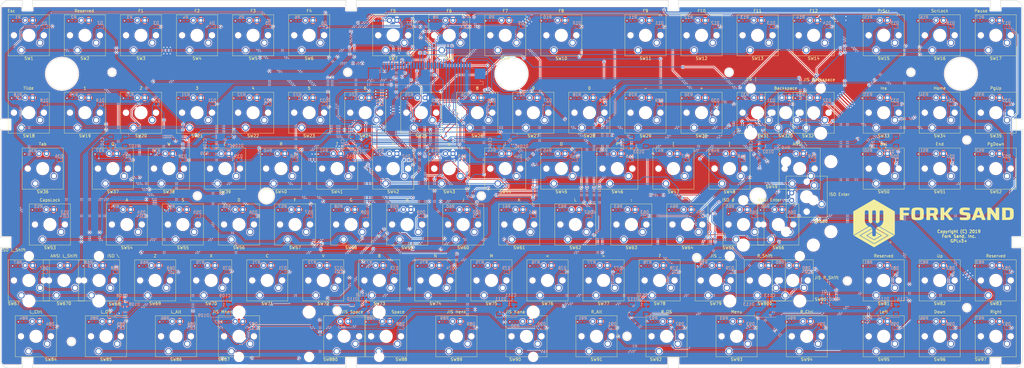
<source format=kicad_pcb>
(kicad_pcb (version 20171130) (host pcbnew 5.1.5-52549c5~84~ubuntu16.04.1)

  (general
    (thickness 1.6)
    (drawings 113)
    (tracks 3302)
    (zones 0)
    (modules 329)
    (nets 238)
  )

  (page A2)
  (layers
    (0 F.Cu signal)
    (31 B.Cu signal)
    (32 B.Adhes user)
    (33 F.Adhes user)
    (34 B.Paste user)
    (35 F.Paste user)
    (36 B.SilkS user)
    (37 F.SilkS user)
    (38 B.Mask user)
    (39 F.Mask user)
    (40 Dwgs.User user)
    (41 Cmts.User user)
    (42 Eco1.User user hide)
    (43 Eco2.User user)
    (44 Edge.Cuts user)
    (45 Margin user)
    (46 B.CrtYd user)
    (47 F.CrtYd user)
    (48 B.Fab user)
    (49 F.Fab user)
  )

  (setup
    (last_trace_width 0.25)
    (trace_clearance 0.2)
    (zone_clearance 0.254)
    (zone_45_only no)
    (trace_min 0.2)
    (via_size 0.8)
    (via_drill 0.4)
    (via_min_size 0.4)
    (via_min_drill 0.3)
    (uvia_size 0.3)
    (uvia_drill 0.1)
    (uvias_allowed no)
    (uvia_min_size 0.2)
    (uvia_min_drill 0.1)
    (edge_width 0.15)
    (segment_width 0.2)
    (pcb_text_width 0.3)
    (pcb_text_size 1.5 1.5)
    (mod_edge_width 0.15)
    (mod_text_size 1 1)
    (mod_text_width 0.15)
    (pad_size 3.68 3.6)
    (pad_drill 0)
    (pad_to_mask_clearance 0.2)
    (aux_axis_origin 0 0)
    (visible_elements FFFFFF7F)
    (pcbplotparams
      (layerselection 0x010fc_ffffffff)
      (usegerberextensions false)
      (usegerberattributes false)
      (usegerberadvancedattributes false)
      (creategerberjobfile false)
      (excludeedgelayer true)
      (linewidth 0.100000)
      (plotframeref false)
      (viasonmask false)
      (mode 1)
      (useauxorigin false)
      (hpglpennumber 1)
      (hpglpenspeed 20)
      (hpglpendiameter 15.000000)
      (psnegative false)
      (psa4output false)
      (plotreference true)
      (plotvalue true)
      (plotinvisibletext false)
      (padsonsilk false)
      (subtractmaskfromsilk false)
      (outputformat 1)
      (mirror false)
      (drillshape 0)
      (scaleselection 1)
      (outputdirectory "gerbers/"))
  )

  (net 0 "")
  (net 1 "Net-(D1-Pad2)")
  (net 2 "Net-(D2-Pad2)")
  (net 3 "Net-(D3-Pad2)")
  (net 4 "Net-(D4-Pad2)")
  (net 5 "Net-(D5-Pad2)")
  (net 6 "Net-(D6-Pad2)")
  (net 7 "Net-(D7-Pad2)")
  (net 8 "Net-(D8-Pad2)")
  (net 9 "Net-(D9-Pad2)")
  (net 10 "Net-(D10-Pad2)")
  (net 11 "Net-(D11-Pad2)")
  (net 12 "Net-(D12-Pad2)")
  (net 13 "Net-(D13-Pad2)")
  (net 14 "Net-(D14-Pad2)")
  (net 15 "Net-(D15-Pad2)")
  (net 16 "Net-(D16-Pad2)")
  (net 17 "Net-(D17-Pad2)")
  (net 18 "Net-(D18-Pad2)")
  (net 19 "Net-(D19-Pad2)")
  (net 20 "Net-(D20-Pad2)")
  (net 21 "Net-(D21-Pad2)")
  (net 22 "Net-(D22-Pad2)")
  (net 23 "Net-(D23-Pad2)")
  (net 24 "Net-(D24-Pad2)")
  (net 25 "Net-(D25-Pad2)")
  (net 26 "Net-(D26-Pad2)")
  (net 27 "Net-(D27-Pad2)")
  (net 28 "Net-(D28-Pad2)")
  (net 29 "Net-(D29-Pad2)")
  (net 30 "Net-(D30-Pad2)")
  (net 31 "Net-(D31-Pad2)")
  (net 32 "Net-(D33-Pad2)")
  (net 33 "Net-(D34-Pad2)")
  (net 34 "Net-(D35-Pad2)")
  (net 35 "Net-(D36-Pad2)")
  (net 36 "Net-(D37-Pad2)")
  (net 37 "Net-(D38-Pad2)")
  (net 38 "Net-(D39-Pad2)")
  (net 39 "Net-(D40-Pad2)")
  (net 40 "Net-(D41-Pad2)")
  (net 41 "Net-(D42-Pad2)")
  (net 42 "Net-(D43-Pad2)")
  (net 43 "Net-(D44-Pad2)")
  (net 44 "Net-(D45-Pad2)")
  (net 45 "Net-(D46-Pad2)")
  (net 46 "Net-(D47-Pad2)")
  (net 47 "Net-(D48-Pad2)")
  (net 48 "Net-(D49-Pad2)")
  (net 49 "Net-(D50-Pad2)")
  (net 50 "Net-(D51-Pad2)")
  (net 51 "Net-(D52-Pad2)")
  (net 52 "Net-(D53-Pad2)")
  (net 53 "Net-(D54-Pad2)")
  (net 54 "Net-(D55-Pad2)")
  (net 55 "Net-(D56-Pad2)")
  (net 56 "Net-(D57-Pad2)")
  (net 57 "Net-(D58-Pad2)")
  (net 58 "Net-(D59-Pad2)")
  (net 59 "Net-(D60-Pad2)")
  (net 60 "Net-(D61-Pad2)")
  (net 61 "Net-(D62-Pad2)")
  (net 62 "Net-(D63-Pad2)")
  (net 63 "Net-(D64-Pad2)")
  (net 64 "Net-(D65-Pad2)")
  (net 65 "Net-(D68-Pad2)")
  (net 66 "Net-(D69-Pad2)")
  (net 67 "Net-(D70-Pad2)")
  (net 68 "Net-(D71-Pad2)")
  (net 69 "Net-(D72-Pad2)")
  (net 70 "Net-(D73-Pad2)")
  (net 71 "Net-(D74-Pad2)")
  (net 72 "Net-(D75-Pad2)")
  (net 73 "Net-(D76-Pad2)")
  (net 74 "Net-(D77-Pad2)")
  (net 75 "Net-(D78-Pad2)")
  (net 76 "Net-(D79-Pad2)")
  (net 77 "Net-(D81-Pad2)")
  (net 78 "Net-(D82-Pad2)")
  (net 79 "Net-(D83-Pad2)")
  (net 80 "Net-(D84-Pad2)")
  (net 81 "Net-(D85-Pad2)")
  (net 82 "Net-(D86-Pad2)")
  (net 83 "Net-(D87-Pad2)")
  (net 84 "Net-(D89-Pad2)")
  (net 85 "Net-(D90-Pad2)")
  (net 86 "Net-(D91-Pad2)")
  (net 87 "Net-(D92-Pad2)")
  (net 88 "Net-(D93-Pad2)")
  (net 89 "Net-(D94-Pad2)")
  (net 90 "Net-(D95-Pad2)")
  (net 91 "Net-(R1-Pad1)")
  (net 92 "Net-(R2-Pad1)")
  (net 93 "Net-(R3-Pad1)")
  (net 94 "Net-(R4-Pad1)")
  (net 95 "Net-(R5-Pad1)")
  (net 96 "Net-(R6-Pad1)")
  (net 97 "Net-(R7-Pad1)")
  (net 98 "Net-(R8-Pad1)")
  (net 99 "Net-(R9-Pad1)")
  (net 100 "Net-(R10-Pad1)")
  (net 101 "Net-(R11-Pad1)")
  (net 102 "Net-(R12-Pad1)")
  (net 103 "Net-(R13-Pad1)")
  (net 104 "Net-(R14-Pad1)")
  (net 105 "Net-(R15-Pad1)")
  (net 106 "Net-(R16-Pad1)")
  (net 107 "Net-(R17-Pad1)")
  (net 108 "Net-(R18-Pad1)")
  (net 109 "Net-(R19-Pad1)")
  (net 110 "Net-(R20-Pad1)")
  (net 111 "Net-(R21-Pad1)")
  (net 112 "Net-(R22-Pad1)")
  (net 113 "Net-(R23-Pad1)")
  (net 114 "Net-(R24-Pad1)")
  (net 115 "Net-(R25-Pad1)")
  (net 116 "Net-(R26-Pad1)")
  (net 117 "Net-(R27-Pad1)")
  (net 118 "Net-(R28-Pad1)")
  (net 119 "Net-(R29-Pad1)")
  (net 120 "Net-(R30-Pad1)")
  (net 121 "Net-(R31-Pad1)")
  (net 122 "Net-(R33-Pad1)")
  (net 123 "Net-(R34-Pad1)")
  (net 124 "Net-(R35-Pad1)")
  (net 125 "Net-(R36-Pad1)")
  (net 126 "Net-(R37-Pad1)")
  (net 127 "Net-(R38-Pad1)")
  (net 128 "Net-(R39-Pad1)")
  (net 129 "Net-(R40-Pad1)")
  (net 130 "Net-(R41-Pad1)")
  (net 131 "Net-(R42-Pad1)")
  (net 132 "Net-(R43-Pad1)")
  (net 133 "Net-(R44-Pad1)")
  (net 134 "Net-(R45-Pad1)")
  (net 135 "Net-(R46-Pad1)")
  (net 136 "Net-(R47-Pad1)")
  (net 137 "Net-(R48-Pad1)")
  (net 138 "Net-(R49-Pad1)")
  (net 139 "Net-(R50-Pad1)")
  (net 140 "Net-(R51-Pad1)")
  (net 141 "Net-(R52-Pad1)")
  (net 142 "Net-(R53-Pad1)")
  (net 143 "Net-(R54-Pad1)")
  (net 144 "Net-(R55-Pad1)")
  (net 145 "Net-(R56-Pad1)")
  (net 146 "Net-(R57-Pad1)")
  (net 147 "Net-(R58-Pad1)")
  (net 148 "Net-(R59-Pad1)")
  (net 149 "Net-(R60-Pad1)")
  (net 150 "Net-(R61-Pad1)")
  (net 151 "Net-(R62-Pad1)")
  (net 152 "Net-(R63-Pad1)")
  (net 153 "Net-(R64-Pad1)")
  (net 154 "Net-(R65-Pad1)")
  (net 155 "Net-(R68-Pad1)")
  (net 156 "Net-(R69-Pad1)")
  (net 157 "Net-(R70-Pad1)")
  (net 158 "Net-(R71-Pad1)")
  (net 159 "Net-(R72-Pad1)")
  (net 160 "Net-(R73-Pad1)")
  (net 161 "Net-(R74-Pad1)")
  (net 162 "Net-(R75-Pad1)")
  (net 163 "Net-(R76-Pad1)")
  (net 164 "Net-(R77-Pad1)")
  (net 165 "Net-(R78-Pad1)")
  (net 166 "Net-(R79-Pad1)")
  (net 167 "Net-(R81-Pad1)")
  (net 168 "Net-(R82-Pad1)")
  (net 169 "Net-(R83-Pad1)")
  (net 170 "Net-(R84-Pad1)")
  (net 171 "Net-(R85-Pad1)")
  (net 172 "Net-(R86-Pad1)")
  (net 173 "Net-(R87-Pad1)")
  (net 174 "Net-(R89-Pad1)")
  (net 175 "Net-(R90-Pad1)")
  (net 176 "Net-(R91-Pad1)")
  (net 177 "Net-(R92-Pad1)")
  (net 178 "Net-(R93-Pad1)")
  (net 179 "Net-(R94-Pad1)")
  (net 180 "Net-(R95-Pad1)")
  (net 181 "Net-(D96-Pad2)")
  (net 182 "Net-(D97-Pad2)")
  (net 183 "Net-(R96-Pad1)")
  (net 184 "Net-(R97-Pad1)")
  (net 185 GND)
  (net 186 /32LED)
  (net 187 /66LED)
  (net 188 /67LED)
  (net 189 /80LED)
  (net 190 /88LED)
  (net 191 /ROW0)
  (net 192 /ROW1)
  (net 193 /ROW2)
  (net 194 /ROW4)
  (net 195 /ROW5)
  (net 196 /ROW6)
  (net 197 /ROW8)
  (net 198 /ROW9)
  (net 199 /ROW10)
  (net 200 /ROW12)
  (net 201 /ROW13)
  (net 202 /ROW14)
  (net 203 /ROW3)
  (net 204 /ROW7)
  (net 205 /ROW11)
  (net 206 /ROW15)
  (net 207 /32D)
  (net 208 /66D)
  (net 209 /67D)
  (net 210 /80D)
  (net 211 /88D)
  (net 212 /COL0)
  (net 213 /COL1)
  (net 214 /COL2)
  (net 215 /COL3)
  (net 216 /COL4)
  (net 217 /COL5)
  (net 218 /COL6)
  (net 219 /COL7)
  (net 220 /LED_DRV)
  (net 221 +5V)
  (net 222 /RGB_IN)
  (net 223 "Net-(D101-Pad2)")
  (net 224 "Net-(D102-Pad2)")
  (net 225 "Net-(D103-Pad2)")
  (net 226 "Net-(D104-Pad2)")
  (net 227 "Net-(D105-Pad2)")
  (net 228 "Net-(D106-Pad2)")
  (net 229 "Net-(D107-Pad2)")
  (net 230 "Net-(D108-Pad2)")
  (net 231 "Net-(D109-Pad2)")
  (net 232 "Net-(D110-Pad2)")
  (net 233 "Net-(D111-Pad2)")
  (net 234 "Net-(D112-Pad2)")
  (net 235 "Net-(D113-Pad2)")
  (net 236 /PWM_IN)
  (net 237 "Net-(Q1-Pad1)")

  (net_class Default "This is the default net class."
    (clearance 0.2)
    (trace_width 0.25)
    (via_dia 0.8)
    (via_drill 0.4)
    (uvia_dia 0.3)
    (uvia_drill 0.1)
    (add_net +5V)
    (add_net /32D)
    (add_net /32LED)
    (add_net /66D)
    (add_net /66LED)
    (add_net /67D)
    (add_net /67LED)
    (add_net /80D)
    (add_net /80LED)
    (add_net /88D)
    (add_net /88LED)
    (add_net /COL0)
    (add_net /COL1)
    (add_net /COL2)
    (add_net /COL3)
    (add_net /COL4)
    (add_net /COL5)
    (add_net /COL6)
    (add_net /COL7)
    (add_net /LED_DRV)
    (add_net /PWM_IN)
    (add_net /RGB_IN)
    (add_net /ROW0)
    (add_net /ROW1)
    (add_net /ROW10)
    (add_net /ROW11)
    (add_net /ROW12)
    (add_net /ROW13)
    (add_net /ROW14)
    (add_net /ROW15)
    (add_net /ROW2)
    (add_net /ROW3)
    (add_net /ROW4)
    (add_net /ROW5)
    (add_net /ROW6)
    (add_net /ROW7)
    (add_net /ROW8)
    (add_net /ROW9)
    (add_net GND)
    (add_net "Net-(D1-Pad2)")
    (add_net "Net-(D10-Pad2)")
    (add_net "Net-(D101-Pad2)")
    (add_net "Net-(D102-Pad2)")
    (add_net "Net-(D103-Pad2)")
    (add_net "Net-(D104-Pad2)")
    (add_net "Net-(D105-Pad2)")
    (add_net "Net-(D106-Pad2)")
    (add_net "Net-(D107-Pad2)")
    (add_net "Net-(D108-Pad2)")
    (add_net "Net-(D109-Pad2)")
    (add_net "Net-(D11-Pad2)")
    (add_net "Net-(D110-Pad2)")
    (add_net "Net-(D111-Pad2)")
    (add_net "Net-(D112-Pad2)")
    (add_net "Net-(D113-Pad2)")
    (add_net "Net-(D12-Pad2)")
    (add_net "Net-(D13-Pad2)")
    (add_net "Net-(D14-Pad2)")
    (add_net "Net-(D15-Pad2)")
    (add_net "Net-(D16-Pad2)")
    (add_net "Net-(D17-Pad2)")
    (add_net "Net-(D18-Pad2)")
    (add_net "Net-(D19-Pad2)")
    (add_net "Net-(D2-Pad2)")
    (add_net "Net-(D20-Pad2)")
    (add_net "Net-(D21-Pad2)")
    (add_net "Net-(D22-Pad2)")
    (add_net "Net-(D23-Pad2)")
    (add_net "Net-(D24-Pad2)")
    (add_net "Net-(D25-Pad2)")
    (add_net "Net-(D26-Pad2)")
    (add_net "Net-(D27-Pad2)")
    (add_net "Net-(D28-Pad2)")
    (add_net "Net-(D29-Pad2)")
    (add_net "Net-(D3-Pad2)")
    (add_net "Net-(D30-Pad2)")
    (add_net "Net-(D31-Pad2)")
    (add_net "Net-(D33-Pad2)")
    (add_net "Net-(D34-Pad2)")
    (add_net "Net-(D35-Pad2)")
    (add_net "Net-(D36-Pad2)")
    (add_net "Net-(D37-Pad2)")
    (add_net "Net-(D38-Pad2)")
    (add_net "Net-(D39-Pad2)")
    (add_net "Net-(D4-Pad2)")
    (add_net "Net-(D40-Pad2)")
    (add_net "Net-(D41-Pad2)")
    (add_net "Net-(D42-Pad2)")
    (add_net "Net-(D43-Pad2)")
    (add_net "Net-(D44-Pad2)")
    (add_net "Net-(D45-Pad2)")
    (add_net "Net-(D46-Pad2)")
    (add_net "Net-(D47-Pad2)")
    (add_net "Net-(D48-Pad2)")
    (add_net "Net-(D49-Pad2)")
    (add_net "Net-(D5-Pad2)")
    (add_net "Net-(D50-Pad2)")
    (add_net "Net-(D51-Pad2)")
    (add_net "Net-(D52-Pad2)")
    (add_net "Net-(D53-Pad2)")
    (add_net "Net-(D54-Pad2)")
    (add_net "Net-(D55-Pad2)")
    (add_net "Net-(D56-Pad2)")
    (add_net "Net-(D57-Pad2)")
    (add_net "Net-(D58-Pad2)")
    (add_net "Net-(D59-Pad2)")
    (add_net "Net-(D6-Pad2)")
    (add_net "Net-(D60-Pad2)")
    (add_net "Net-(D61-Pad2)")
    (add_net "Net-(D62-Pad2)")
    (add_net "Net-(D63-Pad2)")
    (add_net "Net-(D64-Pad2)")
    (add_net "Net-(D65-Pad2)")
    (add_net "Net-(D68-Pad2)")
    (add_net "Net-(D69-Pad2)")
    (add_net "Net-(D7-Pad2)")
    (add_net "Net-(D70-Pad2)")
    (add_net "Net-(D71-Pad2)")
    (add_net "Net-(D72-Pad2)")
    (add_net "Net-(D73-Pad2)")
    (add_net "Net-(D74-Pad2)")
    (add_net "Net-(D75-Pad2)")
    (add_net "Net-(D76-Pad2)")
    (add_net "Net-(D77-Pad2)")
    (add_net "Net-(D78-Pad2)")
    (add_net "Net-(D79-Pad2)")
    (add_net "Net-(D8-Pad2)")
    (add_net "Net-(D81-Pad2)")
    (add_net "Net-(D82-Pad2)")
    (add_net "Net-(D83-Pad2)")
    (add_net "Net-(D84-Pad2)")
    (add_net "Net-(D85-Pad2)")
    (add_net "Net-(D86-Pad2)")
    (add_net "Net-(D87-Pad2)")
    (add_net "Net-(D89-Pad2)")
    (add_net "Net-(D9-Pad2)")
    (add_net "Net-(D90-Pad2)")
    (add_net "Net-(D91-Pad2)")
    (add_net "Net-(D92-Pad2)")
    (add_net "Net-(D93-Pad2)")
    (add_net "Net-(D94-Pad2)")
    (add_net "Net-(D95-Pad2)")
    (add_net "Net-(D96-Pad2)")
    (add_net "Net-(D97-Pad2)")
    (add_net "Net-(Q1-Pad1)")
    (add_net "Net-(R1-Pad1)")
    (add_net "Net-(R10-Pad1)")
    (add_net "Net-(R11-Pad1)")
    (add_net "Net-(R12-Pad1)")
    (add_net "Net-(R13-Pad1)")
    (add_net "Net-(R14-Pad1)")
    (add_net "Net-(R15-Pad1)")
    (add_net "Net-(R16-Pad1)")
    (add_net "Net-(R17-Pad1)")
    (add_net "Net-(R18-Pad1)")
    (add_net "Net-(R19-Pad1)")
    (add_net "Net-(R2-Pad1)")
    (add_net "Net-(R20-Pad1)")
    (add_net "Net-(R21-Pad1)")
    (add_net "Net-(R22-Pad1)")
    (add_net "Net-(R23-Pad1)")
    (add_net "Net-(R24-Pad1)")
    (add_net "Net-(R25-Pad1)")
    (add_net "Net-(R26-Pad1)")
    (add_net "Net-(R27-Pad1)")
    (add_net "Net-(R28-Pad1)")
    (add_net "Net-(R29-Pad1)")
    (add_net "Net-(R3-Pad1)")
    (add_net "Net-(R30-Pad1)")
    (add_net "Net-(R31-Pad1)")
    (add_net "Net-(R33-Pad1)")
    (add_net "Net-(R34-Pad1)")
    (add_net "Net-(R35-Pad1)")
    (add_net "Net-(R36-Pad1)")
    (add_net "Net-(R37-Pad1)")
    (add_net "Net-(R38-Pad1)")
    (add_net "Net-(R39-Pad1)")
    (add_net "Net-(R4-Pad1)")
    (add_net "Net-(R40-Pad1)")
    (add_net "Net-(R41-Pad1)")
    (add_net "Net-(R42-Pad1)")
    (add_net "Net-(R43-Pad1)")
    (add_net "Net-(R44-Pad1)")
    (add_net "Net-(R45-Pad1)")
    (add_net "Net-(R46-Pad1)")
    (add_net "Net-(R47-Pad1)")
    (add_net "Net-(R48-Pad1)")
    (add_net "Net-(R49-Pad1)")
    (add_net "Net-(R5-Pad1)")
    (add_net "Net-(R50-Pad1)")
    (add_net "Net-(R51-Pad1)")
    (add_net "Net-(R52-Pad1)")
    (add_net "Net-(R53-Pad1)")
    (add_net "Net-(R54-Pad1)")
    (add_net "Net-(R55-Pad1)")
    (add_net "Net-(R56-Pad1)")
    (add_net "Net-(R57-Pad1)")
    (add_net "Net-(R58-Pad1)")
    (add_net "Net-(R59-Pad1)")
    (add_net "Net-(R6-Pad1)")
    (add_net "Net-(R60-Pad1)")
    (add_net "Net-(R61-Pad1)")
    (add_net "Net-(R62-Pad1)")
    (add_net "Net-(R63-Pad1)")
    (add_net "Net-(R64-Pad1)")
    (add_net "Net-(R65-Pad1)")
    (add_net "Net-(R68-Pad1)")
    (add_net "Net-(R69-Pad1)")
    (add_net "Net-(R7-Pad1)")
    (add_net "Net-(R70-Pad1)")
    (add_net "Net-(R71-Pad1)")
    (add_net "Net-(R72-Pad1)")
    (add_net "Net-(R73-Pad1)")
    (add_net "Net-(R74-Pad1)")
    (add_net "Net-(R75-Pad1)")
    (add_net "Net-(R76-Pad1)")
    (add_net "Net-(R77-Pad1)")
    (add_net "Net-(R78-Pad1)")
    (add_net "Net-(R79-Pad1)")
    (add_net "Net-(R8-Pad1)")
    (add_net "Net-(R81-Pad1)")
    (add_net "Net-(R82-Pad1)")
    (add_net "Net-(R83-Pad1)")
    (add_net "Net-(R84-Pad1)")
    (add_net "Net-(R85-Pad1)")
    (add_net "Net-(R86-Pad1)")
    (add_net "Net-(R87-Pad1)")
    (add_net "Net-(R89-Pad1)")
    (add_net "Net-(R9-Pad1)")
    (add_net "Net-(R90-Pad1)")
    (add_net "Net-(R91-Pad1)")
    (add_net "Net-(R92-Pad1)")
    (add_net "Net-(R93-Pad1)")
    (add_net "Net-(R94-Pad1)")
    (add_net "Net-(R95-Pad1)")
    (add_net "Net-(R96-Pad1)")
    (add_net "Net-(R97-Pad1)")
  )

  (module wasd-kbd80:logo (layer F.Cu) (tedit 0) (tstamp 5E53F021)
    (at 346.975 175.925 90)
    (fp_text reference G*** (at 0 0 90) (layer F.SilkS) hide
      (effects (font (size 1.524 1.524) (thickness 0.3)))
    )
    (fp_text value LOGO (at 0.75 0 90) (layer F.SilkS) hide
      (effects (font (size 1.524 1.524) (thickness 0.3)))
    )
    (fp_poly (pts (xy -6.247491 5.34306) (xy -6.238109 5.354242) (xy -6.233092 5.380264) (xy -6.231102 5.42717)
      (xy -6.230788 5.484123) (xy -6.231161 5.552147) (xy -6.233521 5.595247) (xy -6.239736 5.620287)
      (xy -6.251671 5.63413) (xy -6.27119 5.643643) (xy -6.274499 5.644966) (xy -6.31821 5.662362)
      (xy -6.274499 5.677687) (xy -6.241378 5.697381) (xy -6.230952 5.731655) (xy -6.230788 5.739372)
      (xy -6.230788 5.785732) (xy -6.334105 5.785732) (xy -6.390018 5.784741) (xy -6.421191 5.780328)
      (xy -6.434648 5.770331) (xy -6.437421 5.753942) (xy -6.43016 5.731017) (xy -6.402952 5.721636)
      (xy -6.385763 5.72053) (xy -6.334105 5.718907) (xy -6.385763 5.702335) (xy -6.425393 5.681855)
      (xy -6.435881 5.65729) (xy -6.416099 5.632156) (xy -6.409605 5.628056) (xy -6.390266 5.615327)
      (xy -6.398752 5.611686) (xy -6.409605 5.611372) (xy -6.432215 5.598665) (xy -6.437421 5.571151)
      (xy -6.434457 5.54663) (xy -6.419885 5.535012) (xy -6.385187 5.531566) (xy -6.365895 5.531414)
      (xy -6.321196 5.529334) (xy -6.300059 5.520697) (xy -6.294395 5.501908) (xy -6.294368 5.499624)
      (xy -6.299048 5.479758) (xy -6.318481 5.470364) (xy -6.360756 5.467847) (xy -6.365895 5.467834)
      (xy -6.410593 5.465754) (xy -6.43173 5.457117) (xy -6.437394 5.438328) (xy -6.437421 5.436045)
      (xy -6.432741 5.416179) (xy -6.413308 5.406784) (xy -6.371033 5.404267) (xy -6.365895 5.404255)
      (xy -6.321196 5.402175) (xy -6.300059 5.393538) (xy -6.294395 5.374749) (xy -6.294368 5.372465)
      (xy -6.283128 5.3459) (xy -6.262578 5.340675) (xy -6.247491 5.34306)) (layer F.SilkS) (width 0.01))
    (fp_poly (pts (xy -4.026698 -2.30974) (xy -4.00228 -2.26898) (xy -3.964715 -2.205494) (xy -3.915403 -2.12167)
      (xy -3.855742 -2.019895) (xy -3.787133 -1.902558) (xy -3.710976 -1.772047) (xy -3.628668 -1.630748)
      (xy -3.541611 -1.48105) (xy -3.530733 -1.462328) (xy -3.036683 -0.611953) (xy -3.542006 -0.607763)
      (xy -4.047328 -0.603573) (xy -4.217156 -0.310966) (xy -4.267521 -0.22336) (xy -4.311951 -0.144491)
      (xy -4.348093 -0.078667) (xy -4.373595 -0.030193) (xy -4.386107 -0.003377) (xy -4.386983 0)
      (xy -4.379313 0.018661) (xy -4.357868 0.060412) (xy -4.325003 0.120945) (xy -4.283067 0.195955)
      (xy -4.234415 0.281134) (xy -4.217156 0.310966) (xy -4.047328 0.603572) (xy -3.036698 0.611952)
      (xy -3.530646 1.462327) (xy -3.618179 1.612898) (xy -3.70114 1.755364) (xy -3.77813 1.887338)
      (xy -3.847749 2.00643) (xy -3.908596 2.110253) (xy -3.959271 2.196417) (xy -3.998374 2.262534)
      (xy -4.024506 2.306216) (xy -4.036265 2.325073) (xy -4.036647 2.325557) (xy -4.046268 2.314114)
      (xy -4.070613 2.277128) (xy -4.108497 2.216579) (xy -4.158734 2.134445) (xy -4.220138 2.032707)
      (xy -4.291525 1.913344) (xy -4.371708 1.778335) (xy -4.459503 1.62966) (xy -4.553724 1.469298)
      (xy -4.653185 1.299229) (xy -4.721936 1.181234) (xy -4.824312 1.004989) (xy -4.921951 0.836357)
      (xy -5.013681 0.677393) (xy -5.09833 0.530155) (xy -5.174726 0.396699) (xy -5.241697 0.27908)
      (xy -5.298071 0.179355) (xy -5.342675 0.099581) (xy -5.374338 0.041814) (xy -5.391888 0.00811)
      (xy -5.395172 0.000098) (xy -5.387408 -0.017933) (xy -5.365059 -0.060485) (xy -5.329545 -0.125131)
      (xy -5.282282 -0.209444) (xy -5.224689 -0.310998) (xy -5.158184 -0.427364) (xy -5.084185 -0.556117)
      (xy -5.004109 -0.694829) (xy -4.919374 -0.841073) (xy -4.831399 -0.992422) (xy -4.741601 -1.14645)
      (xy -4.651398 -1.300729) (xy -4.562208 -1.452832) (xy -4.475449 -1.600332) (xy -4.392538 -1.740803)
      (xy -4.314895 -1.871817) (xy -4.243936 -1.990947) (xy -4.181079 -2.095766) (xy -4.127743 -2.183848)
      (xy -4.085345 -2.252766) (xy -4.055304 -2.300091) (xy -4.039036 -2.323398) (xy -4.03657 -2.325387)
      (xy -4.026698 -2.30974)) (layer F.SilkS) (width 0.01))
    (fp_poly (pts (xy -4.039977 -4.590902) (xy -4.016538 -4.552627) (xy -3.979342 -4.490583) (xy -3.929476 -4.406637)
      (xy -3.86803 -4.302659) (xy -3.796092 -4.180518) (xy -3.714751 -4.042082) (xy -3.625094 -3.889221)
      (xy -3.528211 -3.723804) (xy -3.425189 -3.547698) (xy -3.317118 -3.362774) (xy -3.205087 -3.170899)
      (xy -3.090182 -2.973943) (xy -2.973494 -2.773775) (xy -2.85611 -2.572264) (xy -2.73912 -2.371278)
      (xy -2.623611 -2.172687) (xy -2.510672 -1.978358) (xy -2.401392 -1.790162) (xy -2.296859 -1.609967)
      (xy -2.198162 -1.439642) (xy -2.106389 -1.281055) (xy -2.022628 -1.136076) (xy -1.947969 -1.006574)
      (xy -1.8835 -0.894417) (xy -1.830309 -0.801474) (xy -1.789484 -0.729614) (xy -1.762115 -0.680706)
      (xy -1.74929 -0.656619) (xy -1.748435 -0.65444) (xy -1.76205 -0.640143) (xy -1.803369 -0.62831)
      (xy -1.873098 -0.618883) (xy -1.971947 -0.611808) (xy -2.100624 -0.607027) (xy -2.259838 -0.604485)
      (xy -2.38328 -0.604005) (xy -2.83798 -0.604005) (xy -3.441471 -1.641448) (xy -4.044963 -2.67889)
      (xy -4.819978 -1.347066) (xy -4.929903 -1.158012) (xy -5.035179 -0.976655) (xy -5.134714 -0.80489)
      (xy -5.227419 -0.644613) (xy -5.312203 -0.497717) (xy -5.387977 -0.366099) (xy -5.45365 -0.251651)
      (xy -5.508132 -0.156271) (xy -5.550334 -0.081851) (xy -5.579164 -0.030287) (xy -5.593532 -0.003473)
      (xy -5.594993 -0.000026) (xy -5.587171 0.015603) (xy -5.564437 0.056783) (xy -5.527892 0.1216)
      (xy -5.478635 0.208141) (xy -5.417765 0.314492) (xy -5.346383 0.43874) (xy -5.265588 0.578972)
      (xy -5.176479 0.733276) (xy -5.080158 0.899737) (xy -4.977722 1.076443) (xy -4.870273 1.26148)
      (xy -4.83457 1.322895) (xy -4.725454 1.510552) (xy -4.620724 1.690685) (xy -4.521505 1.861357)
      (xy -4.428922 2.020634) (xy -4.344099 2.16658) (xy -4.268162 2.297259) (xy -4.202234 2.410736)
      (xy -4.14744 2.505075) (xy -4.104906 2.578341) (xy -4.075755 2.628599) (xy -4.061113 2.653912)
      (xy -4.059695 2.656393) (xy -4.053301 2.655291) (xy -4.039585 2.640323) (xy -4.017712 2.610122)
      (xy -3.986847 2.563318) (xy -3.946155 2.498544) (xy -3.894802 2.414431) (xy -3.831952 2.309611)
      (xy -3.75677 2.182715) (xy -3.668422 2.032374) (xy -3.566073 1.857221) (xy -3.448887 1.655887)
      (xy -3.441453 1.643095) (xy -2.837663 0.604005) (xy -2.383122 0.604005) (xy -2.210591 0.604888)
      (xy -2.068197 0.607636) (xy -1.954332 0.612397) (xy -1.867391 0.619316) (xy -1.805765 0.628541)
      (xy -1.767849 0.640219) (xy -1.752036 0.654497) (xy -1.751694 0.661768) (xy -1.760471 0.679458)
      (xy -1.784134 0.722471) (xy -1.821587 0.788928) (xy -1.871733 0.876952) (xy -1.933476 0.984664)
      (xy -2.005721 1.110186) (xy -2.087372 1.251638) (xy -2.177332 1.407144) (xy -2.274506 1.574823)
      (xy -2.377796 1.752799) (xy -2.486109 1.939192) (xy -2.598347 2.132124) (xy -2.713414 2.329718)
      (xy -2.830214 2.530093) (xy -2.947652 2.731373) (xy -3.064631 2.931678) (xy -3.180055 3.12913)
      (xy -3.292828 3.321851) (xy -3.401855 3.507963) (xy -3.506039 3.685586) (xy -3.604284 3.852844)
      (xy -3.695494 4.007856) (xy -3.778574 4.148745) (xy -3.852426 4.273633) (xy -3.915956 4.380641)
      (xy -3.968066 4.467891) (xy -4.007662 4.533503) (xy -4.033646 4.575601) (xy -4.044924 4.592305)
      (xy -4.045244 4.592514) (xy -4.054829 4.578981) (xy -4.07952 4.539376) (xy -4.118477 4.475127)
      (xy -4.170859 4.387665) (xy -4.235825 4.278418) (xy -4.312534 4.148815) (xy -4.400147 4.000285)
      (xy -4.497821 3.834257) (xy -4.604718 3.652159) (xy -4.719995 3.455421) (xy -4.842812 3.245471)
      (xy -4.972329 3.023739) (xy -5.107705 2.791653) (xy -5.248099 2.550642) (xy -5.38836 2.309549)
      (xy -5.532814 2.061033) (xy -5.672931 1.819854) (xy -5.807878 1.587455) (xy -5.93682 1.365278)
      (xy -6.058922 1.154765) (xy -6.17335 0.957358) (xy -6.27927 0.774499) (xy -6.375845 0.60763)
      (xy -6.462242 0.458193) (xy -6.537627 0.327631) (xy -6.601164 0.217385) (xy -6.652019 0.128898)
      (xy -6.689358 0.063611) (xy -6.712345 0.022967) (xy -6.720139 0.008462) (xy -6.712651 -0.006342)
      (xy -6.690182 -0.046884) (xy -6.653742 -0.111423) (xy -6.604337 -0.198219) (xy -6.542976 -0.305534)
      (xy -6.470665 -0.431627) (xy -6.388414 -0.574758) (xy -6.29723 -0.733188) (xy -6.19812 -0.905178)
      (xy -6.092093 -1.088986) (xy -5.980155 -1.282874) (xy -5.863315 -1.485103) (xy -5.742581 -1.693931)
      (xy -5.618961 -1.907619) (xy -5.493461 -2.124428) (xy -5.36709 -2.342618) (xy -5.240856 -2.56045)
      (xy -5.115767 -2.776182) (xy -4.99283 -2.988076) (xy -4.873052 -3.194393) (xy -4.757443 -3.393391)
      (xy -4.647009 -3.583332) (xy -4.542758 -3.762476) (xy -4.445698 -3.929082) (xy -4.356837 -4.081412)
      (xy -4.277183 -4.217726) (xy -4.207743 -4.336283) (xy -4.149525 -4.435344) (xy -4.103538 -4.51317)
      (xy -4.070787 -4.56802) (xy -4.052283 -4.598155) (xy -4.048569 -4.603538) (xy -4.039977 -4.590902)) (layer F.SilkS) (width 0.01))
    (fp_poly (pts (xy -6.233 5.25854) (xy -6.153119 5.295058) (xy -6.089792 5.350081) (xy -6.044004 5.418834)
      (xy -6.016737 5.496537) (xy -6.008974 5.578416) (xy -6.021699 5.659691) (xy -6.055894 5.735585)
      (xy -6.112542 5.801323) (xy -6.192627 5.852125) (xy -6.202679 5.8565) (xy -6.266074 5.873315)
      (xy -6.340843 5.879447) (xy -6.411829 5.874429) (xy -6.450882 5.864141) (xy -6.526168 5.818779)
      (xy -6.591184 5.750287) (xy -6.60821 5.724919) (xy -6.638311 5.648083) (xy -6.646747 5.559166)
      (xy -6.643191 5.534333) (xy -6.593849 5.534333) (xy -6.590157 5.616437) (xy -6.556142 5.69594)
      (xy -6.528329 5.732753) (xy -6.456871 5.795586) (xy -6.380024 5.827125) (xy -6.297255 5.827492)
      (xy -6.221591 5.803274) (xy -6.148092 5.754945) (xy -6.098018 5.691282) (xy -6.070952 5.617977)
      (xy -6.066476 5.540723) (xy -6.084173 5.465212) (xy -6.123626 5.397138) (xy -6.184417 5.342192)
      (xy -6.257864 5.30842) (xy -6.342143 5.295667) (xy -6.418119 5.312012) (xy -6.489995 5.358614)
      (xy -6.51104 5.378321) (xy -6.567411 5.453628) (xy -6.593849 5.534333) (xy -6.643191 5.534333)
      (xy -6.633841 5.469045) (xy -6.599914 5.388602) (xy -6.598173 5.385815) (xy -6.53466 5.313788)
      (xy -6.452562 5.266755) (xy -6.354645 5.246157) (xy -6.328453 5.245306) (xy -6.233 5.25854)) (layer F.SilkS) (width 0.01))
    (fp_poly (pts (xy -4.037113 -6.842791) (xy -4.013003 -6.803728) (xy -3.974866 -6.740405) (xy -3.923648 -6.654449)
      (xy -3.860297 -6.547488) (xy -3.78576 -6.421149) (xy -3.700983 -6.277059) (xy -3.606914 -6.116846)
      (xy -3.5045 -5.942138) (xy -3.394688 -5.754562) (xy -3.278425 -5.555745) (xy -3.156658 -5.347316)
      (xy -3.030334 -5.1309) (xy -2.900399 -4.908127) (xy -2.767802 -4.680623) (xy -2.633489 -4.450016)
      (xy -2.498408 -4.217934) (xy -2.363504 -3.986003) (xy -2.229726 -3.755852) (xy -2.09802 -3.529107)
      (xy -1.969333 -3.307397) (xy -1.844612 -3.092348) (xy -1.724805 -2.885589) (xy -1.610859 -2.688747)
      (xy -1.50372 -2.503449) (xy -1.404335 -2.331322) (xy -1.313652 -2.173995) (xy -1.232618 -2.033094)
      (xy -1.162179 -1.910248) (xy -1.103283 -1.807083) (xy -1.056877 -1.725228) (xy -1.023907 -1.666309)
      (xy -1.005321 -1.631954) (xy -1.001376 -1.623373) (xy -1.006858 -1.589983) (xy -1.021676 -1.534325)
      (xy -1.043392 -1.463659) (xy -1.069566 -1.385244) (xy -1.097758 -1.306342) (xy -1.125531 -1.234211)
      (xy -1.150443 -1.176112) (xy -1.154565 -1.167438) (xy -1.236583 -1.028008) (xy -1.338789 -0.902073)
      (xy -1.454278 -0.797966) (xy -1.471177 -0.785561) (xy -1.520033 -0.751837) (xy -1.558068 -0.727721)
      (xy -1.57882 -0.717242) (xy -1.58068 -0.717326) (xy -1.589168 -0.731497) (xy -1.612758 -0.771659)
      (xy -1.65058 -0.836317) (xy -1.701763 -0.923977) (xy -1.765437 -1.033144) (xy -1.840731 -1.162323)
      (xy -1.926775 -1.31002) (xy -2.022699 -1.474739) (xy -2.127631 -1.654988) (xy -2.240701 -1.84927)
      (xy -2.361039 -2.056091) (xy -2.487774 -2.273956) (xy -2.620036 -2.501371) (xy -2.756955 -2.736842)
      (xy -2.80608 -2.82134) (xy -2.944519 -3.059424) (xy -3.078673 -3.290056) (xy -3.207667 -3.511735)
      (xy -3.330624 -3.722958) (xy -3.44667 -3.922226) (xy -3.55493 -4.108036) (xy -3.654527 -4.278888)
      (xy -3.744586 -4.43328) (xy -3.824232 -4.569712) (xy -3.892589 -4.686681) (xy -3.948782 -4.782687)
      (xy -3.991935 -4.856229) (xy -4.021173 -4.905806) (xy -4.03562 -4.929916) (xy -4.037016 -4.932054)
      (xy -4.045875 -4.919767) (xy -4.069699 -4.881646) (xy -4.107514 -4.81936) (xy -4.158344 -4.734581)
      (xy -4.221215 -4.628978) (xy -4.295154 -4.504223) (xy -4.379184 -4.361986) (xy -4.472333 -4.203937)
      (xy -4.573624 -4.031747) (xy -4.682085 -3.847086) (xy -4.796739 -3.651624) (xy -4.916614 -3.447033)
      (xy -5.040733 -3.234983) (xy -5.168124 -3.017143) (xy -5.29781 -2.795185) (xy -5.428818 -2.570779)
      (xy -5.560174 -2.345595) (xy -5.690902 -2.121304) (xy -5.820028 -1.899577) (xy -5.946578 -1.682084)
      (xy -6.069577 -1.470494) (xy -6.18805 -1.26648) (xy -6.301024 -1.071711) (xy -6.407523 -0.887858)
      (xy -6.506573 -0.71659) (xy -6.5972 -0.55958) (xy -6.678429 -0.418496) (xy -6.749285 -0.29501)
      (xy -6.808795 -0.190792) (xy -6.855983 -0.107513) (xy -6.889875 -0.046842) (xy -6.909496 -0.010451)
      (xy -6.914268 0) (xy -6.906428 0.016355) (xy -6.883558 0.058288) (xy -6.846632 0.12413)
      (xy -6.796626 0.21221) (xy -6.734513 0.320856) (xy -6.661269 0.448399) (xy -6.577867 0.593169)
      (xy -6.485283 0.753494) (xy -6.384491 0.927705) (xy -6.276466 1.11413) (xy -6.162181 1.3111)
      (xy -6.042613 1.516943) (xy -5.918735 1.72999) (xy -5.791521 1.94857) (xy -5.661947 2.171012)
      (xy -5.530988 2.395646) (xy -5.399616 2.620802) (xy -5.268809 2.844809) (xy -5.139538 3.065996)
      (xy -5.012781 3.282693) (xy -4.88951 3.49323) (xy -4.770701 3.695936) (xy -4.657328 3.88914)
      (xy -4.550365 4.071173) (xy -4.450788 4.240363) (xy -4.359571 4.395041) (xy -4.277688 4.533535)
      (xy -4.206114 4.654176) (xy -4.145824 4.755292) (xy -4.097792 4.835214) (xy -4.062993 4.892271)
      (xy -4.042401 4.924791) (xy -4.036832 4.932054) (xy -4.027689 4.917111) (xy -4.003455 4.876182)
      (xy -3.965003 4.810766) (xy -3.913211 4.722365) (xy -3.848954 4.612481) (xy -3.773106 4.482615)
      (xy -3.686544 4.334268) (xy -3.590144 4.16894) (xy -3.48478 3.988135) (xy -3.371328 3.793352)
      (xy -3.250665 3.586093) (xy -3.123665 3.367859) (xy -2.991204 3.140152) (xy -2.854157 2.904472)
      (xy -2.805828 2.821339) (xy -2.66749 2.583387) (xy -2.533503 2.352964) (xy -2.404737 2.131566)
      (xy -2.282061 1.920686) (xy -2.166348 1.72182) (xy -2.058467 1.536462) (xy -1.959288 1.366107)
      (xy -1.869682 1.212249) (xy -1.790519 1.076383) (xy -1.72267 0.960004) (xy -1.667005 0.864607)
      (xy -1.624394 0.791687) (xy -1.595708 0.742737) (xy -1.581817 0.719253) (xy -1.580611 0.717325)
      (xy -1.566092 0.723112) (xy -1.532416 0.743697) (xy -1.486039 0.775055) (xy -1.471177 0.78556)
      (xy -1.35979 0.878715) (xy -1.263611 0.989593) (xy -1.180486 1.121583) (xy -1.108261 1.278073)
      (xy -1.048411 1.450445) (xy -1.024913 1.531119) (xy -1.011447 1.58776) (xy -1.00702 1.62615)
      (xy -1.010636 1.652073) (xy -1.012811 1.657571) (xy -1.02256 1.675227) (xy -1.047284 1.718569)
      (xy -1.086029 1.785958) (xy -1.13784 1.875753) (xy -1.201763 1.986314) (xy -1.276844 2.116)
      (xy -1.362129 2.26317) (xy -1.456663 2.426185) (xy -1.559492 2.603404) (xy -1.669661 2.793186)
      (xy -1.786217 2.99389) (xy -1.908205 3.203878) (xy -2.034671 3.421507) (xy -2.16466 3.645138)
      (xy -2.297218 3.873129) (xy -2.431391 4.103842) (xy -2.566225 4.335635) (xy -2.700765 4.566867)
      (xy -2.834057 4.795899) (xy -2.965147 5.02109) (xy -3.09308 5.240799) (xy -3.216902 5.453386)
      (xy -3.335659 5.65721) (xy -3.448396 5.850632) (xy -3.55416 6.03201) (xy -3.651996 6.199705)
      (xy -3.740949 6.352075) (xy -3.820066 6.48748) (xy -3.888391 6.60428) (xy -3.944972 6.700835)
      (xy -3.988852 6.775504) (xy -4.019079 6.826646) (xy -4.034698 6.852621) (xy -4.036669 6.855627)
      (xy -4.045623 6.843232) (xy -4.069861 6.804505) (xy -4.108701 6.740603) (xy -4.161462 6.652686)
      (xy -4.227464 6.541912) (xy -4.306025 6.409439) (xy -4.396465 6.256426) (xy -4.498104 6.084031)
      (xy -4.61026 5.893412) (xy -4.732253 5.685728) (xy -4.863401 5.462138) (xy -5.003024 5.223799)
      (xy -5.150442 4.971871) (xy -5.304973 4.707512) (xy -5.465937 4.431879) (xy -5.632653 4.146132)
      (xy -5.80444 3.851429) (xy -5.980617 3.548928) (xy -6.047329 3.434313) (xy -8.045893 0.000113)
      (xy -6.051782 -3.426591) (xy -5.874282 -3.731541) (xy -5.700928 -4.029238) (xy -5.532401 -4.318514)
      (xy -5.369383 -4.598205) (xy -5.212557 -4.867144) (xy -5.062604 -5.124164) (xy -4.920207 -5.368099)
      (xy -4.786047 -5.597784) (xy -4.660806 -5.812051) (xy -4.545167 -6.009735) (xy -4.439812 -6.189669)
      (xy -4.345422 -6.350686) (xy -4.26268 -6.491622) (xy -4.192267 -6.611308) (xy -4.134867 -6.70858)
      (xy -4.09116 -6.782271) (xy -4.061829 -6.831214) (xy -4.047557 -6.854244) (xy -4.046249 -6.855966)
      (xy -4.037113 -6.842791)) (layer F.SilkS) (width 0.01))
    (fp_poly (pts (xy -0.006328 -7.056992) (xy 0.10559 -7.056983) (xy 4.156508 -7.056645) (xy 6.191052 -3.56008)
      (xy 6.370519 -3.251596) (xy 6.54586 -2.950103) (xy 6.716398 -2.656771) (xy 6.881455 -2.372767)
      (xy 7.040353 -2.099263) (xy 7.192414 -1.837425) (xy 7.33696 -1.588425) (xy 7.473314 -1.353431)
      (xy 7.600797 -1.133613) (xy 7.718733 -0.930139) (xy 7.826442 -0.744179) (xy 7.923248 -0.576902)
      (xy 8.008472 -0.429478) (xy 8.081437 -0.303075) (xy 8.141465 -0.198863) (xy 8.187878 -0.118012)
      (xy 8.219999 -0.061689) (xy 8.237148 -0.031066) (xy 8.23992 -0.025699) (xy 8.239934 -0.019129)
      (xy 8.236474 -0.007058) (xy 8.228991 0.011476) (xy 8.216935 0.037434) (xy 8.199757 0.071778)
      (xy 8.176908 0.115468) (xy 8.147839 0.169465) (xy 8.111999 0.234732) (xy 8.06884 0.312228)
      (xy 8.017812 0.402916) (xy 7.958367 0.507757) (xy 7.889954 0.627711) (xy 7.812025 0.763741)
      (xy 7.72403 0.916807) (xy 7.625419 1.08787) (xy 7.515644 1.277892) (xy 7.394156 1.487834)
      (xy 7.260404 1.718657) (xy 7.113839 1.971323) (xy 6.953913 2.246792) (xy 6.780075 2.546026)
      (xy 6.591778 2.869987) (xy 6.38847 3.219634) (xy 6.205377 3.534431) (xy 4.156508 7.056747)
      (xy 0.10559 7.057034) (xy -0.31905 7.057056) (xy -0.713039 7.057053) (xy -1.077516 7.057019)
      (xy -1.41362 7.056946) (xy -1.722491 7.056826) (xy -2.005267 7.056651) (xy -2.263087 7.056415)
      (xy -2.497089 7.056109) (xy -2.708414 7.055726) (xy -2.898201 7.055259) (xy -3.067587 7.054699)
      (xy -3.217712 7.05404) (xy -3.349715 7.053273) (xy -3.464735 7.052392) (xy -3.563911 7.051388)
      (xy -3.648382 7.050255) (xy -3.719286 7.048984) (xy -3.777764 7.047567) (xy -3.824953 7.045999)
      (xy -3.861994 7.04427) (xy -3.890024 7.042373) (xy -3.910182 7.040301) (xy -3.923609 7.038046)
      (xy -3.931442 7.035601) (xy -3.934821 7.032958) (xy -3.93493 7.030223) (xy -3.925606 7.012887)
      (xy -3.901386 6.970007) (xy -3.863381 6.903503) (xy -3.812699 6.815295) (xy -3.750451 6.707305)
      (xy -3.677747 6.581454) (xy -3.595697 6.439663) (xy -3.505412 6.283852) (xy -3.408001 6.115942)
      (xy -3.304575 5.937855) (xy -3.196244 5.751511) (xy -3.151841 5.675185) (xy -3.02032 5.449148)
      (xy -2.877821 5.204232) (xy -2.727277 4.945477) (xy -2.571619 4.677926) (xy -2.413782 4.406619)
      (xy -2.256698 4.136598) (xy -2.1033 3.872905) (xy -1.95652 3.620579) (xy -1.819292 3.384664)
      (xy -1.694547 3.1702) (xy -1.671915 3.131289) (xy -1.56663 2.950323) (xy -1.465656 2.776872)
      (xy -1.370172 2.612953) (xy -1.281356 2.460584) (xy -1.200386 2.32178) (xy -1.128438 2.19856)
      (xy -1.066691 2.092941) (xy -1.016323 2.006939) (xy -0.97851 1.942571) (xy -0.954432 1.901855)
      (xy -0.945474 1.887095) (xy -0.934908 1.876932) (xy -0.923033 1.8814) (xy -0.906646 1.904509)
      (xy -0.882543 1.95027) (xy -0.862977 1.990412) (xy -0.760073 2.169653) (xy -0.628727 2.341267)
      (xy -0.471809 2.503107) (xy -0.29219 2.653028) (xy -0.092741 2.788885) (xy 0.123667 2.90853)
      (xy 0.354163 3.009819) (xy 0.595877 3.090605) (xy 0.616706 3.096419) (xy 0.770901 3.138796)
      (xy 2.459971 3.143538) (xy 2.763068 3.14426) (xy 3.035132 3.144633) (xy 3.276917 3.14465)
      (xy 3.489178 3.144307) (xy 3.672669 3.143598) (xy 3.828146 3.142518) (xy 3.956362 3.141061)
      (xy 4.058072 3.139222) (xy 4.134031 3.136995) (xy 4.184993 3.134376) (xy 4.211714 3.131358)
      (xy 4.213281 3.130982) (xy 4.297314 3.09243) (xy 4.371453 3.026837) (xy 4.433714 2.937952)
      (xy 4.482112 2.829524) (xy 4.514661 2.705303) (xy 4.529377 2.569037) (xy 4.530038 2.532674)
      (xy 4.519992 2.376123) (xy 4.490566 2.237176) (xy 4.442827 2.118284) (xy 4.377842 2.0219)
      (xy 4.296678 1.950476) (xy 4.269747 1.934503) (xy 4.204193 1.899436) (xy 2.527284 1.89136)
      (xy 0.850376 1.883284) (xy 0.757861 1.84812) (xy 0.614676 1.779274) (xy 0.481228 1.687294)
      (xy 0.363512 1.577485) (xy 0.267526 1.455146) (xy 0.220331 1.372851) (xy 0.194824 1.318405)
      (xy 0.179026 1.274077) (xy 0.170642 1.228705) (xy 0.167377 1.171128) (xy 0.166908 1.112975)
      (xy 0.16858 1.031487) (xy 0.174572 0.971811) (xy 0.186372 0.924097) (xy 0.200881 0.888167)
      (xy 0.251104 0.803797) (xy 0.317784 0.72568) (xy 0.391446 0.664238) (xy 0.42013 0.646987)
      (xy 0.484794 0.612798) (xy 2.289273 0.618215) (xy 2.592338 0.619028) (xy 2.86482 0.619546)
      (xy 3.107926 0.619763) (xy 3.322861 0.619668) (xy 3.51083 0.619255) (xy 3.67304 0.618514)
      (xy 3.810696 0.617438) (xy 3.925005 0.616017) (xy 4.017172 0.614245) (xy 4.088402 0.612112)
      (xy 4.139902 0.60961) (xy 4.172878 0.60673) (xy 4.182697 0.605167) (xy 4.277448 0.569856)
      (xy 4.35942 0.507487) (xy 4.427078 0.420739) (xy 4.478888 0.312288) (xy 4.513314 0.184813)
      (xy 4.528823 0.040991) (xy 4.529568 0) (xy 4.519399 -0.147631) (xy 4.489919 -0.279691)
      (xy 4.44267 -0.393489) (xy 4.379194 -0.486333) (xy 4.301033 -0.555532) (xy 4.209728 -0.598393)
      (xy 4.182998 -0.605106) (xy 4.158578 -0.60817) (xy 4.115905 -0.610855) (xy 4.053793 -0.613168)
      (xy 3.971061 -0.615119) (xy 3.866523 -0.616714) (xy 3.738995 -0.617963) (xy 3.587295 -0.618874)
      (xy 3.410237 -0.619454) (xy 3.206639 -0.619713) (xy 2.975316 -0.619658) (xy 2.715084 -0.619297)
      (xy 2.424759 -0.618639) (xy 2.289574 -0.618265) (xy 0.484794 -0.613022) (xy 0.42013 -0.6471)
      (xy 0.346457 -0.698968) (xy 0.275997 -0.77162) (xy 0.218198 -0.854669) (xy 0.200881 -0.888167)
      (xy 0.183402 -0.933401) (xy 0.172916 -0.982768) (xy 0.167933 -1.046119) (xy 0.166908 -1.112975)
      (xy 0.167833 -1.187105) (xy 0.172149 -1.240626) (xy 0.182153 -1.284701) (xy 0.200137 -1.330492)
      (xy 0.220331 -1.372852) (xy 0.273684 -1.461429) (xy 0.346451 -1.555155) (xy 0.429937 -1.644336)
      (xy 0.515445 -1.719276) (xy 0.558372 -1.749752) (xy 0.617202 -1.783363) (xy 0.68867 -1.818481)
      (xy 0.744219 -1.842216) (xy 0.850376 -1.883542) (xy 2.527284 -1.89149) (xy 4.204193 -1.899437)
      (xy 4.269934 -1.934599) (xy 4.353764 -1.997124) (xy 4.42257 -2.085701) (xy 4.475115 -2.197739)
      (xy 4.510167 -2.330648) (xy 4.526036 -2.471831) (xy 4.527727 -2.559402) (xy 4.524708 -2.642474)
      (xy 4.517502 -2.708769) (xy 4.515541 -2.719235) (xy 4.481074 -2.836211) (xy 4.43053 -2.940469)
      (xy 4.367358 -3.027313) (xy 4.295003 -3.092046) (xy 4.216916 -3.12997) (xy 4.213281 -3.130983)
      (xy 4.189427 -3.13404) (xy 4.141583 -3.136692) (xy 4.068979 -3.138944) (xy 3.970848 -3.140801)
      (xy 3.84642 -3.142269) (xy 3.694926 -3.143352) (xy 3.515597 -3.144055) (xy 3.307664 -3.144385)
      (xy 3.070359 -3.144347) (xy 2.802912 -3.143945) (xy 2.504555 -3.143186) (xy 2.459971 -3.14305)
      (xy 2.189487 -3.14218) (xy 1.948916 -3.14132) (xy 1.736379 -3.140434) (xy 1.55 -3.139489)
      (xy 1.3879 -3.13845) (xy 1.248203 -3.137283) (xy 1.129031 -3.135954) (xy 1.028506 -3.134429)
      (xy 0.944751 -3.132673) (xy 0.875888 -3.130652) (xy 0.820041 -3.128331) (xy 0.775331 -3.125677)
      (xy 0.739881 -3.122655) (xy 0.711813 -3.119231) (xy 0.689251 -3.11537) (xy 0.670316 -3.111038)
      (xy 0.667585 -3.110323) (xy 0.407632 -3.028793) (xy 0.162887 -2.927304) (xy -0.064465 -2.807463)
      (xy -0.272242 -2.670876) (xy -0.458257 -2.51915) (xy -0.620328 -2.353891) (xy -0.756269 -2.176707)
      (xy -0.863898 -1.989204) (xy -0.867889 -1.980868) (xy -0.896557 -1.922234) (xy -0.915925 -1.888659)
      (xy -0.92937 -1.876051) (xy -0.940269 -1.880318) (xy -0.945419 -1.88691) (xy -0.95653 -1.905194)
      (xy -0.982535 -1.949153) (xy -1.022472 -2.017132) (xy -1.075382 -2.10748) (xy -1.140304 -2.218544)
      (xy -1.216276 -2.34867) (xy -1.302338 -2.496207) (xy -1.39753 -2.659501) (xy -1.50089 -2.8369)
      (xy -1.611458 -3.026751) (xy -1.728274 -3.227402) (xy -1.850377 -3.437198) (xy -1.976805 -3.654489)
      (xy -2.106598 -3.877621) (xy -2.238796 -4.104941) (xy -2.372438 -4.334796) (xy -2.506563 -4.565535)
      (xy -2.640211 -4.795503) (xy -2.77242 -5.023049) (xy -2.90223 -5.24652) (xy -3.028681 -5.464263)
      (xy -3.150811 -5.674624) (xy -3.267661 -5.875952) (xy -3.378268 -6.066594) (xy -3.481673 -6.244897)
      (xy -3.576915 -6.409208) (xy -3.663033 -6.557874) (xy -3.739067 -6.689243) (xy -3.804056 -6.801663)
      (xy -3.857038 -6.893479) (xy -3.897054 -6.96304) (xy -3.923143 -7.008693) (xy -3.934343 -7.028785)
      (xy -3.934686 -7.029506) (xy -3.934742 -7.03242) (xy -3.931839 -7.035123) (xy -3.924834 -7.037623)
      (xy -3.912586 -7.039929) (xy -3.893954 -7.042047) (xy -3.867795 -7.043985) (xy -3.83297 -7.045751)
      (xy -3.788335 -7.047354) (xy -3.73275 -7.0488) (xy -3.665074 -7.050097) (xy -3.584164 -7.051254)
      (xy -3.488879 -7.052278) (xy -3.378079 -7.053176) (xy -3.25062 -7.053958) (xy -3.105363 -7.054629)
      (xy -2.941165 -7.055198) (xy -2.756884 -7.055673) (xy -2.551381 -7.056062) (xy -2.323512 -7.056372)
      (xy -2.072137 -7.056612) (xy -1.796114 -7.056788) (xy -1.494301 -7.056908) (xy -1.165558 -7.056981)
      (xy -0.808743 -7.057014) (xy -0.422713 -7.057016) (xy -0.006328 -7.056992)) (layer F.SilkS) (width 0.01))
  )

  (module wasd-kbd80:forksand (layer F.Cu) (tedit 0) (tstamp 5E53EFE4)
    (at 375.075 172.6 90)
    (fp_text reference G*** (at 0 0 90) (layer F.SilkS) hide
      (effects (font (size 1.524 1.524) (thickness 0.3)))
    )
    (fp_text value LOGO (at 0.75 0 90) (layer F.SilkS) hide
      (effects (font (size 1.524 1.524) (thickness 0.3)))
    )
    (fp_poly (pts (xy 2.114017 -16.053817) (xy 1.2398 -16.053817) (xy 1.2398 -18.12015) (xy 0.333792 -18.12015)
      (xy 0.333792 -16.308135) (xy -0.540426 -16.308135) (xy -0.540426 -18.12015) (xy -2.098123 -18.12015)
      (xy -2.098123 -19.359949) (xy 2.114017 -19.359949) (xy 2.114017 -16.053817)) (layer F.SilkS) (width 0.01))
    (fp_poly (pts (xy 0.356588 -15.417161) (xy 0.580815 -15.409697) (xy 0.786908 -15.398502) (xy 0.972112 -15.383722)
      (xy 1.133675 -15.365505) (xy 1.268843 -15.343997) (xy 1.366377 -15.321746) (xy 1.525948 -15.264578)
      (xy 1.66195 -15.187437) (xy 1.776731 -15.088755) (xy 1.85111 -14.998538) (xy 1.921524 -14.887386)
      (xy 1.981161 -14.764948) (xy 2.030996 -14.627706) (xy 2.072003 -14.472141) (xy 2.105154 -14.294735)
      (xy 2.131425 -14.091971) (xy 2.146339 -13.931852) (xy 2.15274 -13.826818) (xy 2.157155 -13.698971)
      (xy 2.159671 -13.553796) (xy 2.160377 -13.396774) (xy 2.15936 -13.233389) (xy 2.156706 -13.069124)
      (xy 2.152504 -12.909463) (xy 2.14684 -12.759889) (xy 2.139802 -12.625884) (xy 2.131477 -12.512931)
      (xy 2.12241 -12.429787) (xy 2.082617 -12.198876) (xy 2.03051 -11.996402) (xy 1.965329 -11.821185)
      (xy 1.886317 -11.672047) (xy 1.792715 -11.547808) (xy 1.683764 -11.447291) (xy 1.558707 -11.369316)
      (xy 1.416785 -11.312704) (xy 1.400566 -11.307861) (xy 1.284154 -11.280255) (xy 1.139465 -11.256149)
      (xy 0.969839 -11.235715) (xy 0.778612 -11.219121) (xy 0.569123 -11.206539) (xy 0.34471 -11.198139)
      (xy 0.108712 -11.19409) (xy -0.135533 -11.194564) (xy -0.384688 -11.199729) (xy -0.57793 -11.207017)
      (xy -0.814799 -11.221346) (xy -1.021846 -11.241645) (xy -1.200522 -11.268185) (xy -1.35228 -11.301238)
      (xy -1.478572 -11.341076) (xy -1.58085 -11.38797) (xy -1.597859 -11.397802) (xy -1.714159 -11.485033)
      (xy -1.819174 -11.598463) (xy -1.909849 -11.733587) (xy -1.983131 -11.885897) (xy -2.033339 -12.040363)
      (xy -2.063555 -12.169805) (xy -2.088347 -12.301042) (xy -2.108114 -12.438541) (xy -2.123256 -12.586772)
      (xy -2.134171 -12.7502) (xy -2.141257 -12.933294) (xy -2.144913 -13.140521) (xy -2.145644 -13.299165)
      (xy -2.145433 -13.319899) (xy -1.263393 -13.319899) (xy -1.262507 -13.153576) (xy -1.259137 -13.01572)
      (xy -1.252533 -12.903056) (xy -1.241947 -12.812307) (xy -1.226631 -12.740198) (xy -1.205838 -12.683455)
      (xy -1.178818 -12.638801) (xy -1.144824 -12.602962) (xy -1.103107 -12.572661) (xy -1.091029 -12.56536)
      (xy -1.048257 -12.543396) (xy -0.999 -12.524707) (xy -0.940672 -12.509087) (xy -0.87069 -12.496328)
      (xy -0.78647 -12.486226) (xy -0.685427 -12.478574) (xy -0.564979 -12.473166) (xy -0.42254 -12.469795)
      (xy -0.255527 -12.468255) (xy -0.061356 -12.46834) (xy 0.111264 -12.469407) (xy 0.257385 -12.470993)
      (xy 0.397304 -12.473283) (xy 0.526908 -12.476155) (xy 0.642082 -12.479487) (xy 0.738713 -12.483156)
      (xy 0.812687 -12.48704) (xy 0.859889 -12.491016) (xy 0.86627 -12.491891) (xy 0.973078 -12.512962)
      (xy 1.054959 -12.540317) (xy 1.11859 -12.576818) (xy 1.166407 -12.620553) (xy 1.20114 -12.666579)
      (xy 1.228988 -12.72205) (xy 1.250566 -12.790509) (xy 1.266491 -12.875496) (xy 1.277378 -12.980554)
      (xy 1.283844 -13.109223) (xy 1.286504 -13.265046) (xy 1.286649 -13.311952) (xy 1.284682 -13.481677)
      (xy 1.278089 -13.623062) (xy 1.266233 -13.739307) (xy 1.248477 -13.833611) (xy 1.224182 -13.909172)
      (xy 1.19271 -13.969191) (xy 1.153424 -14.016866) (xy 1.14443 -14.02533) (xy 1.105996 -14.054947)
      (xy 1.059557 -14.080337) (xy 1.002774 -14.101741) (xy 0.93331 -14.1194) (xy 0.848827 -14.133556)
      (xy 0.746987 -14.14445) (xy 0.625452 -14.152323) (xy 0.481884 -14.157417) (xy 0.313946 -14.159973)
      (xy 0.119299 -14.160232) (xy -0.104394 -14.158435) (xy -0.141121 -14.157996) (xy -0.321878 -14.155456)
      (xy -0.474075 -14.152492) (xy -0.600944 -14.148807) (xy -0.705713 -14.144103) (xy -0.791615 -14.138083)
      (xy -0.861878 -14.13045) (xy -0.919734 -14.120907) (xy -0.968412 -14.109155) (xy -1.011143 -14.094897)
      (xy -1.051157 -14.077837) (xy -1.060599 -14.073349) (xy -1.111628 -14.045333) (xy -1.153475 -14.013151)
      (xy -1.187019 -13.973536) (xy -1.213139 -13.923221) (xy -1.232716 -13.85894) (xy -1.246627 -13.777427)
      (xy -1.255752 -13.675415) (xy -1.26097 -13.549637) (xy -1.263161 -13.396827) (xy -1.263393 -13.319899)
      (xy -2.145433 -13.319899) (xy -2.142741 -13.583678) (xy -2.133529 -13.838947) (xy -2.117567 -14.066971)
      (xy -2.094414 -14.269748) (xy -2.063631 -14.449277) (xy -2.024776 -14.607557) (xy -1.977409 -14.746588)
      (xy -1.921091 -14.868367) (xy -1.85538 -14.974894) (xy -1.779837 -15.068168) (xy -1.748895 -15.100125)
      (xy -1.676884 -15.163565) (xy -1.597146 -15.218258) (xy -1.506976 -15.264835) (xy -1.403669 -15.303928)
      (xy -1.28452 -15.336168) (xy -1.146824 -15.362187) (xy -0.987877 -15.382616) (xy -0.804974 -15.398088)
      (xy -0.595409 -15.409233) (xy -0.397372 -15.415698) (xy -0.135259 -15.420308) (xy 0.116979 -15.420746)
      (xy 0.356588 -15.417161)) (layer F.SilkS) (width 0.01))
    (fp_poly (pts (xy 2.114017 -8.973467) (xy 2.113936 -8.717672) (xy 2.113623 -8.491392) (xy 2.112979 -8.292353)
      (xy 2.111903 -8.11828) (xy 2.110293 -7.9669) (xy 2.10805 -7.835938) (xy 2.105071 -7.72312)
      (xy 2.101257 -7.626171) (xy 2.096506 -7.542818) (xy 2.090717 -7.470785) (xy 2.083791 -7.407799)
      (xy 2.075625 -7.351586) (xy 2.066118 -7.29987) (xy 2.055172 -7.250378) (xy 2.042683 -7.200836)
      (xy 2.033981 -7.168585) (xy 1.979738 -7.011429) (xy 1.907942 -6.866381) (xy 1.821893 -6.738469)
      (xy 1.724896 -6.632725) (xy 1.637555 -6.564827) (xy 1.520375 -6.504802) (xy 1.375809 -6.456902)
      (xy 1.206033 -6.421561) (xy 1.013223 -6.399215) (xy 0.799556 -6.390296) (xy 0.762953 -6.390145)
      (xy 0.527425 -6.398015) (xy 0.318564 -6.421543) (xy 0.135068 -6.461284) (xy -0.024366 -6.51779)
      (xy -0.161042 -6.591612) (xy -0.276261 -6.683305) (xy -0.371328 -6.793421) (xy -0.435455 -6.89842)
      (xy -0.464 -6.953118) (xy -0.486449 -6.995703) (xy -0.499197 -7.01935) (xy -0.50072 -7.021919)
      (xy -0.515316 -7.0162) (xy -0.556094 -6.998188) (xy -0.620449 -6.969078) (xy -0.705777 -6.930069)
      (xy -0.809476 -6.882356) (xy -0.92894 -6.827136) (xy -1.061567 -6.765608) (xy -1.204752 -6.698966)
      (xy -1.301091 -6.654016) (xy -2.098123 -6.281779) (xy -2.098013 -7.589799) (xy -1.370878 -7.902718)
      (xy -0.643742 -8.215637) (xy -0.635276 -9.060075) (xy 0.217418 -9.060075) (xy 0.227754 -8.571307)
      (xy 0.231759 -8.404113) (xy 0.236295 -8.265222) (xy 0.241721 -8.151148) (xy 0.248395 -8.058407)
      (xy 0.256677 -7.983512) (xy 0.266926 -7.922978) (xy 0.279499 -7.873318) (xy 0.294756 -7.831048)
      (xy 0.306619 -7.805206) (xy 0.337199 -7.753233) (xy 0.373599 -7.71364) (xy 0.420189 -7.684998)
      (xy 0.481345 -7.665883) (xy 0.561437 -7.654865) (xy 0.66484 -7.650517) (xy 0.778848 -7.651081)
      (xy 0.872496 -7.653583) (xy 0.941381 -7.657765) (xy 0.992522 -7.664528) (xy 1.032937 -7.674772)
      (xy 1.066575 -7.688) (xy 1.105027 -7.708608) (xy 1.137418 -7.73464) (xy 1.164331 -7.768879)
      (xy 1.186353 -7.814105) (xy 1.204066 -7.873101) (xy 1.218055 -7.948648) (xy 1.228906 -8.043528)
      (xy 1.237202 -8.160522) (xy 1.243527 -8.302412) (xy 1.248467 -8.471981) (xy 1.250504 -8.56336)
      (xy 1.260796 -9.060075) (xy 0.217418 -9.060075) (xy -0.635276 -9.060075) (xy -2.098123 -9.060075)
      (xy -2.098123 -10.299874) (xy 2.114017 -10.299874) (xy 2.114017 -8.973467)) (layer F.SilkS) (width 0.01))
    (fp_poly (pts (xy 2.114017 -4.259824) (xy 0.476846 -4.259824) (xy 0.476846 -3.975454) (xy 1.295432 -3.28129)
      (xy 2.114017 -2.587127) (xy 2.114017 -1.905516) (xy 2.113834 -1.761776) (xy 2.113312 -1.628351)
      (xy 2.112488 -1.508489) (xy 2.111402 -1.405441) (xy 2.110092 -1.322455) (xy 2.108597 -1.262782)
      (xy 2.106955 -1.229671) (xy 2.105901 -1.223904) (xy 2.093272 -1.234115) (xy 2.058884 -1.26353)
      (xy 2.004818 -1.310322) (xy 1.933153 -1.372666) (xy 1.84597 -1.448734) (xy 1.74535 -1.536702)
      (xy 1.633372 -1.634741) (xy 1.512117 -1.741027) (xy 1.383666 -1.853733) (xy 1.250099 -1.971031)
      (xy 1.113496 -2.091097) (xy 0.975937 -2.212104) (xy 0.839503 -2.332225) (xy 0.706274 -2.449635)
      (xy 0.578331 -2.562506) (xy 0.457753 -2.669012) (xy 0.346622 -2.767328) (xy 0.247018 -2.855627)
      (xy 0.229966 -2.870766) (xy 0.118193 -2.970034) (xy -0.930359 -2.12738) (xy -1.090852 -1.998405)
      (xy -1.245252 -1.874332) (xy -1.391618 -1.756722) (xy -1.528007 -1.647134) (xy -1.652476 -1.547129)
      (xy -1.763085 -1.458267) (xy -1.857889 -1.38211) (xy -1.934949 -1.320216) (xy -1.99232 -1.274147)
      (xy -2.028061 -1.245463) (xy -2.038517 -1.237085) (xy -2.098123 -1.189443) (xy -2.098123 -2.600666)
      (xy -1.248125 -3.283218) (xy -0.398128 -3.965769) (xy -0.39775 -4.112797) (xy -0.397372 -4.259824)
      (xy -2.098123 -4.259824) (xy -2.098123 -5.499624) (xy 2.114017 -5.499624) (xy 2.114017 -4.259824)) (layer F.SilkS) (width 0.01))
    (fp_poly (pts (xy 1.100048 0.935919) (xy 1.29327 0.968501) (xy 1.46555 1.021874) (xy 1.615656 1.095733)
      (xy 1.742357 1.189772) (xy 1.762165 1.20841) (xy 1.864123 1.320387) (xy 1.945972 1.439833)
      (xy 2.010712 1.572754) (xy 2.061346 1.725155) (xy 2.095749 1.875595) (xy 2.114838 1.982885)
      (xy 2.13019 2.088956) (xy 2.142055 2.198382) (xy 2.150684 2.315738) (xy 2.156326 2.445598)
      (xy 2.159233 2.592536) (xy 2.159653 2.761126) (xy 2.157838 2.955943) (xy 2.157218 2.999175)
      (xy 2.153587 3.194088) (xy 2.148664 3.364212) (xy 2.141942 3.51654) (xy 2.132916 3.658063)
      (xy 2.121078 3.795773) (xy 2.105921 3.936663) (xy 2.086939 4.087723) (xy 2.06873 4.220088)
      (xy 2.041737 4.410826) (xy 1.623431 4.415067) (xy 1.205125 4.419307) (xy 1.214403 4.359435)
      (xy 1.227313 4.260227) (xy 1.239005 4.139412) (xy 1.249401 4.000959) (xy 1.258425 3.848836)
      (xy 1.266 3.687012) (xy 1.27205 3.519455) (xy 1.276497 3.350134) (xy 1.279266 3.183018)
      (xy 1.280278 3.022075) (xy 1.279459 2.871274) (xy 1.27673 2.734584) (xy 1.272015 2.615973)
      (xy 1.265238 2.519409) (xy 1.256321 2.448862) (xy 1.251758 2.427312) (xy 1.224049 2.332928)
      (xy 1.193926 2.265634) (xy 1.156638 2.220818) (xy 1.107435 2.193866) (xy 1.041566 2.180165)
      (xy 0.993429 2.176452) (xy 0.894338 2.172741) (xy 0.820967 2.173386) (xy 0.767426 2.179366)
      (xy 0.727826 2.191662) (xy 0.696275 2.211257) (xy 0.676407 2.229256) (xy 0.653155 2.254794)
      (xy 0.636497 2.281433) (xy 0.623927 2.31649) (xy 0.612939 2.367284) (xy 0.601026 2.441132)
      (xy 0.59884 2.455758) (xy 0.590724 2.515105) (xy 0.580008 2.600648) (xy 0.567322 2.706957)
      (xy 0.553298 2.828604) (xy 0.538567 2.960159) (xy 0.523759 3.096192) (xy 0.516641 3.163079)
      (xy 0.495263 3.360918) (xy 0.475704 3.530143) (xy 0.457322 3.673837) (xy 0.439472 3.795082)
      (xy 0.421512 3.896957) (xy 0.402797 3.982546) (xy 0.382685 4.054929) (xy 0.360532 4.117187)
      (xy 0.335694 4.172403) (xy 0.307527 4.223657) (xy 0.288903 4.253573) (xy 0.193443 4.372265)
      (xy 0.073564 4.471788) (xy -0.069009 4.551064) (xy -0.232555 4.609011) (xy -0.306453 4.6266)
      (xy -0.408749 4.642946) (xy -0.532469 4.655232) (xy -0.66746 4.663046) (xy -0.803564 4.665974)
      (xy -0.930627 4.663605) (xy -1.033167 4.656131) (xy -1.242596 4.621863) (xy -1.42749 4.568133)
      (xy -1.588808 4.494474) (xy -1.727505 4.40042) (xy -1.84454 4.285503) (xy -1.877811 4.24393)
      (xy -1.945101 4.143093) (xy -2.000285 4.033148) (xy -2.044992 3.909147) (xy -2.080851 3.766141)
      (xy -2.109493 3.599183) (xy -2.121887 3.502872) (xy -2.132322 3.385679) (xy -2.139815 3.241437)
      (xy -2.144495 3.074734) (xy -2.146487 2.890162) (xy -2.14592 2.692312) (xy -2.142921 2.485774)
      (xy -2.137615 2.27514) (xy -2.13013 2.064999) (xy -2.120593 1.859943) (xy -2.109131 1.664563)
      (xy -2.095871 1.483449) (xy -2.08094 1.321192) (xy -2.064465 1.182383) (xy -2.056131 1.125967)
      (xy -2.046375 1.064957) (xy -1.203318 1.064957) (xy -1.213537 1.211984) (xy -1.218589 1.282917)
      (xy -1.225315 1.374907) (xy -1.23293 1.477321) (xy -1.240648 1.57952) (xy -1.242623 1.605382)
      (xy -1.248202 1.695427) (xy -1.252882 1.805299) (xy -1.256661 1.930739) (xy -1.259535 2.067486)
      (xy -1.261503 2.211279) (xy -1.262561 2.357857) (xy -1.262706 2.502959) (xy -1.261936 2.642324)
      (xy -1.260248 2.771693) (xy -1.257638 2.886803) (xy -1.254106 2.983395) (xy -1.249647 3.057208)
      (xy -1.244258 3.10398) (xy -1.2436 3.107333) (xy -1.213679 3.212729) (xy -1.173583 3.297278)
      (xy -1.1256 3.356704) (xy -1.100153 3.375214) (xy -1.047628 3.394527) (xy -0.973717 3.407966)
      (xy -0.888392 3.414873) (xy -0.801627 3.414587) (xy -0.723393 3.406448) (xy -0.700139 3.401686)
      (xy -0.666292 3.392262) (xy -0.637128 3.379781) (xy -0.611956 3.361722) (xy -0.590087 3.335563)
      (xy -0.570833 3.298782) (xy -0.553502 3.248859) (xy -0.537406 3.18327) (xy -0.521855 3.099495)
      (xy -0.50616 2.995011) (xy -0.48963 2.867297) (xy -0.471577 2.713832) (xy -0.45131 2.532093)
      (xy -0.443949 2.464849) (xy -0.42274 2.275458) (xy -0.403322 2.114228) (xy -0.384991 1.977627)
      (xy -0.367041 1.862125) (xy -0.348766 1.764191) (xy -0.329463 1.680294) (xy -0.308425 1.606902)
      (xy -0.284948 1.540486) (xy -0.258326 1.477514) (xy -0.238386 1.435507) (xy -0.152296 1.295186)
      (xy -0.043651 1.176904) (xy 0.086191 1.081752) (xy 0.235874 1.010823) (xy 0.324238 0.98304)
      (xy 0.384258 0.970159) (xy 0.465589 0.956805) (xy 0.557815 0.944508) (xy 0.65052 0.934798)
      (xy 0.655702 0.934346) (xy 0.887115 0.924432) (xy 1.100048 0.935919)) (layer F.SilkS) (width 0.01))
    (fp_poly (pts (xy -2.014675 5.055648) (xy -1.989832 5.064935) (xy -1.936975 5.084555) (xy -1.857917 5.113838)
      (xy -1.75447 5.152115) (xy -1.628444 5.198717) (xy -1.481653 5.252973) (xy -1.315908 5.314215)
      (xy -1.13302 5.381774) (xy -0.934803 5.454979) (xy -0.723066 5.533161) (xy -0.499623 5.615651)
      (xy -0.266285 5.70178) (xy -0.024864 5.790878) (xy 0.087422 5.832313) (xy 2.10607 6.577192)
      (xy 2.10607 8.269251) (xy 0.087422 9.01403) (xy -0.157089 9.104248) (xy -0.394345 9.1918)
      (xy -0.622534 9.276017) (xy -0.839845 9.356231) (xy -1.044465 9.431771) (xy -1.234582 9.501969)
      (xy -1.408384 9.566154) (xy -1.56406 9.623659) (xy -1.699796 9.673814) (xy -1.813781 9.715949)
      (xy -1.904204 9.749396) (xy -1.969251 9.773485) (xy -2.00711 9.787546) (xy -2.014855 9.790447)
      (xy -2.098483 9.822084) (xy -2.090175 8.547164) (xy -1.303379 8.261016) (xy -1.303379 7.965472)
      (xy -0.429162 7.965472) (xy -0.393398 7.954164) (xy -0.371692 7.94678) (xy -0.32302 7.929898)
      (xy -0.250402 7.904574) (xy -0.156858 7.871865) (xy -0.045407 7.832829) (xy 0.08093 7.788522)
      (xy 0.219133 7.740001) (xy 0.366183 7.688325) (xy 0.39297 7.678906) (xy 0.539997 7.626908)
      (xy 0.677568 7.577683) (xy 0.802829 7.532292) (xy 0.912928 7.491795) (xy 1.005013 7.457254)
      (xy 1.07623 7.42973) (xy 1.123727 7.410283) (xy 1.144651 7.399974) (xy 1.145403 7.399062)
      (xy 1.14257 7.394921) (xy 1.132117 7.38854) (xy 1.112229 7.379265) (xy 1.081092 7.366442)
      (xy 1.036891 7.349418) (xy 0.977812 7.327539) (xy 0.902041 7.300151) (xy 0.807762 7.266601)
      (xy 0.693161 7.226236) (xy 0.556425 7.178401) (xy 0.395738 7.122443) (xy 0.209286 7.057709)
      (xy -0.004745 6.983544) (xy -0.091396 6.953546) (xy -0.429162 6.836634) (xy -0.429162 7.965472)
      (xy -1.303379 7.965472) (xy -1.303379 6.551693) (xy -1.434512 6.504983) (xy -1.495013 6.483605)
      (xy -1.577082 6.454845) (xy -1.67223 6.421669) (xy -1.771964 6.387038) (xy -1.831884 6.366307)
      (xy -2.098123 6.27434) (xy -2.098123 5.023861) (xy -2.014675 5.055648)) (layer F.SilkS) (width 0.01))
    (fp_poly (pts (xy 2.113635 11.003223) (xy 2.113253 11.642992) (xy 1.021557 12.42184) (xy -0.070139 13.200689)
      (xy 2.114017 13.208855) (xy 2.114017 14.416646) (xy -2.09851 14.416646) (xy -2.094343 13.825756)
      (xy -2.090175 13.234866) (xy -0.89806 12.40194) (xy -0.72405 12.280242) (xy -0.557563 12.163578)
      (xy -0.400437 12.053247) (xy -0.254509 11.95055) (xy -0.121615 11.856788) (xy -0.003593 11.773261)
      (xy 0.097719 11.701269) (xy 0.180485 11.642113) (xy 0.242868 11.597093) (xy 0.28303 11.56751)
      (xy 0.299134 11.554665) (xy 0.299353 11.554344) (xy 0.284734 11.551638) (xy 0.239879 11.549158)
      (xy 0.166345 11.546922) (xy 0.065685 11.544951) (xy -0.060546 11.543262) (xy -0.210793 11.541875)
      (xy -0.383503 11.54081) (xy -0.577121 11.540084) (xy -0.790091 11.539718) (xy -0.896736 11.539675)
      (xy -2.098123 11.539675) (xy -2.098123 10.363455) (xy 2.114017 10.363455) (xy 2.113635 11.003223)) (layer F.SilkS) (width 0.01))
    (fp_poly (pts (xy 2.109278 16.637954) (xy 2.107865 16.875023) (xy 2.106437 17.082934) (xy 2.104865 17.264315)
      (xy 2.10302 17.421799) (xy 2.100771 17.558015) (xy 2.09799 17.675594) (xy 2.094546 17.777166)
      (xy 2.09031 17.865363) (xy 2.085152 17.942813) (xy 2.078942 18.012149) (xy 2.071551 18.076)
      (xy 2.06285 18.136997) (xy 2.052707 18.19777) (xy 2.040995 18.260951) (xy 2.027582 18.329168)
      (xy 2.025358 18.340287) (xy 1.974194 18.547914) (xy 1.908981 18.727771) (xy 1.828772 18.881051)
      (xy 1.732617 19.00895) (xy 1.619567 19.11266) (xy 1.488676 19.193377) (xy 1.338993 19.252295)
      (xy 1.290302 19.265893) (xy 1.214216 19.284259) (xy 1.139057 19.299769) (xy 1.061281 19.312676)
      (xy 0.97735 19.323237) (xy 0.88372 19.331706) (xy 0.776852 19.338339) (xy 0.653204 19.343389)
      (xy 0.509235 19.347113) (xy 0.341404 19.349765) (xy 0.146169 19.351601) (xy 0.095369 19.351945)
      (xy -0.053626 19.352751) (xy -0.194442 19.353239) (xy -0.323548 19.353418) (xy -0.43741 19.353293)
      (xy -0.532494 19.352873) (xy -0.605269 19.352165) (xy -0.652201 19.351176) (xy -0.667585 19.350343)
      (xy -0.706499 19.346284) (xy -0.767682 19.340142) (xy -0.841757 19.332851) (xy -0.89806 19.32739)
      (xy -1.091126 19.303418) (xy -1.256717 19.270492) (xy -1.398292 19.226982) (xy -1.519311 19.171259)
      (xy -1.623233 19.101694) (xy -1.713516 19.016656) (xy -1.793622 18.914518) (xy -1.802469 18.901403)
      (xy -1.873875 18.778673) (xy -1.932006 18.643336) (xy -1.979438 18.488612) (xy -2.009146 18.357747)
      (xy -2.02285 18.288461) (xy -2.034837 18.22466) (xy -2.045236 18.163723) (xy -2.054175 18.10303)
      (xy -2.061783 18.039962) (xy -2.068191 17.971897) (xy -2.073525 17.896215) (xy -2.077916 17.810296)
      (xy -2.081492 17.711519) (xy -2.084383 17.597265) (xy -2.086717 17.464913) (xy -2.088623 17.311843)
      (xy -2.09023 17.135434) (xy -2.091667 16.933067) (xy -2.093063 16.70212) (xy -2.093316 16.657823)
      (xy -1.227749 16.657823) (xy -1.218923 17.154537) (xy -1.216107 17.282866) (xy -1.212432 17.404368)
      (xy -1.208114 17.514366) (xy -1.203371 17.608179) (xy -1.198419 17.681128) (xy -1.193475 17.728533)
      (xy -1.191861 17.737876) (xy -1.16835 17.824875) (xy -1.135908 17.895986) (xy -1.091338 17.952981)
      (xy -1.031444 17.997632) (xy -0.953029 18.031714) (xy -0.852897 18.056998) (xy -0.727851 18.075258)
      (xy -0.574694 18.088266) (xy -0.558198 18.089316) (xy -0.477209 18.092941) (xy -0.373664 18.095408)
      (xy -0.252624 18.096781) (xy -0.119148 18.097125) (xy 0.021702 18.096506) (xy 0.164866 18.094989)
      (xy 0.305284 18.092637) (xy 0.437895 18.089518) (xy 0.557639 18.085694) (xy 0.659456 18.081233)
      (xy 0.738284 18.076197) (xy 0.778785 18.072147) (xy 0.907155 18.048373) (xy 1.008595 18.012307)
      (xy 1.086528 17.961098) (xy 1.14438 17.891894) (xy 1.185574 17.801845) (xy 1.208543 17.714327)
      (xy 1.214291 17.670696) (xy 1.219827 17.599393) (xy 1.224955 17.50454) (xy 1.229484 17.390254)
      (xy 1.233217 17.260655) (xy 1.235668 17.138642) (xy 1.243471 16.657823) (xy -1.227749 16.657823)
      (xy -2.093316 16.657823) (xy -2.093385 16.645902) (xy -2.100376 15.418023) (xy 2.116283 15.418023)
      (xy 2.109278 16.637954)) (layer F.SilkS) (width 0.01))
  )

  (module Button_Switch_Keyboard:SW_Cherry_MX_1.00u_PCB_LED (layer F.Cu) (tedit 5DD965EA) (tstamp 5DDB1DD4)
    (at 385.8 162.3 180)
    (descr "Cherry MX keyswitch, 1.00u, PCB mount, https://www.cherrymx.de/en/dev.html")
    (tags "Cherry MX keyswitch 1.00u PCB")
    (path /5E1A6DFA)
    (fp_text reference SW52 (at -2.54 -2.794) (layer F.SilkS)
      (effects (font (size 1 1) (thickness 0.15)))
    )
    (fp_text value PgDown (at -2.54 13.4) (layer F.SilkS)
      (effects (font (size 1 1) (thickness 0.15)))
    )
    (fp_text user %R (at -2.54 -2.794) (layer F.Fab)
      (effects (font (size 1 1) (thickness 0.15)))
    )
    (fp_line (start -8.89 -1.27) (end 3.81 -1.27) (layer F.Fab) (width 0.1))
    (fp_line (start 3.81 -1.27) (end 3.81 11.43) (layer F.Fab) (width 0.1))
    (fp_line (start 3.81 11.43) (end -8.89 11.43) (layer F.Fab) (width 0.1))
    (fp_line (start -8.89 11.43) (end -8.89 -1.27) (layer F.Fab) (width 0.1))
    (fp_line (start -9.14 11.68) (end -9.14 -1.52) (layer F.CrtYd) (width 0.05))
    (fp_line (start 4.06 11.68) (end -9.14 11.68) (layer F.CrtYd) (width 0.05))
    (fp_line (start 4.06 -1.52) (end 4.06 11.68) (layer F.CrtYd) (width 0.05))
    (fp_line (start -9.14 -1.52) (end 4.06 -1.52) (layer F.CrtYd) (width 0.05))
    (fp_line (start -12.065 -4.445) (end 6.985 -4.445) (layer Dwgs.User) (width 0.15))
    (fp_line (start 6.985 -4.445) (end 6.985 14.605) (layer Dwgs.User) (width 0.15))
    (fp_line (start 6.985 14.605) (end -12.065 14.605) (layer Dwgs.User) (width 0.15))
    (fp_line (start -12.065 14.605) (end -12.065 -4.445) (layer Dwgs.User) (width 0.15))
    (fp_line (start -9.525 -1.905) (end 4.445 -1.905) (layer F.SilkS) (width 0.12))
    (fp_line (start 4.445 -1.905) (end 4.445 12.065) (layer F.SilkS) (width 0.12))
    (fp_line (start 4.445 12.065) (end -9.525 12.065) (layer F.SilkS) (width 0.12))
    (fp_line (start -9.525 12.065) (end -9.525 -1.905) (layer F.SilkS) (width 0.12))
    (pad 1 thru_hole circle (at 0 0 180) (size 2.2 2.2) (drill 1.5) (layers *.Cu *.Mask)
      (net 216 /COL4))
    (pad 2 thru_hole circle (at -6.35 2.54 180) (size 2.2 2.2) (drill 1.5) (layers *.Cu *.Mask)
      (net 51 "Net-(D52-Pad2)"))
    (pad "" np_thru_hole circle (at -2.54 5.08 180) (size 4 4) (drill 4) (layers *.Cu *.Mask))
    (pad "" np_thru_hole circle (at -7.62 5.08 180) (size 1.7 1.7) (drill 1.7) (layers *.Cu *.Mask))
    (pad "" np_thru_hole circle (at 2.54 5.08 180) (size 1.7 1.7) (drill 1.7) (layers *.Cu *.Mask))
    (pad 3 thru_hole circle (at -1.27 10.16 180) (size 1.7 1.7) (drill 1) (layers *.Cu *.Mask)
      (net 141 "Net-(R52-Pad1)"))
    (pad 4 thru_hole circle (at -3.81 10.16 180) (size 1.7 1.7) (drill 1) (layers *.Cu *.Mask)
      (net 221 +5V))
    (model ${KISYS3DMOD}/Button_Switch_Keyboard.3dshapes/SW_Cherry_MX_1.00u_PCB_LED.wrl
      (at (xyz 0 0 0))
      (scale (xyz 1 1 1))
      (rotate (xyz 0 0 0))
    )
  )

  (module Diode_SMD:D_SOD-523 (layer B.Cu) (tedit 586419F0) (tstamp 5DDB0BF7)
    (at 65 109 180)
    (descr "http://www.diodes.com/datasheets/ap02001.pdf p.144")
    (tags "Diode SOD523")
    (path /5DDDC76A)
    (attr smd)
    (fp_text reference D1 (at 0 1.17) (layer B.SilkS)
      (effects (font (size 1 1) (thickness 0.15)) (justify mirror))
    )
    (fp_text value 1N4148WT (at 0 -1.17) (layer B.Fab)
      (effects (font (size 1 1) (thickness 0.15)) (justify mirror))
    )
    (fp_line (start 0.7 -0.6) (end -1.15 -0.6) (layer B.SilkS) (width 0.12))
    (fp_line (start 0.7 0.6) (end -1.15 0.6) (layer B.SilkS) (width 0.12))
    (fp_line (start 0.65 -0.45) (end -0.65 -0.45) (layer B.Fab) (width 0.1))
    (fp_line (start -0.65 -0.45) (end -0.65 0.45) (layer B.Fab) (width 0.1))
    (fp_line (start -0.65 0.45) (end 0.65 0.45) (layer B.Fab) (width 0.1))
    (fp_line (start 0.65 0.45) (end 0.65 -0.45) (layer B.Fab) (width 0.1))
    (fp_line (start -0.2 -0.2) (end -0.2 0.2) (layer B.Fab) (width 0.1))
    (fp_line (start -0.2 0) (end -0.35 0) (layer B.Fab) (width 0.1))
    (fp_line (start -0.2 0) (end 0.1 -0.2) (layer B.Fab) (width 0.1))
    (fp_line (start 0.1 -0.2) (end 0.1 0.2) (layer B.Fab) (width 0.1))
    (fp_line (start 0.1 0.2) (end -0.2 0) (layer B.Fab) (width 0.1))
    (fp_line (start 0.1 0) (end 0.25 0) (layer B.Fab) (width 0.1))
    (fp_line (start 1.25 -0.7) (end -1.25 -0.7) (layer B.CrtYd) (width 0.05))
    (fp_line (start -1.25 -0.7) (end -1.25 0.7) (layer B.CrtYd) (width 0.05))
    (fp_line (start -1.25 0.7) (end 1.25 0.7) (layer B.CrtYd) (width 0.05))
    (fp_line (start 1.25 0.7) (end 1.25 -0.7) (layer B.CrtYd) (width 0.05))
    (fp_line (start -1.15 0.6) (end -1.15 -0.6) (layer B.SilkS) (width 0.12))
    (fp_text user %R (at 0 0) (layer B.Fab)
      (effects (font (size 0.25 0.25) (thickness 0.04)) (justify mirror))
    )
    (pad 1 smd rect (at -0.7 0) (size 0.6 0.7) (layers B.Cu B.Paste B.Mask)
      (net 191 /ROW0))
    (pad 2 smd rect (at 0.7 0) (size 0.6 0.7) (layers B.Cu B.Paste B.Mask)
      (net 1 "Net-(D1-Pad2)"))
    (model ${KISYS3DMOD}/Diode_SMD.3dshapes/D_SOD-523.wrl
      (at (xyz 0 0 0))
      (scale (xyz 1 1 1))
      (rotate (xyz 0 0 0))
    )
  )

  (module Resistor_SMD:R_0402_1005Metric (layer B.Cu) (tedit 5B301BBD) (tstamp 5DDB12B1)
    (at 75 107 180)
    (descr "Resistor SMD 0402 (1005 Metric), square (rectangular) end terminal, IPC_7351 nominal, (Body size source: http://www.tortai-tech.com/upload/download/2011102023233369053.pdf), generated with kicad-footprint-generator")
    (tags resistor)
    (path /5E061D52)
    (attr smd)
    (fp_text reference R2 (at 0 1.17) (layer B.SilkS)
      (effects (font (size 1 1) (thickness 0.15)) (justify mirror))
    )
    (fp_text value 330R (at 0 -1.17) (layer B.Fab)
      (effects (font (size 1 1) (thickness 0.15)) (justify mirror))
    )
    (fp_text user %R (at 0 0) (layer B.Fab)
      (effects (font (size 0.25 0.25) (thickness 0.04)) (justify mirror))
    )
    (fp_line (start 0.93 -0.47) (end -0.93 -0.47) (layer B.CrtYd) (width 0.05))
    (fp_line (start 0.93 0.47) (end 0.93 -0.47) (layer B.CrtYd) (width 0.05))
    (fp_line (start -0.93 0.47) (end 0.93 0.47) (layer B.CrtYd) (width 0.05))
    (fp_line (start -0.93 -0.47) (end -0.93 0.47) (layer B.CrtYd) (width 0.05))
    (fp_line (start 0.5 -0.25) (end -0.5 -0.25) (layer B.Fab) (width 0.1))
    (fp_line (start 0.5 0.25) (end 0.5 -0.25) (layer B.Fab) (width 0.1))
    (fp_line (start -0.5 0.25) (end 0.5 0.25) (layer B.Fab) (width 0.1))
    (fp_line (start -0.5 -0.25) (end -0.5 0.25) (layer B.Fab) (width 0.1))
    (pad 2 smd roundrect (at 0.485 0 180) (size 0.59 0.64) (layers B.Cu B.Paste B.Mask) (roundrect_rratio 0.25)
      (net 220 /LED_DRV))
    (pad 1 smd roundrect (at -0.485 0 180) (size 0.59 0.64) (layers B.Cu B.Paste B.Mask) (roundrect_rratio 0.25)
      (net 92 "Net-(R2-Pad1)"))
    (model ${KISYS3DMOD}/Resistor_SMD.3dshapes/R_0402_1005Metric.wrl
      (at (xyz 0 0 0))
      (scale (xyz 1 1 1))
      (rotate (xyz 0 0 0))
    )
  )

  (module Resistor_SMD:R_0402_1005Metric (layer B.Cu) (tedit 5B301BBD) (tstamp 5DDB12A2)
    (at 56 107 180)
    (descr "Resistor SMD 0402 (1005 Metric), square (rectangular) end terminal, IPC_7351 nominal, (Body size source: http://www.tortai-tech.com/upload/download/2011102023233369053.pdf), generated with kicad-footprint-generator")
    (tags resistor)
    (path /5DDDC778)
    (attr smd)
    (fp_text reference R1 (at 0 1.17) (layer B.SilkS)
      (effects (font (size 1 1) (thickness 0.15)) (justify mirror))
    )
    (fp_text value 330R (at 0 -1.17) (layer B.Fab)
      (effects (font (size 1 1) (thickness 0.15)) (justify mirror))
    )
    (fp_text user %R (at -0.1 -0.1) (layer B.Fab)
      (effects (font (size 0.25 0.25) (thickness 0.04)) (justify mirror))
    )
    (fp_line (start 0.93 -0.47) (end -0.93 -0.47) (layer B.CrtYd) (width 0.05))
    (fp_line (start 0.93 0.47) (end 0.93 -0.47) (layer B.CrtYd) (width 0.05))
    (fp_line (start -0.93 0.47) (end 0.93 0.47) (layer B.CrtYd) (width 0.05))
    (fp_line (start -0.93 -0.47) (end -0.93 0.47) (layer B.CrtYd) (width 0.05))
    (fp_line (start 0.5 -0.25) (end -0.5 -0.25) (layer B.Fab) (width 0.1))
    (fp_line (start 0.5 0.25) (end 0.5 -0.25) (layer B.Fab) (width 0.1))
    (fp_line (start -0.5 0.25) (end 0.5 0.25) (layer B.Fab) (width 0.1))
    (fp_line (start -0.5 -0.25) (end -0.5 0.25) (layer B.Fab) (width 0.1))
    (pad 2 smd roundrect (at 0.485 0 180) (size 0.59 0.64) (layers B.Cu B.Paste B.Mask) (roundrect_rratio 0.25)
      (net 220 /LED_DRV))
    (pad 1 smd roundrect (at -0.485 0 180) (size 0.59 0.64) (layers B.Cu B.Paste B.Mask) (roundrect_rratio 0.25)
      (net 91 "Net-(R1-Pad1)"))
    (model ${KISYS3DMOD}/Resistor_SMD.3dshapes/R_0402_1005Metric.wrl
      (at (xyz 0 0 0))
      (scale (xyz 1 1 1))
      (rotate (xyz 0 0 0))
    )
  )

  (module Resistor_SMD:R_0402_1005Metric (layer B.Cu) (tedit 5B301BBD) (tstamp 5DDB12C0)
    (at 94 107 180)
    (descr "Resistor SMD 0402 (1005 Metric), square (rectangular) end terminal, IPC_7351 nominal, (Body size source: http://www.tortai-tech.com/upload/download/2011102023233369053.pdf), generated with kicad-footprint-generator")
    (tags resistor)
    (path /5E063569)
    (attr smd)
    (fp_text reference R3 (at 0 1.17) (layer B.SilkS)
      (effects (font (size 1 1) (thickness 0.15)) (justify mirror))
    )
    (fp_text value 330R (at 0 -1.17) (layer B.Fab)
      (effects (font (size 1 1) (thickness 0.15)) (justify mirror))
    )
    (fp_text user %R (at 0 0) (layer B.Fab)
      (effects (font (size 0.25 0.25) (thickness 0.04)) (justify mirror))
    )
    (fp_line (start 0.93 -0.47) (end -0.93 -0.47) (layer B.CrtYd) (width 0.05))
    (fp_line (start 0.93 0.47) (end 0.93 -0.47) (layer B.CrtYd) (width 0.05))
    (fp_line (start -0.93 0.47) (end 0.93 0.47) (layer B.CrtYd) (width 0.05))
    (fp_line (start -0.93 -0.47) (end -0.93 0.47) (layer B.CrtYd) (width 0.05))
    (fp_line (start 0.5 -0.25) (end -0.5 -0.25) (layer B.Fab) (width 0.1))
    (fp_line (start 0.5 0.25) (end 0.5 -0.25) (layer B.Fab) (width 0.1))
    (fp_line (start -0.5 0.25) (end 0.5 0.25) (layer B.Fab) (width 0.1))
    (fp_line (start -0.5 -0.25) (end -0.5 0.25) (layer B.Fab) (width 0.1))
    (pad 2 smd roundrect (at 0.485 0 180) (size 0.59 0.64) (layers B.Cu B.Paste B.Mask) (roundrect_rratio 0.25)
      (net 220 /LED_DRV))
    (pad 1 smd roundrect (at -0.485 0 180) (size 0.59 0.64) (layers B.Cu B.Paste B.Mask) (roundrect_rratio 0.25)
      (net 93 "Net-(R3-Pad1)"))
    (model ${KISYS3DMOD}/Resistor_SMD.3dshapes/R_0402_1005Metric.wrl
      (at (xyz 0 0 0))
      (scale (xyz 1 1 1))
      (rotate (xyz 0 0 0))
    )
  )

  (module Resistor_SMD:R_0402_1005Metric (layer B.Cu) (tedit 5B301BBD) (tstamp 5DDB12CF)
    (at 113 107 180)
    (descr "Resistor SMD 0402 (1005 Metric), square (rectangular) end terminal, IPC_7351 nominal, (Body size source: http://www.tortai-tech.com/upload/download/2011102023233369053.pdf), generated with kicad-footprint-generator")
    (tags resistor)
    (path /5E0730E0)
    (attr smd)
    (fp_text reference R4 (at 0 1.17) (layer B.SilkS)
      (effects (font (size 1 1) (thickness 0.15)) (justify mirror))
    )
    (fp_text value 330R (at 0 -1.17) (layer B.Fab)
      (effects (font (size 1 1) (thickness 0.15)) (justify mirror))
    )
    (fp_text user %R (at 0 0) (layer B.Fab)
      (effects (font (size 0.25 0.25) (thickness 0.04)) (justify mirror))
    )
    (fp_line (start 0.93 -0.47) (end -0.93 -0.47) (layer B.CrtYd) (width 0.05))
    (fp_line (start 0.93 0.47) (end 0.93 -0.47) (layer B.CrtYd) (width 0.05))
    (fp_line (start -0.93 0.47) (end 0.93 0.47) (layer B.CrtYd) (width 0.05))
    (fp_line (start -0.93 -0.47) (end -0.93 0.47) (layer B.CrtYd) (width 0.05))
    (fp_line (start 0.5 -0.25) (end -0.5 -0.25) (layer B.Fab) (width 0.1))
    (fp_line (start 0.5 0.25) (end 0.5 -0.25) (layer B.Fab) (width 0.1))
    (fp_line (start -0.5 0.25) (end 0.5 0.25) (layer B.Fab) (width 0.1))
    (fp_line (start -0.5 -0.25) (end -0.5 0.25) (layer B.Fab) (width 0.1))
    (pad 2 smd roundrect (at 0.485 0 180) (size 0.59 0.64) (layers B.Cu B.Paste B.Mask) (roundrect_rratio 0.25)
      (net 220 /LED_DRV))
    (pad 1 smd roundrect (at -0.485 0 180) (size 0.59 0.64) (layers B.Cu B.Paste B.Mask) (roundrect_rratio 0.25)
      (net 94 "Net-(R4-Pad1)"))
    (model ${KISYS3DMOD}/Resistor_SMD.3dshapes/R_0402_1005Metric.wrl
      (at (xyz 0 0 0))
      (scale (xyz 1 1 1))
      (rotate (xyz 0 0 0))
    )
  )

  (module Resistor_SMD:R_0402_1005Metric (layer B.Cu) (tedit 5B301BBD) (tstamp 5DDB12DE)
    (at 132 107 180)
    (descr "Resistor SMD 0402 (1005 Metric), square (rectangular) end terminal, IPC_7351 nominal, (Body size source: http://www.tortai-tech.com/upload/download/2011102023233369053.pdf), generated with kicad-footprint-generator")
    (tags resistor)
    (path /5E0730FE)
    (attr smd)
    (fp_text reference R5 (at 0 1.17) (layer B.SilkS)
      (effects (font (size 1 1) (thickness 0.15)) (justify mirror))
    )
    (fp_text value 330R (at 0 -1.17) (layer B.Fab)
      (effects (font (size 1 1) (thickness 0.15)) (justify mirror))
    )
    (fp_text user %R (at 0 0) (layer B.Fab)
      (effects (font (size 0.25 0.25) (thickness 0.04)) (justify mirror))
    )
    (fp_line (start 0.93 -0.47) (end -0.93 -0.47) (layer B.CrtYd) (width 0.05))
    (fp_line (start 0.93 0.47) (end 0.93 -0.47) (layer B.CrtYd) (width 0.05))
    (fp_line (start -0.93 0.47) (end 0.93 0.47) (layer B.CrtYd) (width 0.05))
    (fp_line (start -0.93 -0.47) (end -0.93 0.47) (layer B.CrtYd) (width 0.05))
    (fp_line (start 0.5 -0.25) (end -0.5 -0.25) (layer B.Fab) (width 0.1))
    (fp_line (start 0.5 0.25) (end 0.5 -0.25) (layer B.Fab) (width 0.1))
    (fp_line (start -0.5 0.25) (end 0.5 0.25) (layer B.Fab) (width 0.1))
    (fp_line (start -0.5 -0.25) (end -0.5 0.25) (layer B.Fab) (width 0.1))
    (pad 2 smd roundrect (at 0.485 0 180) (size 0.59 0.64) (layers B.Cu B.Paste B.Mask) (roundrect_rratio 0.25)
      (net 220 /LED_DRV))
    (pad 1 smd roundrect (at -0.485 0 180) (size 0.59 0.64) (layers B.Cu B.Paste B.Mask) (roundrect_rratio 0.25)
      (net 95 "Net-(R5-Pad1)"))
    (model ${KISYS3DMOD}/Resistor_SMD.3dshapes/R_0402_1005Metric.wrl
      (at (xyz 0 0 0))
      (scale (xyz 1 1 1))
      (rotate (xyz 0 0 0))
    )
  )

  (module Resistor_SMD:R_0402_1005Metric (layer B.Cu) (tedit 5B301BBD) (tstamp 5DDB12ED)
    (at 151 107 180)
    (descr "Resistor SMD 0402 (1005 Metric), square (rectangular) end terminal, IPC_7351 nominal, (Body size source: http://www.tortai-tech.com/upload/download/2011102023233369053.pdf), generated with kicad-footprint-generator")
    (tags resistor)
    (path /5E07311C)
    (attr smd)
    (fp_text reference R6 (at 0 1.17) (layer B.SilkS)
      (effects (font (size 1 1) (thickness 0.15)) (justify mirror))
    )
    (fp_text value 330R (at 0 -1.17) (layer B.Fab)
      (effects (font (size 1 1) (thickness 0.15)) (justify mirror))
    )
    (fp_text user %R (at 0 0) (layer B.Fab)
      (effects (font (size 0.25 0.25) (thickness 0.04)) (justify mirror))
    )
    (fp_line (start 0.93 -0.47) (end -0.93 -0.47) (layer B.CrtYd) (width 0.05))
    (fp_line (start 0.93 0.47) (end 0.93 -0.47) (layer B.CrtYd) (width 0.05))
    (fp_line (start -0.93 0.47) (end 0.93 0.47) (layer B.CrtYd) (width 0.05))
    (fp_line (start -0.93 -0.47) (end -0.93 0.47) (layer B.CrtYd) (width 0.05))
    (fp_line (start 0.5 -0.25) (end -0.5 -0.25) (layer B.Fab) (width 0.1))
    (fp_line (start 0.5 0.25) (end 0.5 -0.25) (layer B.Fab) (width 0.1))
    (fp_line (start -0.5 0.25) (end 0.5 0.25) (layer B.Fab) (width 0.1))
    (fp_line (start -0.5 -0.25) (end -0.5 0.25) (layer B.Fab) (width 0.1))
    (pad 2 smd roundrect (at 0.485 0 180) (size 0.59 0.64) (layers B.Cu B.Paste B.Mask) (roundrect_rratio 0.25)
      (net 220 /LED_DRV))
    (pad 1 smd roundrect (at -0.485 0 180) (size 0.59 0.64) (layers B.Cu B.Paste B.Mask) (roundrect_rratio 0.25)
      (net 96 "Net-(R6-Pad1)"))
    (model ${KISYS3DMOD}/Resistor_SMD.3dshapes/R_0402_1005Metric.wrl
      (at (xyz 0 0 0))
      (scale (xyz 1 1 1))
      (rotate (xyz 0 0 0))
    )
  )

  (module Resistor_SMD:R_0402_1005Metric (layer B.Cu) (tedit 5B301BBD) (tstamp 5DDB12FC)
    (at 179 107 180)
    (descr "Resistor SMD 0402 (1005 Metric), square (rectangular) end terminal, IPC_7351 nominal, (Body size source: http://www.tortai-tech.com/upload/download/2011102023233369053.pdf), generated with kicad-footprint-generator")
    (tags resistor)
    (path /5E08B4A4)
    (attr smd)
    (fp_text reference R7 (at 0 1.17) (layer B.SilkS)
      (effects (font (size 1 1) (thickness 0.15)) (justify mirror))
    )
    (fp_text value 330R (at 0 -1.17) (layer B.Fab)
      (effects (font (size 1 1) (thickness 0.15)) (justify mirror))
    )
    (fp_text user %R (at 0 0) (layer B.Fab)
      (effects (font (size 0.25 0.25) (thickness 0.04)) (justify mirror))
    )
    (fp_line (start 0.93 -0.47) (end -0.93 -0.47) (layer B.CrtYd) (width 0.05))
    (fp_line (start 0.93 0.47) (end 0.93 -0.47) (layer B.CrtYd) (width 0.05))
    (fp_line (start -0.93 0.47) (end 0.93 0.47) (layer B.CrtYd) (width 0.05))
    (fp_line (start -0.93 -0.47) (end -0.93 0.47) (layer B.CrtYd) (width 0.05))
    (fp_line (start 0.5 -0.25) (end -0.5 -0.25) (layer B.Fab) (width 0.1))
    (fp_line (start 0.5 0.25) (end 0.5 -0.25) (layer B.Fab) (width 0.1))
    (fp_line (start -0.5 0.25) (end 0.5 0.25) (layer B.Fab) (width 0.1))
    (fp_line (start -0.5 -0.25) (end -0.5 0.25) (layer B.Fab) (width 0.1))
    (pad 2 smd roundrect (at 0.485 0 180) (size 0.59 0.64) (layers B.Cu B.Paste B.Mask) (roundrect_rratio 0.25)
      (net 220 /LED_DRV))
    (pad 1 smd roundrect (at -0.485 0 180) (size 0.59 0.64) (layers B.Cu B.Paste B.Mask) (roundrect_rratio 0.25)
      (net 97 "Net-(R7-Pad1)"))
    (model ${KISYS3DMOD}/Resistor_SMD.3dshapes/R_0402_1005Metric.wrl
      (at (xyz 0 0 0))
      (scale (xyz 1 1 1))
      (rotate (xyz 0 0 0))
    )
  )

  (module Resistor_SMD:R_0402_1005Metric (layer B.Cu) (tedit 5B301BBD) (tstamp 5DDB130B)
    (at 198 107 180)
    (descr "Resistor SMD 0402 (1005 Metric), square (rectangular) end terminal, IPC_7351 nominal, (Body size source: http://www.tortai-tech.com/upload/download/2011102023233369053.pdf), generated with kicad-footprint-generator")
    (tags resistor)
    (path /5E08B4C2)
    (attr smd)
    (fp_text reference R8 (at 0 1.17) (layer B.SilkS)
      (effects (font (size 1 1) (thickness 0.15)) (justify mirror))
    )
    (fp_text value 330R (at 0 -1.17) (layer B.Fab)
      (effects (font (size 1 1) (thickness 0.15)) (justify mirror))
    )
    (fp_text user %R (at 0 0) (layer B.Fab)
      (effects (font (size 0.25 0.25) (thickness 0.04)) (justify mirror))
    )
    (fp_line (start 0.93 -0.47) (end -0.93 -0.47) (layer B.CrtYd) (width 0.05))
    (fp_line (start 0.93 0.47) (end 0.93 -0.47) (layer B.CrtYd) (width 0.05))
    (fp_line (start -0.93 0.47) (end 0.93 0.47) (layer B.CrtYd) (width 0.05))
    (fp_line (start -0.93 -0.47) (end -0.93 0.47) (layer B.CrtYd) (width 0.05))
    (fp_line (start 0.5 -0.25) (end -0.5 -0.25) (layer B.Fab) (width 0.1))
    (fp_line (start 0.5 0.25) (end 0.5 -0.25) (layer B.Fab) (width 0.1))
    (fp_line (start -0.5 0.25) (end 0.5 0.25) (layer B.Fab) (width 0.1))
    (fp_line (start -0.5 -0.25) (end -0.5 0.25) (layer B.Fab) (width 0.1))
    (pad 2 smd roundrect (at 0.485 0 180) (size 0.59 0.64) (layers B.Cu B.Paste B.Mask) (roundrect_rratio 0.25)
      (net 220 /LED_DRV))
    (pad 1 smd roundrect (at -0.485 0 180) (size 0.59 0.64) (layers B.Cu B.Paste B.Mask) (roundrect_rratio 0.25)
      (net 98 "Net-(R8-Pad1)"))
    (model ${KISYS3DMOD}/Resistor_SMD.3dshapes/R_0402_1005Metric.wrl
      (at (xyz 0 0 0))
      (scale (xyz 1 1 1))
      (rotate (xyz 0 0 0))
    )
  )

  (module Resistor_SMD:R_0402_1005Metric (layer B.Cu) (tedit 5B301BBD) (tstamp 5DDB131A)
    (at 217 107 180)
    (descr "Resistor SMD 0402 (1005 Metric), square (rectangular) end terminal, IPC_7351 nominal, (Body size source: http://www.tortai-tech.com/upload/download/2011102023233369053.pdf), generated with kicad-footprint-generator")
    (tags resistor)
    (path /5E08B4E0)
    (attr smd)
    (fp_text reference R9 (at 0 1.17) (layer B.SilkS)
      (effects (font (size 1 1) (thickness 0.15)) (justify mirror))
    )
    (fp_text value 330R (at 0 -1.17) (layer B.Fab)
      (effects (font (size 1 1) (thickness 0.15)) (justify mirror))
    )
    (fp_text user %R (at 0 0) (layer B.Fab)
      (effects (font (size 0.25 0.25) (thickness 0.04)) (justify mirror))
    )
    (fp_line (start 0.93 -0.47) (end -0.93 -0.47) (layer B.CrtYd) (width 0.05))
    (fp_line (start 0.93 0.47) (end 0.93 -0.47) (layer B.CrtYd) (width 0.05))
    (fp_line (start -0.93 0.47) (end 0.93 0.47) (layer B.CrtYd) (width 0.05))
    (fp_line (start -0.93 -0.47) (end -0.93 0.47) (layer B.CrtYd) (width 0.05))
    (fp_line (start 0.5 -0.25) (end -0.5 -0.25) (layer B.Fab) (width 0.1))
    (fp_line (start 0.5 0.25) (end 0.5 -0.25) (layer B.Fab) (width 0.1))
    (fp_line (start -0.5 0.25) (end 0.5 0.25) (layer B.Fab) (width 0.1))
    (fp_line (start -0.5 -0.25) (end -0.5 0.25) (layer B.Fab) (width 0.1))
    (pad 2 smd roundrect (at 0.485 0 180) (size 0.59 0.64) (layers B.Cu B.Paste B.Mask) (roundrect_rratio 0.25)
      (net 220 /LED_DRV))
    (pad 1 smd roundrect (at -0.485 0 180) (size 0.59 0.64) (layers B.Cu B.Paste B.Mask) (roundrect_rratio 0.25)
      (net 99 "Net-(R9-Pad1)"))
    (model ${KISYS3DMOD}/Resistor_SMD.3dshapes/R_0402_1005Metric.wrl
      (at (xyz 0 0 0))
      (scale (xyz 1 1 1))
      (rotate (xyz 0 0 0))
    )
  )

  (module Resistor_SMD:R_0402_1005Metric (layer B.Cu) (tedit 5B301BBD) (tstamp 5DDB1329)
    (at 236 107 180)
    (descr "Resistor SMD 0402 (1005 Metric), square (rectangular) end terminal, IPC_7351 nominal, (Body size source: http://www.tortai-tech.com/upload/download/2011102023233369053.pdf), generated with kicad-footprint-generator")
    (tags resistor)
    (path /5E08B51C)
    (attr smd)
    (fp_text reference R10 (at 0 1.17) (layer B.SilkS)
      (effects (font (size 1 1) (thickness 0.15)) (justify mirror))
    )
    (fp_text value 330R (at 0 -1.17) (layer B.Fab)
      (effects (font (size 1 1) (thickness 0.15)) (justify mirror))
    )
    (fp_line (start -0.5 -0.25) (end -0.5 0.25) (layer B.Fab) (width 0.1))
    (fp_line (start -0.5 0.25) (end 0.5 0.25) (layer B.Fab) (width 0.1))
    (fp_line (start 0.5 0.25) (end 0.5 -0.25) (layer B.Fab) (width 0.1))
    (fp_line (start 0.5 -0.25) (end -0.5 -0.25) (layer B.Fab) (width 0.1))
    (fp_line (start -0.93 -0.47) (end -0.93 0.47) (layer B.CrtYd) (width 0.05))
    (fp_line (start -0.93 0.47) (end 0.93 0.47) (layer B.CrtYd) (width 0.05))
    (fp_line (start 0.93 0.47) (end 0.93 -0.47) (layer B.CrtYd) (width 0.05))
    (fp_line (start 0.93 -0.47) (end -0.93 -0.47) (layer B.CrtYd) (width 0.05))
    (fp_text user %R (at 0 0) (layer B.Fab)
      (effects (font (size 0.25 0.25) (thickness 0.04)) (justify mirror))
    )
    (pad 1 smd roundrect (at -0.485 0 180) (size 0.59 0.64) (layers B.Cu B.Paste B.Mask) (roundrect_rratio 0.25)
      (net 100 "Net-(R10-Pad1)"))
    (pad 2 smd roundrect (at 0.485 0 180) (size 0.59 0.64) (layers B.Cu B.Paste B.Mask) (roundrect_rratio 0.25)
      (net 220 /LED_DRV))
    (model ${KISYS3DMOD}/Resistor_SMD.3dshapes/R_0402_1005Metric.wrl
      (at (xyz 0 0 0))
      (scale (xyz 1 1 1))
      (rotate (xyz 0 0 0))
    )
  )

  (module Resistor_SMD:R_0402_1005Metric (layer B.Cu) (tedit 5B301BBD) (tstamp 5DDB1338)
    (at 265 107 180)
    (descr "Resistor SMD 0402 (1005 Metric), square (rectangular) end terminal, IPC_7351 nominal, (Body size source: http://www.tortai-tech.com/upload/download/2011102023233369053.pdf), generated with kicad-footprint-generator")
    (tags resistor)
    (path /5E08B53A)
    (attr smd)
    (fp_text reference R11 (at 0 1.17) (layer B.SilkS)
      (effects (font (size 1 1) (thickness 0.15)) (justify mirror))
    )
    (fp_text value 330R (at 0 -1.17) (layer B.Fab)
      (effects (font (size 1 1) (thickness 0.15)) (justify mirror))
    )
    (fp_line (start -0.5 -0.25) (end -0.5 0.25) (layer B.Fab) (width 0.1))
    (fp_line (start -0.5 0.25) (end 0.5 0.25) (layer B.Fab) (width 0.1))
    (fp_line (start 0.5 0.25) (end 0.5 -0.25) (layer B.Fab) (width 0.1))
    (fp_line (start 0.5 -0.25) (end -0.5 -0.25) (layer B.Fab) (width 0.1))
    (fp_line (start -0.93 -0.47) (end -0.93 0.47) (layer B.CrtYd) (width 0.05))
    (fp_line (start -0.93 0.47) (end 0.93 0.47) (layer B.CrtYd) (width 0.05))
    (fp_line (start 0.93 0.47) (end 0.93 -0.47) (layer B.CrtYd) (width 0.05))
    (fp_line (start 0.93 -0.47) (end -0.93 -0.47) (layer B.CrtYd) (width 0.05))
    (fp_text user %R (at 0 0) (layer B.Fab)
      (effects (font (size 0.25 0.25) (thickness 0.04)) (justify mirror))
    )
    (pad 1 smd roundrect (at -0.485 0 180) (size 0.59 0.64) (layers B.Cu B.Paste B.Mask) (roundrect_rratio 0.25)
      (net 101 "Net-(R11-Pad1)"))
    (pad 2 smd roundrect (at 0.485 0 180) (size 0.59 0.64) (layers B.Cu B.Paste B.Mask) (roundrect_rratio 0.25)
      (net 220 /LED_DRV))
    (model ${KISYS3DMOD}/Resistor_SMD.3dshapes/R_0402_1005Metric.wrl
      (at (xyz 0 0 0))
      (scale (xyz 1 1 1))
      (rotate (xyz 0 0 0))
    )
  )

  (module Resistor_SMD:R_0402_1005Metric (layer B.Cu) (tedit 5B301BBD) (tstamp 5DDB1347)
    (at 284 107 180)
    (descr "Resistor SMD 0402 (1005 Metric), square (rectangular) end terminal, IPC_7351 nominal, (Body size source: http://www.tortai-tech.com/upload/download/2011102023233369053.pdf), generated with kicad-footprint-generator")
    (tags resistor)
    (path /5E08B558)
    (attr smd)
    (fp_text reference R12 (at 0 1.17) (layer B.SilkS)
      (effects (font (size 1 1) (thickness 0.15)) (justify mirror))
    )
    (fp_text value 330R (at 0 -1.17) (layer B.Fab)
      (effects (font (size 1 1) (thickness 0.15)) (justify mirror))
    )
    (fp_line (start -0.5 -0.25) (end -0.5 0.25) (layer B.Fab) (width 0.1))
    (fp_line (start -0.5 0.25) (end 0.5 0.25) (layer B.Fab) (width 0.1))
    (fp_line (start 0.5 0.25) (end 0.5 -0.25) (layer B.Fab) (width 0.1))
    (fp_line (start 0.5 -0.25) (end -0.5 -0.25) (layer B.Fab) (width 0.1))
    (fp_line (start -0.93 -0.47) (end -0.93 0.47) (layer B.CrtYd) (width 0.05))
    (fp_line (start -0.93 0.47) (end 0.93 0.47) (layer B.CrtYd) (width 0.05))
    (fp_line (start 0.93 0.47) (end 0.93 -0.47) (layer B.CrtYd) (width 0.05))
    (fp_line (start 0.93 -0.47) (end -0.93 -0.47) (layer B.CrtYd) (width 0.05))
    (fp_text user %R (at 0 0) (layer B.Fab)
      (effects (font (size 0.25 0.25) (thickness 0.04)) (justify mirror))
    )
    (pad 1 smd roundrect (at -0.485 0 180) (size 0.59 0.64) (layers B.Cu B.Paste B.Mask) (roundrect_rratio 0.25)
      (net 102 "Net-(R12-Pad1)"))
    (pad 2 smd roundrect (at 0.485 0 180) (size 0.59 0.64) (layers B.Cu B.Paste B.Mask) (roundrect_rratio 0.25)
      (net 220 /LED_DRV))
    (model ${KISYS3DMOD}/Resistor_SMD.3dshapes/R_0402_1005Metric.wrl
      (at (xyz 0 0 0))
      (scale (xyz 1 1 1))
      (rotate (xyz 0 0 0))
    )
  )

  (module Resistor_SMD:R_0402_1005Metric (layer B.Cu) (tedit 5B301BBD) (tstamp 5DDB1356)
    (at 303 107 180)
    (descr "Resistor SMD 0402 (1005 Metric), square (rectangular) end terminal, IPC_7351 nominal, (Body size source: http://www.tortai-tech.com/upload/download/2011102023233369053.pdf), generated with kicad-footprint-generator")
    (tags resistor)
    (path /5E0E9C28)
    (attr smd)
    (fp_text reference R13 (at 0 1.17) (layer B.SilkS)
      (effects (font (size 1 1) (thickness 0.15)) (justify mirror))
    )
    (fp_text value 330R (at 0 -1.17) (layer B.Fab)
      (effects (font (size 1 1) (thickness 0.15)) (justify mirror))
    )
    (fp_line (start -0.5 -0.25) (end -0.5 0.25) (layer B.Fab) (width 0.1))
    (fp_line (start -0.5 0.25) (end 0.5 0.25) (layer B.Fab) (width 0.1))
    (fp_line (start 0.5 0.25) (end 0.5 -0.25) (layer B.Fab) (width 0.1))
    (fp_line (start 0.5 -0.25) (end -0.5 -0.25) (layer B.Fab) (width 0.1))
    (fp_line (start -0.93 -0.47) (end -0.93 0.47) (layer B.CrtYd) (width 0.05))
    (fp_line (start -0.93 0.47) (end 0.93 0.47) (layer B.CrtYd) (width 0.05))
    (fp_line (start 0.93 0.47) (end 0.93 -0.47) (layer B.CrtYd) (width 0.05))
    (fp_line (start 0.93 -0.47) (end -0.93 -0.47) (layer B.CrtYd) (width 0.05))
    (fp_text user %R (at 0 0) (layer B.Fab)
      (effects (font (size 0.25 0.25) (thickness 0.04)) (justify mirror))
    )
    (pad 1 smd roundrect (at -0.485 0 180) (size 0.59 0.64) (layers B.Cu B.Paste B.Mask) (roundrect_rratio 0.25)
      (net 103 "Net-(R13-Pad1)"))
    (pad 2 smd roundrect (at 0.485 0 180) (size 0.59 0.64) (layers B.Cu B.Paste B.Mask) (roundrect_rratio 0.25)
      (net 220 /LED_DRV))
    (model ${KISYS3DMOD}/Resistor_SMD.3dshapes/R_0402_1005Metric.wrl
      (at (xyz 0 0 0))
      (scale (xyz 1 1 1))
      (rotate (xyz 0 0 0))
    )
  )

  (module Resistor_SMD:R_0402_1005Metric (layer B.Cu) (tedit 5B301BBD) (tstamp 5DDB1365)
    (at 322 107 180)
    (descr "Resistor SMD 0402 (1005 Metric), square (rectangular) end terminal, IPC_7351 nominal, (Body size source: http://www.tortai-tech.com/upload/download/2011102023233369053.pdf), generated with kicad-footprint-generator")
    (tags resistor)
    (path /5E0E9C46)
    (attr smd)
    (fp_text reference R14 (at 0 1.17) (layer B.SilkS)
      (effects (font (size 1 1) (thickness 0.15)) (justify mirror))
    )
    (fp_text value 330R (at 0 -1.17) (layer B.Fab)
      (effects (font (size 1 1) (thickness 0.15)) (justify mirror))
    )
    (fp_line (start -0.5 -0.25) (end -0.5 0.25) (layer B.Fab) (width 0.1))
    (fp_line (start -0.5 0.25) (end 0.5 0.25) (layer B.Fab) (width 0.1))
    (fp_line (start 0.5 0.25) (end 0.5 -0.25) (layer B.Fab) (width 0.1))
    (fp_line (start 0.5 -0.25) (end -0.5 -0.25) (layer B.Fab) (width 0.1))
    (fp_line (start -0.93 -0.47) (end -0.93 0.47) (layer B.CrtYd) (width 0.05))
    (fp_line (start -0.93 0.47) (end 0.93 0.47) (layer B.CrtYd) (width 0.05))
    (fp_line (start 0.93 0.47) (end 0.93 -0.47) (layer B.CrtYd) (width 0.05))
    (fp_line (start 0.93 -0.47) (end -0.93 -0.47) (layer B.CrtYd) (width 0.05))
    (fp_text user %R (at 0 0) (layer B.Fab)
      (effects (font (size 0.25 0.25) (thickness 0.04)) (justify mirror))
    )
    (pad 1 smd roundrect (at -0.485 0 180) (size 0.59 0.64) (layers B.Cu B.Paste B.Mask) (roundrect_rratio 0.25)
      (net 104 "Net-(R14-Pad1)"))
    (pad 2 smd roundrect (at 0.485 0 180) (size 0.59 0.64) (layers B.Cu B.Paste B.Mask) (roundrect_rratio 0.25)
      (net 220 /LED_DRV))
    (model ${KISYS3DMOD}/Resistor_SMD.3dshapes/R_0402_1005Metric.wrl
      (at (xyz 0 0 0))
      (scale (xyz 1 1 1))
      (rotate (xyz 0 0 0))
    )
  )

  (module Resistor_SMD:R_0402_1005Metric (layer B.Cu) (tedit 5B301BBD) (tstamp 5DDB1374)
    (at 345 107 180)
    (descr "Resistor SMD 0402 (1005 Metric), square (rectangular) end terminal, IPC_7351 nominal, (Body size source: http://www.tortai-tech.com/upload/download/2011102023233369053.pdf), generated with kicad-footprint-generator")
    (tags resistor)
    (path /5E0E9C64)
    (attr smd)
    (fp_text reference R15 (at 0 1.17) (layer B.SilkS)
      (effects (font (size 1 1) (thickness 0.15)) (justify mirror))
    )
    (fp_text value 330R (at 0 -1.17) (layer B.Fab)
      (effects (font (size 1 1) (thickness 0.15)) (justify mirror))
    )
    (fp_line (start -0.5 -0.25) (end -0.5 0.25) (layer B.Fab) (width 0.1))
    (fp_line (start -0.5 0.25) (end 0.5 0.25) (layer B.Fab) (width 0.1))
    (fp_line (start 0.5 0.25) (end 0.5 -0.25) (layer B.Fab) (width 0.1))
    (fp_line (start 0.5 -0.25) (end -0.5 -0.25) (layer B.Fab) (width 0.1))
    (fp_line (start -0.93 -0.47) (end -0.93 0.47) (layer B.CrtYd) (width 0.05))
    (fp_line (start -0.93 0.47) (end 0.93 0.47) (layer B.CrtYd) (width 0.05))
    (fp_line (start 0.93 0.47) (end 0.93 -0.47) (layer B.CrtYd) (width 0.05))
    (fp_line (start 0.93 -0.47) (end -0.93 -0.47) (layer B.CrtYd) (width 0.05))
    (fp_text user %R (at 0 0) (layer B.Fab)
      (effects (font (size 0.25 0.25) (thickness 0.04)) (justify mirror))
    )
    (pad 1 smd roundrect (at -0.485 0 180) (size 0.59 0.64) (layers B.Cu B.Paste B.Mask) (roundrect_rratio 0.25)
      (net 105 "Net-(R15-Pad1)"))
    (pad 2 smd roundrect (at 0.485 0 180) (size 0.59 0.64) (layers B.Cu B.Paste B.Mask) (roundrect_rratio 0.25)
      (net 220 /LED_DRV))
    (model ${KISYS3DMOD}/Resistor_SMD.3dshapes/R_0402_1005Metric.wrl
      (at (xyz 0 0 0))
      (scale (xyz 1 1 1))
      (rotate (xyz 0 0 0))
    )
  )

  (module Resistor_SMD:R_0402_1005Metric (layer B.Cu) (tedit 5B301BBD) (tstamp 5DDB1383)
    (at 364 107 180)
    (descr "Resistor SMD 0402 (1005 Metric), square (rectangular) end terminal, IPC_7351 nominal, (Body size source: http://www.tortai-tech.com/upload/download/2011102023233369053.pdf), generated with kicad-footprint-generator")
    (tags resistor)
    (path /5E0E9CA0)
    (attr smd)
    (fp_text reference R16 (at 0 1.17) (layer B.SilkS)
      (effects (font (size 1 1) (thickness 0.15)) (justify mirror))
    )
    (fp_text value 330R (at 0 -1.17) (layer B.Fab)
      (effects (font (size 1 1) (thickness 0.15)) (justify mirror))
    )
    (fp_text user %R (at 0 0) (layer B.Fab)
      (effects (font (size 0.25 0.25) (thickness 0.04)) (justify mirror))
    )
    (fp_line (start 0.93 -0.47) (end -0.93 -0.47) (layer B.CrtYd) (width 0.05))
    (fp_line (start 0.93 0.47) (end 0.93 -0.47) (layer B.CrtYd) (width 0.05))
    (fp_line (start -0.93 0.47) (end 0.93 0.47) (layer B.CrtYd) (width 0.05))
    (fp_line (start -0.93 -0.47) (end -0.93 0.47) (layer B.CrtYd) (width 0.05))
    (fp_line (start 0.5 -0.25) (end -0.5 -0.25) (layer B.Fab) (width 0.1))
    (fp_line (start 0.5 0.25) (end 0.5 -0.25) (layer B.Fab) (width 0.1))
    (fp_line (start -0.5 0.25) (end 0.5 0.25) (layer B.Fab) (width 0.1))
    (fp_line (start -0.5 -0.25) (end -0.5 0.25) (layer B.Fab) (width 0.1))
    (pad 2 smd roundrect (at 0.485 0 180) (size 0.59 0.64) (layers B.Cu B.Paste B.Mask) (roundrect_rratio 0.25)
      (net 220 /LED_DRV))
    (pad 1 smd roundrect (at -0.485 0 180) (size 0.59 0.64) (layers B.Cu B.Paste B.Mask) (roundrect_rratio 0.25)
      (net 106 "Net-(R16-Pad1)"))
    (model ${KISYS3DMOD}/Resistor_SMD.3dshapes/R_0402_1005Metric.wrl
      (at (xyz 0 0 0))
      (scale (xyz 1 1 1))
      (rotate (xyz 0 0 0))
    )
  )

  (module Resistor_SMD:R_0402_1005Metric (layer B.Cu) (tedit 5B301BBD) (tstamp 5DDB1392)
    (at 383 107 180)
    (descr "Resistor SMD 0402 (1005 Metric), square (rectangular) end terminal, IPC_7351 nominal, (Body size source: http://www.tortai-tech.com/upload/download/2011102023233369053.pdf), generated with kicad-footprint-generator")
    (tags resistor)
    (path /5E0E9CBE)
    (attr smd)
    (fp_text reference R17 (at 0 1.17) (layer B.SilkS)
      (effects (font (size 1 1) (thickness 0.15)) (justify mirror))
    )
    (fp_text value 330R (at 0 -1.17) (layer B.Fab)
      (effects (font (size 1 1) (thickness 0.15)) (justify mirror))
    )
    (fp_text user %R (at 0 0) (layer B.Fab)
      (effects (font (size 0.25 0.25) (thickness 0.04)) (justify mirror))
    )
    (fp_line (start 0.93 -0.47) (end -0.93 -0.47) (layer B.CrtYd) (width 0.05))
    (fp_line (start 0.93 0.47) (end 0.93 -0.47) (layer B.CrtYd) (width 0.05))
    (fp_line (start -0.93 0.47) (end 0.93 0.47) (layer B.CrtYd) (width 0.05))
    (fp_line (start -0.93 -0.47) (end -0.93 0.47) (layer B.CrtYd) (width 0.05))
    (fp_line (start 0.5 -0.25) (end -0.5 -0.25) (layer B.Fab) (width 0.1))
    (fp_line (start 0.5 0.25) (end 0.5 -0.25) (layer B.Fab) (width 0.1))
    (fp_line (start -0.5 0.25) (end 0.5 0.25) (layer B.Fab) (width 0.1))
    (fp_line (start -0.5 -0.25) (end -0.5 0.25) (layer B.Fab) (width 0.1))
    (pad 2 smd roundrect (at 0.485 0 180) (size 0.59 0.64) (layers B.Cu B.Paste B.Mask) (roundrect_rratio 0.25)
      (net 220 /LED_DRV))
    (pad 1 smd roundrect (at -0.485 0 180) (size 0.59 0.64) (layers B.Cu B.Paste B.Mask) (roundrect_rratio 0.25)
      (net 107 "Net-(R17-Pad1)"))
    (model ${KISYS3DMOD}/Resistor_SMD.3dshapes/R_0402_1005Metric.wrl
      (at (xyz 0 0 0))
      (scale (xyz 1 1 1))
      (rotate (xyz 0 0 0))
    )
  )

  (module Resistor_SMD:R_0402_1005Metric (layer B.Cu) (tedit 5B301BBD) (tstamp 5DDB13A1)
    (at 56 133.3 180)
    (descr "Resistor SMD 0402 (1005 Metric), square (rectangular) end terminal, IPC_7351 nominal, (Body size source: http://www.tortai-tech.com/upload/download/2011102023233369053.pdf), generated with kicad-footprint-generator")
    (tags resistor)
    (path /5E0E9CDC)
    (attr smd)
    (fp_text reference R18 (at 0 1.17) (layer B.SilkS)
      (effects (font (size 1 1) (thickness 0.15)) (justify mirror))
    )
    (fp_text value 330R (at 0 -1.17) (layer B.Fab)
      (effects (font (size 1 1) (thickness 0.15)) (justify mirror))
    )
    (fp_line (start -0.5 -0.25) (end -0.5 0.25) (layer B.Fab) (width 0.1))
    (fp_line (start -0.5 0.25) (end 0.5 0.25) (layer B.Fab) (width 0.1))
    (fp_line (start 0.5 0.25) (end 0.5 -0.25) (layer B.Fab) (width 0.1))
    (fp_line (start 0.5 -0.25) (end -0.5 -0.25) (layer B.Fab) (width 0.1))
    (fp_line (start -0.93 -0.47) (end -0.93 0.47) (layer B.CrtYd) (width 0.05))
    (fp_line (start -0.93 0.47) (end 0.93 0.47) (layer B.CrtYd) (width 0.05))
    (fp_line (start 0.93 0.47) (end 0.93 -0.47) (layer B.CrtYd) (width 0.05))
    (fp_line (start 0.93 -0.47) (end -0.93 -0.47) (layer B.CrtYd) (width 0.05))
    (fp_text user %R (at 0 0) (layer B.Fab)
      (effects (font (size 0.25 0.25) (thickness 0.04)) (justify mirror))
    )
    (pad 1 smd roundrect (at -0.485 0 180) (size 0.59 0.64) (layers B.Cu B.Paste B.Mask) (roundrect_rratio 0.25)
      (net 108 "Net-(R18-Pad1)"))
    (pad 2 smd roundrect (at 0.485 0 180) (size 0.59 0.64) (layers B.Cu B.Paste B.Mask) (roundrect_rratio 0.25)
      (net 220 /LED_DRV))
    (model ${KISYS3DMOD}/Resistor_SMD.3dshapes/R_0402_1005Metric.wrl
      (at (xyz 0 0 0))
      (scale (xyz 1 1 1))
      (rotate (xyz 0 0 0))
    )
  )

  (module Resistor_SMD:R_0402_1005Metric (layer B.Cu) (tedit 5B301BBD) (tstamp 5DDB13B0)
    (at 75 133.3 180)
    (descr "Resistor SMD 0402 (1005 Metric), square (rectangular) end terminal, IPC_7351 nominal, (Body size source: http://www.tortai-tech.com/upload/download/2011102023233369053.pdf), generated with kicad-footprint-generator")
    (tags resistor)
    (path /5E0E9D18)
    (attr smd)
    (fp_text reference R19 (at 0 1.17) (layer B.SilkS)
      (effects (font (size 1 1) (thickness 0.15)) (justify mirror))
    )
    (fp_text value 330R (at 0 -1.17) (layer B.Fab)
      (effects (font (size 1 1) (thickness 0.15)) (justify mirror))
    )
    (fp_text user %R (at 0 0) (layer B.Fab)
      (effects (font (size 0.25 0.25) (thickness 0.04)) (justify mirror))
    )
    (fp_line (start 0.93 -0.47) (end -0.93 -0.47) (layer B.CrtYd) (width 0.05))
    (fp_line (start 0.93 0.47) (end 0.93 -0.47) (layer B.CrtYd) (width 0.05))
    (fp_line (start -0.93 0.47) (end 0.93 0.47) (layer B.CrtYd) (width 0.05))
    (fp_line (start -0.93 -0.47) (end -0.93 0.47) (layer B.CrtYd) (width 0.05))
    (fp_line (start 0.5 -0.25) (end -0.5 -0.25) (layer B.Fab) (width 0.1))
    (fp_line (start 0.5 0.25) (end 0.5 -0.25) (layer B.Fab) (width 0.1))
    (fp_line (start -0.5 0.25) (end 0.5 0.25) (layer B.Fab) (width 0.1))
    (fp_line (start -0.5 -0.25) (end -0.5 0.25) (layer B.Fab) (width 0.1))
    (pad 2 smd roundrect (at 0.485 0 180) (size 0.59 0.64) (layers B.Cu B.Paste B.Mask) (roundrect_rratio 0.25)
      (net 220 /LED_DRV))
    (pad 1 smd roundrect (at -0.485 0 180) (size 0.59 0.64) (layers B.Cu B.Paste B.Mask) (roundrect_rratio 0.25)
      (net 109 "Net-(R19-Pad1)"))
    (model ${KISYS3DMOD}/Resistor_SMD.3dshapes/R_0402_1005Metric.wrl
      (at (xyz 0 0 0))
      (scale (xyz 1 1 1))
      (rotate (xyz 0 0 0))
    )
  )

  (module Resistor_SMD:R_0402_1005Metric (layer B.Cu) (tedit 5B301BBD) (tstamp 5DDB13BF)
    (at 94 133.3 180)
    (descr "Resistor SMD 0402 (1005 Metric), square (rectangular) end terminal, IPC_7351 nominal, (Body size source: http://www.tortai-tech.com/upload/download/2011102023233369053.pdf), generated with kicad-footprint-generator")
    (tags resistor)
    (path /5E0E9D36)
    (attr smd)
    (fp_text reference R20 (at 0 1.17) (layer B.SilkS)
      (effects (font (size 1 1) (thickness 0.15)) (justify mirror))
    )
    (fp_text value 330R (at 0 -1.17) (layer B.Fab)
      (effects (font (size 1 1) (thickness 0.15)) (justify mirror))
    )
    (fp_text user %R (at 0 0) (layer B.Fab)
      (effects (font (size 0.25 0.25) (thickness 0.04)) (justify mirror))
    )
    (fp_line (start 0.93 -0.47) (end -0.93 -0.47) (layer B.CrtYd) (width 0.05))
    (fp_line (start 0.93 0.47) (end 0.93 -0.47) (layer B.CrtYd) (width 0.05))
    (fp_line (start -0.93 0.47) (end 0.93 0.47) (layer B.CrtYd) (width 0.05))
    (fp_line (start -0.93 -0.47) (end -0.93 0.47) (layer B.CrtYd) (width 0.05))
    (fp_line (start 0.5 -0.25) (end -0.5 -0.25) (layer B.Fab) (width 0.1))
    (fp_line (start 0.5 0.25) (end 0.5 -0.25) (layer B.Fab) (width 0.1))
    (fp_line (start -0.5 0.25) (end 0.5 0.25) (layer B.Fab) (width 0.1))
    (fp_line (start -0.5 -0.25) (end -0.5 0.25) (layer B.Fab) (width 0.1))
    (pad 2 smd roundrect (at 0.485 0 180) (size 0.59 0.64) (layers B.Cu B.Paste B.Mask) (roundrect_rratio 0.25)
      (net 220 /LED_DRV))
    (pad 1 smd roundrect (at -0.485 0 180) (size 0.59 0.64) (layers B.Cu B.Paste B.Mask) (roundrect_rratio 0.25)
      (net 110 "Net-(R20-Pad1)"))
    (model ${KISYS3DMOD}/Resistor_SMD.3dshapes/R_0402_1005Metric.wrl
      (at (xyz 0 0 0))
      (scale (xyz 1 1 1))
      (rotate (xyz 0 0 0))
    )
  )

  (module Resistor_SMD:R_0402_1005Metric (layer B.Cu) (tedit 5B301BBD) (tstamp 5DDB13CE)
    (at 113 133.3 180)
    (descr "Resistor SMD 0402 (1005 Metric), square (rectangular) end terminal, IPC_7351 nominal, (Body size source: http://www.tortai-tech.com/upload/download/2011102023233369053.pdf), generated with kicad-footprint-generator")
    (tags resistor)
    (path /5E0E9D54)
    (attr smd)
    (fp_text reference R21 (at 0 1.17) (layer B.SilkS)
      (effects (font (size 1 1) (thickness 0.15)) (justify mirror))
    )
    (fp_text value 330R (at 0 -1.17) (layer B.Fab)
      (effects (font (size 1 1) (thickness 0.15)) (justify mirror))
    )
    (fp_text user %R (at 0 0) (layer B.Fab)
      (effects (font (size 0.25 0.25) (thickness 0.04)) (justify mirror))
    )
    (fp_line (start 0.93 -0.47) (end -0.93 -0.47) (layer B.CrtYd) (width 0.05))
    (fp_line (start 0.93 0.47) (end 0.93 -0.47) (layer B.CrtYd) (width 0.05))
    (fp_line (start -0.93 0.47) (end 0.93 0.47) (layer B.CrtYd) (width 0.05))
    (fp_line (start -0.93 -0.47) (end -0.93 0.47) (layer B.CrtYd) (width 0.05))
    (fp_line (start 0.5 -0.25) (end -0.5 -0.25) (layer B.Fab) (width 0.1))
    (fp_line (start 0.5 0.25) (end 0.5 -0.25) (layer B.Fab) (width 0.1))
    (fp_line (start -0.5 0.25) (end 0.5 0.25) (layer B.Fab) (width 0.1))
    (fp_line (start -0.5 -0.25) (end -0.5 0.25) (layer B.Fab) (width 0.1))
    (pad 2 smd roundrect (at 0.485 0 180) (size 0.59 0.64) (layers B.Cu B.Paste B.Mask) (roundrect_rratio 0.25)
      (net 220 /LED_DRV))
    (pad 1 smd roundrect (at -0.485 0 180) (size 0.59 0.64) (layers B.Cu B.Paste B.Mask) (roundrect_rratio 0.25)
      (net 111 "Net-(R21-Pad1)"))
    (model ${KISYS3DMOD}/Resistor_SMD.3dshapes/R_0402_1005Metric.wrl
      (at (xyz 0 0 0))
      (scale (xyz 1 1 1))
      (rotate (xyz 0 0 0))
    )
  )

  (module Resistor_SMD:R_0402_1005Metric (layer B.Cu) (tedit 5B301BBD) (tstamp 5DDB13DD)
    (at 132 133.3 180)
    (descr "Resistor SMD 0402 (1005 Metric), square (rectangular) end terminal, IPC_7351 nominal, (Body size source: http://www.tortai-tech.com/upload/download/2011102023233369053.pdf), generated with kicad-footprint-generator")
    (tags resistor)
    (path /5E0E9D90)
    (attr smd)
    (fp_text reference R22 (at 0 1.17) (layer B.SilkS)
      (effects (font (size 1 1) (thickness 0.15)) (justify mirror))
    )
    (fp_text value 330R (at 0 -1.17) (layer B.Fab)
      (effects (font (size 1 1) (thickness 0.15)) (justify mirror))
    )
    (fp_text user %R (at 0 0) (layer B.Fab)
      (effects (font (size 0.25 0.25) (thickness 0.04)) (justify mirror))
    )
    (fp_line (start 0.93 -0.47) (end -0.93 -0.47) (layer B.CrtYd) (width 0.05))
    (fp_line (start 0.93 0.47) (end 0.93 -0.47) (layer B.CrtYd) (width 0.05))
    (fp_line (start -0.93 0.47) (end 0.93 0.47) (layer B.CrtYd) (width 0.05))
    (fp_line (start -0.93 -0.47) (end -0.93 0.47) (layer B.CrtYd) (width 0.05))
    (fp_line (start 0.5 -0.25) (end -0.5 -0.25) (layer B.Fab) (width 0.1))
    (fp_line (start 0.5 0.25) (end 0.5 -0.25) (layer B.Fab) (width 0.1))
    (fp_line (start -0.5 0.25) (end 0.5 0.25) (layer B.Fab) (width 0.1))
    (fp_line (start -0.5 -0.25) (end -0.5 0.25) (layer B.Fab) (width 0.1))
    (pad 2 smd roundrect (at 0.485 0 180) (size 0.59 0.64) (layers B.Cu B.Paste B.Mask) (roundrect_rratio 0.25)
      (net 220 /LED_DRV))
    (pad 1 smd roundrect (at -0.485 0 180) (size 0.59 0.64) (layers B.Cu B.Paste B.Mask) (roundrect_rratio 0.25)
      (net 112 "Net-(R22-Pad1)"))
    (model ${KISYS3DMOD}/Resistor_SMD.3dshapes/R_0402_1005Metric.wrl
      (at (xyz 0 0 0))
      (scale (xyz 1 1 1))
      (rotate (xyz 0 0 0))
    )
  )

  (module Resistor_SMD:R_0402_1005Metric (layer B.Cu) (tedit 5B301BBD) (tstamp 5DDB13EC)
    (at 151 133.3 180)
    (descr "Resistor SMD 0402 (1005 Metric), square (rectangular) end terminal, IPC_7351 nominal, (Body size source: http://www.tortai-tech.com/upload/download/2011102023233369053.pdf), generated with kicad-footprint-generator")
    (tags resistor)
    (path /5E0E9DAE)
    (attr smd)
    (fp_text reference R23 (at 0 1.17) (layer B.SilkS)
      (effects (font (size 1 1) (thickness 0.15)) (justify mirror))
    )
    (fp_text value 330R (at 0 -1.17) (layer B.Fab)
      (effects (font (size 1 1) (thickness 0.15)) (justify mirror))
    )
    (fp_text user %R (at 0 0) (layer B.Fab)
      (effects (font (size 0.25 0.25) (thickness 0.04)) (justify mirror))
    )
    (fp_line (start 0.93 -0.47) (end -0.93 -0.47) (layer B.CrtYd) (width 0.05))
    (fp_line (start 0.93 0.47) (end 0.93 -0.47) (layer B.CrtYd) (width 0.05))
    (fp_line (start -0.93 0.47) (end 0.93 0.47) (layer B.CrtYd) (width 0.05))
    (fp_line (start -0.93 -0.47) (end -0.93 0.47) (layer B.CrtYd) (width 0.05))
    (fp_line (start 0.5 -0.25) (end -0.5 -0.25) (layer B.Fab) (width 0.1))
    (fp_line (start 0.5 0.25) (end 0.5 -0.25) (layer B.Fab) (width 0.1))
    (fp_line (start -0.5 0.25) (end 0.5 0.25) (layer B.Fab) (width 0.1))
    (fp_line (start -0.5 -0.25) (end -0.5 0.25) (layer B.Fab) (width 0.1))
    (pad 2 smd roundrect (at 0.485 0 180) (size 0.59 0.64) (layers B.Cu B.Paste B.Mask) (roundrect_rratio 0.25)
      (net 220 /LED_DRV))
    (pad 1 smd roundrect (at -0.485 0 180) (size 0.59 0.64) (layers B.Cu B.Paste B.Mask) (roundrect_rratio 0.25)
      (net 113 "Net-(R23-Pad1)"))
    (model ${KISYS3DMOD}/Resistor_SMD.3dshapes/R_0402_1005Metric.wrl
      (at (xyz 0 0 0))
      (scale (xyz 1 1 1))
      (rotate (xyz 0 0 0))
    )
  )

  (module Resistor_SMD:R_0402_1005Metric (layer B.Cu) (tedit 5B301BBD) (tstamp 5DDB13FB)
    (at 170 133.3 180)
    (descr "Resistor SMD 0402 (1005 Metric), square (rectangular) end terminal, IPC_7351 nominal, (Body size source: http://www.tortai-tech.com/upload/download/2011102023233369053.pdf), generated with kicad-footprint-generator")
    (tags resistor)
    (path /5E0E9DCC)
    (attr smd)
    (fp_text reference R24 (at 0 1.17) (layer B.SilkS)
      (effects (font (size 1 1) (thickness 0.15)) (justify mirror))
    )
    (fp_text value 330R (at 0 -1.17) (layer B.Fab)
      (effects (font (size 1 1) (thickness 0.15)) (justify mirror))
    )
    (fp_text user %R (at 0 0) (layer B.Fab)
      (effects (font (size 0.25 0.25) (thickness 0.04)) (justify mirror))
    )
    (fp_line (start 0.93 -0.47) (end -0.93 -0.47) (layer B.CrtYd) (width 0.05))
    (fp_line (start 0.93 0.47) (end 0.93 -0.47) (layer B.CrtYd) (width 0.05))
    (fp_line (start -0.93 0.47) (end 0.93 0.47) (layer B.CrtYd) (width 0.05))
    (fp_line (start -0.93 -0.47) (end -0.93 0.47) (layer B.CrtYd) (width 0.05))
    (fp_line (start 0.5 -0.25) (end -0.5 -0.25) (layer B.Fab) (width 0.1))
    (fp_line (start 0.5 0.25) (end 0.5 -0.25) (layer B.Fab) (width 0.1))
    (fp_line (start -0.5 0.25) (end 0.5 0.25) (layer B.Fab) (width 0.1))
    (fp_line (start -0.5 -0.25) (end -0.5 0.25) (layer B.Fab) (width 0.1))
    (pad 2 smd roundrect (at 0.485 0 180) (size 0.59 0.64) (layers B.Cu B.Paste B.Mask) (roundrect_rratio 0.25)
      (net 220 /LED_DRV))
    (pad 1 smd roundrect (at -0.485 0 180) (size 0.59 0.64) (layers B.Cu B.Paste B.Mask) (roundrect_rratio 0.25)
      (net 114 "Net-(R24-Pad1)"))
    (model ${KISYS3DMOD}/Resistor_SMD.3dshapes/R_0402_1005Metric.wrl
      (at (xyz 0 0 0))
      (scale (xyz 1 1 1))
      (rotate (xyz 0 0 0))
    )
  )

  (module Resistor_SMD:R_0402_1005Metric (layer B.Cu) (tedit 5B301BBD) (tstamp 5DDB140A)
    (at 189 133.3 180)
    (descr "Resistor SMD 0402 (1005 Metric), square (rectangular) end terminal, IPC_7351 nominal, (Body size source: http://www.tortai-tech.com/upload/download/2011102023233369053.pdf), generated with kicad-footprint-generator")
    (tags resistor)
    (path /5E13D87C)
    (attr smd)
    (fp_text reference R25 (at 0 1.17) (layer B.SilkS)
      (effects (font (size 1 1) (thickness 0.15)) (justify mirror))
    )
    (fp_text value 330R (at 0 -1.17) (layer B.Fab)
      (effects (font (size 1 1) (thickness 0.15)) (justify mirror))
    )
    (fp_line (start -0.5 -0.25) (end -0.5 0.25) (layer B.Fab) (width 0.1))
    (fp_line (start -0.5 0.25) (end 0.5 0.25) (layer B.Fab) (width 0.1))
    (fp_line (start 0.5 0.25) (end 0.5 -0.25) (layer B.Fab) (width 0.1))
    (fp_line (start 0.5 -0.25) (end -0.5 -0.25) (layer B.Fab) (width 0.1))
    (fp_line (start -0.93 -0.47) (end -0.93 0.47) (layer B.CrtYd) (width 0.05))
    (fp_line (start -0.93 0.47) (end 0.93 0.47) (layer B.CrtYd) (width 0.05))
    (fp_line (start 0.93 0.47) (end 0.93 -0.47) (layer B.CrtYd) (width 0.05))
    (fp_line (start 0.93 -0.47) (end -0.93 -0.47) (layer B.CrtYd) (width 0.05))
    (fp_text user %R (at 0 0) (layer B.Fab)
      (effects (font (size 0.25 0.25) (thickness 0.04)) (justify mirror))
    )
    (pad 1 smd roundrect (at -0.485 0 180) (size 0.59 0.64) (layers B.Cu B.Paste B.Mask) (roundrect_rratio 0.25)
      (net 115 "Net-(R25-Pad1)"))
    (pad 2 smd roundrect (at 0.485 0 180) (size 0.59 0.64) (layers B.Cu B.Paste B.Mask) (roundrect_rratio 0.25)
      (net 220 /LED_DRV))
    (model ${KISYS3DMOD}/Resistor_SMD.3dshapes/R_0402_1005Metric.wrl
      (at (xyz 0 0 0))
      (scale (xyz 1 1 1))
      (rotate (xyz 0 0 0))
    )
  )

  (module Resistor_SMD:R_0402_1005Metric (layer B.Cu) (tedit 5B301BBD) (tstamp 5DDB1419)
    (at 208 133.3 180)
    (descr "Resistor SMD 0402 (1005 Metric), square (rectangular) end terminal, IPC_7351 nominal, (Body size source: http://www.tortai-tech.com/upload/download/2011102023233369053.pdf), generated with kicad-footprint-generator")
    (tags resistor)
    (path /5E13D8B8)
    (attr smd)
    (fp_text reference R26 (at 0 1.17) (layer B.SilkS)
      (effects (font (size 1 1) (thickness 0.15)) (justify mirror))
    )
    (fp_text value 330R (at 0 -1.17) (layer B.Fab)
      (effects (font (size 1 1) (thickness 0.15)) (justify mirror))
    )
    (fp_line (start -0.5 -0.25) (end -0.5 0.25) (layer B.Fab) (width 0.1))
    (fp_line (start -0.5 0.25) (end 0.5 0.25) (layer B.Fab) (width 0.1))
    (fp_line (start 0.5 0.25) (end 0.5 -0.25) (layer B.Fab) (width 0.1))
    (fp_line (start 0.5 -0.25) (end -0.5 -0.25) (layer B.Fab) (width 0.1))
    (fp_line (start -0.93 -0.47) (end -0.93 0.47) (layer B.CrtYd) (width 0.05))
    (fp_line (start -0.93 0.47) (end 0.93 0.47) (layer B.CrtYd) (width 0.05))
    (fp_line (start 0.93 0.47) (end 0.93 -0.47) (layer B.CrtYd) (width 0.05))
    (fp_line (start 0.93 -0.47) (end -0.93 -0.47) (layer B.CrtYd) (width 0.05))
    (fp_text user %R (at 0 0) (layer B.Fab)
      (effects (font (size 0.25 0.25) (thickness 0.04)) (justify mirror))
    )
    (pad 1 smd roundrect (at -0.485 0 180) (size 0.59 0.64) (layers B.Cu B.Paste B.Mask) (roundrect_rratio 0.25)
      (net 116 "Net-(R26-Pad1)"))
    (pad 2 smd roundrect (at 0.485 0 180) (size 0.59 0.64) (layers B.Cu B.Paste B.Mask) (roundrect_rratio 0.25)
      (net 220 /LED_DRV))
    (model ${KISYS3DMOD}/Resistor_SMD.3dshapes/R_0402_1005Metric.wrl
      (at (xyz 0 0 0))
      (scale (xyz 1 1 1))
      (rotate (xyz 0 0 0))
    )
  )

  (module Resistor_SMD:R_0402_1005Metric (layer B.Cu) (tedit 5B301BBD) (tstamp 5DDB1428)
    (at 227 133.3 180)
    (descr "Resistor SMD 0402 (1005 Metric), square (rectangular) end terminal, IPC_7351 nominal, (Body size source: http://www.tortai-tech.com/upload/download/2011102023233369053.pdf), generated with kicad-footprint-generator")
    (tags resistor)
    (path /5E13D8D6)
    (attr smd)
    (fp_text reference R27 (at 0 1.17) (layer B.SilkS)
      (effects (font (size 1 1) (thickness 0.15)) (justify mirror))
    )
    (fp_text value 330R (at 0 -1.17) (layer B.Fab)
      (effects (font (size 1 1) (thickness 0.15)) (justify mirror))
    )
    (fp_line (start -0.5 -0.25) (end -0.5 0.25) (layer B.Fab) (width 0.1))
    (fp_line (start -0.5 0.25) (end 0.5 0.25) (layer B.Fab) (width 0.1))
    (fp_line (start 0.5 0.25) (end 0.5 -0.25) (layer B.Fab) (width 0.1))
    (fp_line (start 0.5 -0.25) (end -0.5 -0.25) (layer B.Fab) (width 0.1))
    (fp_line (start -0.93 -0.47) (end -0.93 0.47) (layer B.CrtYd) (width 0.05))
    (fp_line (start -0.93 0.47) (end 0.93 0.47) (layer B.CrtYd) (width 0.05))
    (fp_line (start 0.93 0.47) (end 0.93 -0.47) (layer B.CrtYd) (width 0.05))
    (fp_line (start 0.93 -0.47) (end -0.93 -0.47) (layer B.CrtYd) (width 0.05))
    (fp_text user %R (at 0 0) (layer B.Fab)
      (effects (font (size 0.25 0.25) (thickness 0.04)) (justify mirror))
    )
    (pad 1 smd roundrect (at -0.485 0 180) (size 0.59 0.64) (layers B.Cu B.Paste B.Mask) (roundrect_rratio 0.25)
      (net 117 "Net-(R27-Pad1)"))
    (pad 2 smd roundrect (at 0.485 0 180) (size 0.59 0.64) (layers B.Cu B.Paste B.Mask) (roundrect_rratio 0.25)
      (net 220 /LED_DRV))
    (model ${KISYS3DMOD}/Resistor_SMD.3dshapes/R_0402_1005Metric.wrl
      (at (xyz 0 0 0))
      (scale (xyz 1 1 1))
      (rotate (xyz 0 0 0))
    )
  )

  (module Resistor_SMD:R_0402_1005Metric (layer B.Cu) (tedit 5B301BBD) (tstamp 5DDB1437)
    (at 246 133.3 180)
    (descr "Resistor SMD 0402 (1005 Metric), square (rectangular) end terminal, IPC_7351 nominal, (Body size source: http://www.tortai-tech.com/upload/download/2011102023233369053.pdf), generated with kicad-footprint-generator")
    (tags resistor)
    (path /5E13D8F4)
    (attr smd)
    (fp_text reference R28 (at 0 1.17) (layer B.SilkS)
      (effects (font (size 1 1) (thickness 0.15)) (justify mirror))
    )
    (fp_text value 330R (at 0 -1.17) (layer B.Fab)
      (effects (font (size 1 1) (thickness 0.15)) (justify mirror))
    )
    (fp_line (start -0.5 -0.25) (end -0.5 0.25) (layer B.Fab) (width 0.1))
    (fp_line (start -0.5 0.25) (end 0.5 0.25) (layer B.Fab) (width 0.1))
    (fp_line (start 0.5 0.25) (end 0.5 -0.25) (layer B.Fab) (width 0.1))
    (fp_line (start 0.5 -0.25) (end -0.5 -0.25) (layer B.Fab) (width 0.1))
    (fp_line (start -0.93 -0.47) (end -0.93 0.47) (layer B.CrtYd) (width 0.05))
    (fp_line (start -0.93 0.47) (end 0.93 0.47) (layer B.CrtYd) (width 0.05))
    (fp_line (start 0.93 0.47) (end 0.93 -0.47) (layer B.CrtYd) (width 0.05))
    (fp_line (start 0.93 -0.47) (end -0.93 -0.47) (layer B.CrtYd) (width 0.05))
    (fp_text user %R (at 0 0) (layer B.Fab)
      (effects (font (size 0.25 0.25) (thickness 0.04)) (justify mirror))
    )
    (pad 1 smd roundrect (at -0.485 0 180) (size 0.59 0.64) (layers B.Cu B.Paste B.Mask) (roundrect_rratio 0.25)
      (net 118 "Net-(R28-Pad1)"))
    (pad 2 smd roundrect (at 0.485 0 180) (size 0.59 0.64) (layers B.Cu B.Paste B.Mask) (roundrect_rratio 0.25)
      (net 220 /LED_DRV))
    (model ${KISYS3DMOD}/Resistor_SMD.3dshapes/R_0402_1005Metric.wrl
      (at (xyz 0 0 0))
      (scale (xyz 1 1 1))
      (rotate (xyz 0 0 0))
    )
  )

  (module Resistor_SMD:R_0402_1005Metric (layer B.Cu) (tedit 5B301BBD) (tstamp 5DDB1446)
    (at 265 133.3 180)
    (descr "Resistor SMD 0402 (1005 Metric), square (rectangular) end terminal, IPC_7351 nominal, (Body size source: http://www.tortai-tech.com/upload/download/2011102023233369053.pdf), generated with kicad-footprint-generator")
    (tags resistor)
    (path /5E13D930)
    (attr smd)
    (fp_text reference R29 (at 0 1.17) (layer B.SilkS)
      (effects (font (size 1 1) (thickness 0.15)) (justify mirror))
    )
    (fp_text value 330R (at 0 -1.17) (layer B.Fab)
      (effects (font (size 1 1) (thickness 0.15)) (justify mirror))
    )
    (fp_line (start -0.5 -0.25) (end -0.5 0.25) (layer B.Fab) (width 0.1))
    (fp_line (start -0.5 0.25) (end 0.5 0.25) (layer B.Fab) (width 0.1))
    (fp_line (start 0.5 0.25) (end 0.5 -0.25) (layer B.Fab) (width 0.1))
    (fp_line (start 0.5 -0.25) (end -0.5 -0.25) (layer B.Fab) (width 0.1))
    (fp_line (start -0.93 -0.47) (end -0.93 0.47) (layer B.CrtYd) (width 0.05))
    (fp_line (start -0.93 0.47) (end 0.93 0.47) (layer B.CrtYd) (width 0.05))
    (fp_line (start 0.93 0.47) (end 0.93 -0.47) (layer B.CrtYd) (width 0.05))
    (fp_line (start 0.93 -0.47) (end -0.93 -0.47) (layer B.CrtYd) (width 0.05))
    (fp_text user %R (at 0 0) (layer B.Fab)
      (effects (font (size 0.25 0.25) (thickness 0.04)) (justify mirror))
    )
    (pad 1 smd roundrect (at -0.485 0 180) (size 0.59 0.64) (layers B.Cu B.Paste B.Mask) (roundrect_rratio 0.25)
      (net 119 "Net-(R29-Pad1)"))
    (pad 2 smd roundrect (at 0.485 0 180) (size 0.59 0.64) (layers B.Cu B.Paste B.Mask) (roundrect_rratio 0.25)
      (net 220 /LED_DRV))
    (model ${KISYS3DMOD}/Resistor_SMD.3dshapes/R_0402_1005Metric.wrl
      (at (xyz 0 0 0))
      (scale (xyz 1 1 1))
      (rotate (xyz 0 0 0))
    )
  )

  (module Resistor_SMD:R_0402_1005Metric (layer B.Cu) (tedit 5B301BBD) (tstamp 5DDB1455)
    (at 284 133.3 180)
    (descr "Resistor SMD 0402 (1005 Metric), square (rectangular) end terminal, IPC_7351 nominal, (Body size source: http://www.tortai-tech.com/upload/download/2011102023233369053.pdf), generated with kicad-footprint-generator")
    (tags resistor)
    (path /5E13D94E)
    (attr smd)
    (fp_text reference R30 (at 0 1.17) (layer B.SilkS)
      (effects (font (size 1 1) (thickness 0.15)) (justify mirror))
    )
    (fp_text value 330R (at 0 -1.17) (layer B.Fab)
      (effects (font (size 1 1) (thickness 0.15)) (justify mirror))
    )
    (fp_line (start -0.5 -0.25) (end -0.5 0.25) (layer B.Fab) (width 0.1))
    (fp_line (start -0.5 0.25) (end 0.5 0.25) (layer B.Fab) (width 0.1))
    (fp_line (start 0.5 0.25) (end 0.5 -0.25) (layer B.Fab) (width 0.1))
    (fp_line (start 0.5 -0.25) (end -0.5 -0.25) (layer B.Fab) (width 0.1))
    (fp_line (start -0.93 -0.47) (end -0.93 0.47) (layer B.CrtYd) (width 0.05))
    (fp_line (start -0.93 0.47) (end 0.93 0.47) (layer B.CrtYd) (width 0.05))
    (fp_line (start 0.93 0.47) (end 0.93 -0.47) (layer B.CrtYd) (width 0.05))
    (fp_line (start 0.93 -0.47) (end -0.93 -0.47) (layer B.CrtYd) (width 0.05))
    (fp_text user %R (at 0 0) (layer B.Fab)
      (effects (font (size 0.25 0.25) (thickness 0.04)) (justify mirror))
    )
    (pad 1 smd roundrect (at -0.485 0 180) (size 0.59 0.64) (layers B.Cu B.Paste B.Mask) (roundrect_rratio 0.25)
      (net 120 "Net-(R30-Pad1)"))
    (pad 2 smd roundrect (at 0.485 0 180) (size 0.59 0.64) (layers B.Cu B.Paste B.Mask) (roundrect_rratio 0.25)
      (net 220 /LED_DRV))
    (model ${KISYS3DMOD}/Resistor_SMD.3dshapes/R_0402_1005Metric.wrl
      (at (xyz 0 0 0))
      (scale (xyz 1 1 1))
      (rotate (xyz 0 0 0))
    )
  )

  (module Resistor_SMD:R_0402_1005Metric (layer B.Cu) (tedit 5B301BBD) (tstamp 5DDB1464)
    (at 303 133.3 180)
    (descr "Resistor SMD 0402 (1005 Metric), square (rectangular) end terminal, IPC_7351 nominal, (Body size source: http://www.tortai-tech.com/upload/download/2011102023233369053.pdf), generated with kicad-footprint-generator")
    (tags resistor)
    (path /5E13D96C)
    (attr smd)
    (fp_text reference R31 (at 0 1.17) (layer B.SilkS)
      (effects (font (size 1 1) (thickness 0.15)) (justify mirror))
    )
    (fp_text value 330R (at 0 -1.17) (layer B.Fab)
      (effects (font (size 1 1) (thickness 0.15)) (justify mirror))
    )
    (fp_line (start -0.5 -0.25) (end -0.5 0.25) (layer B.Fab) (width 0.1))
    (fp_line (start -0.5 0.25) (end 0.5 0.25) (layer B.Fab) (width 0.1))
    (fp_line (start 0.5 0.25) (end 0.5 -0.25) (layer B.Fab) (width 0.1))
    (fp_line (start 0.5 -0.25) (end -0.5 -0.25) (layer B.Fab) (width 0.1))
    (fp_line (start -0.93 -0.47) (end -0.93 0.47) (layer B.CrtYd) (width 0.05))
    (fp_line (start -0.93 0.47) (end 0.93 0.47) (layer B.CrtYd) (width 0.05))
    (fp_line (start 0.93 0.47) (end 0.93 -0.47) (layer B.CrtYd) (width 0.05))
    (fp_line (start 0.93 -0.47) (end -0.93 -0.47) (layer B.CrtYd) (width 0.05))
    (fp_text user %R (at 0 0) (layer B.Fab)
      (effects (font (size 0.25 0.25) (thickness 0.04)) (justify mirror))
    )
    (pad 1 smd roundrect (at -0.485 0 180) (size 0.59 0.64) (layers B.Cu B.Paste B.Mask) (roundrect_rratio 0.25)
      (net 121 "Net-(R31-Pad1)"))
    (pad 2 smd roundrect (at 0.485 0 180) (size 0.59 0.64) (layers B.Cu B.Paste B.Mask) (roundrect_rratio 0.25)
      (net 220 /LED_DRV))
    (model ${KISYS3DMOD}/Resistor_SMD.3dshapes/R_0402_1005Metric.wrl
      (at (xyz 0 0 0))
      (scale (xyz 1 1 1))
      (rotate (xyz 0 0 0))
    )
  )

  (module Resistor_SMD:R_0402_1005Metric (layer B.Cu) (tedit 5B301BBD) (tstamp 5DDB1473)
    (at 322 133.3 180)
    (descr "Resistor SMD 0402 (1005 Metric), square (rectangular) end terminal, IPC_7351 nominal, (Body size source: http://www.tortai-tech.com/upload/download/2011102023233369053.pdf), generated with kicad-footprint-generator")
    (tags resistor)
    (path /5E13D9A8)
    (attr smd)
    (fp_text reference R32 (at 0 1.17) (layer B.SilkS)
      (effects (font (size 1 1) (thickness 0.15)) (justify mirror))
    )
    (fp_text value 330R (at 0 -1.17) (layer B.Fab)
      (effects (font (size 1 1) (thickness 0.15)) (justify mirror))
    )
    (fp_line (start -0.5 -0.25) (end -0.5 0.25) (layer B.Fab) (width 0.1))
    (fp_line (start -0.5 0.25) (end 0.5 0.25) (layer B.Fab) (width 0.1))
    (fp_line (start 0.5 0.25) (end 0.5 -0.25) (layer B.Fab) (width 0.1))
    (fp_line (start 0.5 -0.25) (end -0.5 -0.25) (layer B.Fab) (width 0.1))
    (fp_line (start -0.93 -0.47) (end -0.93 0.47) (layer B.CrtYd) (width 0.05))
    (fp_line (start -0.93 0.47) (end 0.93 0.47) (layer B.CrtYd) (width 0.05))
    (fp_line (start 0.93 0.47) (end 0.93 -0.47) (layer B.CrtYd) (width 0.05))
    (fp_line (start 0.93 -0.47) (end -0.93 -0.47) (layer B.CrtYd) (width 0.05))
    (fp_text user %R (at 0 0) (layer B.Fab)
      (effects (font (size 0.25 0.25) (thickness 0.04)) (justify mirror))
    )
    (pad 1 smd roundrect (at -0.485 0 180) (size 0.59 0.64) (layers B.Cu B.Paste B.Mask) (roundrect_rratio 0.25)
      (net 186 /32LED))
    (pad 2 smd roundrect (at 0.485 0 180) (size 0.59 0.64) (layers B.Cu B.Paste B.Mask) (roundrect_rratio 0.25)
      (net 220 /LED_DRV))
    (model ${KISYS3DMOD}/Resistor_SMD.3dshapes/R_0402_1005Metric.wrl
      (at (xyz 0 0 0))
      (scale (xyz 1 1 1))
      (rotate (xyz 0 0 0))
    )
  )

  (module Resistor_SMD:R_0402_1005Metric (layer B.Cu) (tedit 5B301BBD) (tstamp 5DDB1482)
    (at 345 133.3 180)
    (descr "Resistor SMD 0402 (1005 Metric), square (rectangular) end terminal, IPC_7351 nominal, (Body size source: http://www.tortai-tech.com/upload/download/2011102023233369053.pdf), generated with kicad-footprint-generator")
    (tags resistor)
    (path /5E13D9C6)
    (attr smd)
    (fp_text reference R33 (at 0 1.17) (layer B.SilkS)
      (effects (font (size 1 1) (thickness 0.15)) (justify mirror))
    )
    (fp_text value 330R (at 0 -1.17) (layer B.Fab)
      (effects (font (size 1 1) (thickness 0.15)) (justify mirror))
    )
    (fp_line (start -0.5 -0.25) (end -0.5 0.25) (layer B.Fab) (width 0.1))
    (fp_line (start -0.5 0.25) (end 0.5 0.25) (layer B.Fab) (width 0.1))
    (fp_line (start 0.5 0.25) (end 0.5 -0.25) (layer B.Fab) (width 0.1))
    (fp_line (start 0.5 -0.25) (end -0.5 -0.25) (layer B.Fab) (width 0.1))
    (fp_line (start -0.93 -0.47) (end -0.93 0.47) (layer B.CrtYd) (width 0.05))
    (fp_line (start -0.93 0.47) (end 0.93 0.47) (layer B.CrtYd) (width 0.05))
    (fp_line (start 0.93 0.47) (end 0.93 -0.47) (layer B.CrtYd) (width 0.05))
    (fp_line (start 0.93 -0.47) (end -0.93 -0.47) (layer B.CrtYd) (width 0.05))
    (fp_text user %R (at 0 0) (layer B.Fab)
      (effects (font (size 0.25 0.25) (thickness 0.04)) (justify mirror))
    )
    (pad 1 smd roundrect (at -0.485 0 180) (size 0.59 0.64) (layers B.Cu B.Paste B.Mask) (roundrect_rratio 0.25)
      (net 122 "Net-(R33-Pad1)"))
    (pad 2 smd roundrect (at 0.485 0 180) (size 0.59 0.64) (layers B.Cu B.Paste B.Mask) (roundrect_rratio 0.25)
      (net 220 /LED_DRV))
    (model ${KISYS3DMOD}/Resistor_SMD.3dshapes/R_0402_1005Metric.wrl
      (at (xyz 0 0 0))
      (scale (xyz 1 1 1))
      (rotate (xyz 0 0 0))
    )
  )

  (module Resistor_SMD:R_0402_1005Metric (layer B.Cu) (tedit 5B301BBD) (tstamp 5DDB1491)
    (at 364 133.3 180)
    (descr "Resistor SMD 0402 (1005 Metric), square (rectangular) end terminal, IPC_7351 nominal, (Body size source: http://www.tortai-tech.com/upload/download/2011102023233369053.pdf), generated with kicad-footprint-generator")
    (tags resistor)
    (path /5E13D9E4)
    (attr smd)
    (fp_text reference R34 (at 0 1.17) (layer B.SilkS)
      (effects (font (size 1 1) (thickness 0.15)) (justify mirror))
    )
    (fp_text value 330R (at 0 -1.17) (layer B.Fab)
      (effects (font (size 1 1) (thickness 0.15)) (justify mirror))
    )
    (fp_text user %R (at 0 0) (layer B.Fab)
      (effects (font (size 0.25 0.25) (thickness 0.04)) (justify mirror))
    )
    (fp_line (start 0.93 -0.47) (end -0.93 -0.47) (layer B.CrtYd) (width 0.05))
    (fp_line (start 0.93 0.47) (end 0.93 -0.47) (layer B.CrtYd) (width 0.05))
    (fp_line (start -0.93 0.47) (end 0.93 0.47) (layer B.CrtYd) (width 0.05))
    (fp_line (start -0.93 -0.47) (end -0.93 0.47) (layer B.CrtYd) (width 0.05))
    (fp_line (start 0.5 -0.25) (end -0.5 -0.25) (layer B.Fab) (width 0.1))
    (fp_line (start 0.5 0.25) (end 0.5 -0.25) (layer B.Fab) (width 0.1))
    (fp_line (start -0.5 0.25) (end 0.5 0.25) (layer B.Fab) (width 0.1))
    (fp_line (start -0.5 -0.25) (end -0.5 0.25) (layer B.Fab) (width 0.1))
    (pad 2 smd roundrect (at 0.485 0 180) (size 0.59 0.64) (layers B.Cu B.Paste B.Mask) (roundrect_rratio 0.25)
      (net 220 /LED_DRV))
    (pad 1 smd roundrect (at -0.485 0 180) (size 0.59 0.64) (layers B.Cu B.Paste B.Mask) (roundrect_rratio 0.25)
      (net 123 "Net-(R34-Pad1)"))
    (model ${KISYS3DMOD}/Resistor_SMD.3dshapes/R_0402_1005Metric.wrl
      (at (xyz 0 0 0))
      (scale (xyz 1 1 1))
      (rotate (xyz 0 0 0))
    )
  )

  (module Resistor_SMD:R_0402_1005Metric (layer B.Cu) (tedit 5B301BBD) (tstamp 5DDB14A0)
    (at 383 133.3 180)
    (descr "Resistor SMD 0402 (1005 Metric), square (rectangular) end terminal, IPC_7351 nominal, (Body size source: http://www.tortai-tech.com/upload/download/2011102023233369053.pdf), generated with kicad-footprint-generator")
    (tags resistor)
    (path /5E13DA20)
    (attr smd)
    (fp_text reference R35 (at 0 1.17) (layer B.SilkS)
      (effects (font (size 1 1) (thickness 0.15)) (justify mirror))
    )
    (fp_text value 330R (at 0 -1.17) (layer B.Fab)
      (effects (font (size 1 1) (thickness 0.15)) (justify mirror))
    )
    (fp_text user %R (at 0 0) (layer B.Fab)
      (effects (font (size 0.25 0.25) (thickness 0.04)) (justify mirror))
    )
    (fp_line (start 0.93 -0.47) (end -0.93 -0.47) (layer B.CrtYd) (width 0.05))
    (fp_line (start 0.93 0.47) (end 0.93 -0.47) (layer B.CrtYd) (width 0.05))
    (fp_line (start -0.93 0.47) (end 0.93 0.47) (layer B.CrtYd) (width 0.05))
    (fp_line (start -0.93 -0.47) (end -0.93 0.47) (layer B.CrtYd) (width 0.05))
    (fp_line (start 0.5 -0.25) (end -0.5 -0.25) (layer B.Fab) (width 0.1))
    (fp_line (start 0.5 0.25) (end 0.5 -0.25) (layer B.Fab) (width 0.1))
    (fp_line (start -0.5 0.25) (end 0.5 0.25) (layer B.Fab) (width 0.1))
    (fp_line (start -0.5 -0.25) (end -0.5 0.25) (layer B.Fab) (width 0.1))
    (pad 2 smd roundrect (at 0.485 0 180) (size 0.59 0.64) (layers B.Cu B.Paste B.Mask) (roundrect_rratio 0.25)
      (net 220 /LED_DRV))
    (pad 1 smd roundrect (at -0.485 0 180) (size 0.59 0.64) (layers B.Cu B.Paste B.Mask) (roundrect_rratio 0.25)
      (net 124 "Net-(R35-Pad1)"))
    (model ${KISYS3DMOD}/Resistor_SMD.3dshapes/R_0402_1005Metric.wrl
      (at (xyz 0 0 0))
      (scale (xyz 1 1 1))
      (rotate (xyz 0 0 0))
    )
  )

  (module Resistor_SMD:R_0402_1005Metric (layer B.Cu) (tedit 5B301BBD) (tstamp 5DDB14AF)
    (at 61 152.3 180)
    (descr "Resistor SMD 0402 (1005 Metric), square (rectangular) end terminal, IPC_7351 nominal, (Body size source: http://www.tortai-tech.com/upload/download/2011102023233369053.pdf), generated with kicad-footprint-generator")
    (tags resistor)
    (path /5E13DA3E)
    (attr smd)
    (fp_text reference R36 (at 0 1.17) (layer B.SilkS)
      (effects (font (size 1 1) (thickness 0.15)) (justify mirror))
    )
    (fp_text value 330R (at 0 -1.17) (layer B.Fab)
      (effects (font (size 1 1) (thickness 0.15)) (justify mirror))
    )
    (fp_text user %R (at 0 0) (layer B.Fab)
      (effects (font (size 0.25 0.25) (thickness 0.04)) (justify mirror))
    )
    (fp_line (start 0.93 -0.47) (end -0.93 -0.47) (layer B.CrtYd) (width 0.05))
    (fp_line (start 0.93 0.47) (end 0.93 -0.47) (layer B.CrtYd) (width 0.05))
    (fp_line (start -0.93 0.47) (end 0.93 0.47) (layer B.CrtYd) (width 0.05))
    (fp_line (start -0.93 -0.47) (end -0.93 0.47) (layer B.CrtYd) (width 0.05))
    (fp_line (start 0.5 -0.25) (end -0.5 -0.25) (layer B.Fab) (width 0.1))
    (fp_line (start 0.5 0.25) (end 0.5 -0.25) (layer B.Fab) (width 0.1))
    (fp_line (start -0.5 0.25) (end 0.5 0.25) (layer B.Fab) (width 0.1))
    (fp_line (start -0.5 -0.25) (end -0.5 0.25) (layer B.Fab) (width 0.1))
    (pad 2 smd roundrect (at 0.485 0 180) (size 0.59 0.64) (layers B.Cu B.Paste B.Mask) (roundrect_rratio 0.25)
      (net 220 /LED_DRV))
    (pad 1 smd roundrect (at -0.485 0 180) (size 0.59 0.64) (layers B.Cu B.Paste B.Mask) (roundrect_rratio 0.25)
      (net 125 "Net-(R36-Pad1)"))
    (model ${KISYS3DMOD}/Resistor_SMD.3dshapes/R_0402_1005Metric.wrl
      (at (xyz 0 0 0))
      (scale (xyz 1 1 1))
      (rotate (xyz 0 0 0))
    )
  )

  (module Resistor_SMD:R_0402_1005Metric (layer B.Cu) (tedit 5B301BBD) (tstamp 5DDB14BE)
    (at 84 152.3 180)
    (descr "Resistor SMD 0402 (1005 Metric), square (rectangular) end terminal, IPC_7351 nominal, (Body size source: http://www.tortai-tech.com/upload/download/2011102023233369053.pdf), generated with kicad-footprint-generator")
    (tags resistor)
    (path /5E13DA5C)
    (attr smd)
    (fp_text reference R37 (at 0 1.17) (layer B.SilkS)
      (effects (font (size 1 1) (thickness 0.15)) (justify mirror))
    )
    (fp_text value 330R (at 0 -1.17) (layer B.Fab)
      (effects (font (size 1 1) (thickness 0.15)) (justify mirror))
    )
    (fp_text user %R (at 0 0) (layer B.Fab)
      (effects (font (size 0.25 0.25) (thickness 0.04)) (justify mirror))
    )
    (fp_line (start 0.93 -0.47) (end -0.93 -0.47) (layer B.CrtYd) (width 0.05))
    (fp_line (start 0.93 0.47) (end 0.93 -0.47) (layer B.CrtYd) (width 0.05))
    (fp_line (start -0.93 0.47) (end 0.93 0.47) (layer B.CrtYd) (width 0.05))
    (fp_line (start -0.93 -0.47) (end -0.93 0.47) (layer B.CrtYd) (width 0.05))
    (fp_line (start 0.5 -0.25) (end -0.5 -0.25) (layer B.Fab) (width 0.1))
    (fp_line (start 0.5 0.25) (end 0.5 -0.25) (layer B.Fab) (width 0.1))
    (fp_line (start -0.5 0.25) (end 0.5 0.25) (layer B.Fab) (width 0.1))
    (fp_line (start -0.5 -0.25) (end -0.5 0.25) (layer B.Fab) (width 0.1))
    (pad 2 smd roundrect (at 0.485 0 180) (size 0.59 0.64) (layers B.Cu B.Paste B.Mask) (roundrect_rratio 0.25)
      (net 220 /LED_DRV))
    (pad 1 smd roundrect (at -0.485 0 180) (size 0.59 0.64) (layers B.Cu B.Paste B.Mask) (roundrect_rratio 0.25)
      (net 126 "Net-(R37-Pad1)"))
    (model ${KISYS3DMOD}/Resistor_SMD.3dshapes/R_0402_1005Metric.wrl
      (at (xyz 0 0 0))
      (scale (xyz 1 1 1))
      (rotate (xyz 0 0 0))
    )
  )

  (module Resistor_SMD:R_0402_1005Metric (layer B.Cu) (tedit 5B301BBD) (tstamp 5DDB14CD)
    (at 103 152.3 180)
    (descr "Resistor SMD 0402 (1005 Metric), square (rectangular) end terminal, IPC_7351 nominal, (Body size source: http://www.tortai-tech.com/upload/download/2011102023233369053.pdf), generated with kicad-footprint-generator")
    (tags resistor)
    (path /5E13DA7A)
    (attr smd)
    (fp_text reference R38 (at 0 1.17) (layer B.SilkS)
      (effects (font (size 1 1) (thickness 0.15)) (justify mirror))
    )
    (fp_text value 330R (at 0 -1.17) (layer B.Fab)
      (effects (font (size 1 1) (thickness 0.15)) (justify mirror))
    )
    (fp_text user %R (at 0 0) (layer B.Fab)
      (effects (font (size 0.25 0.25) (thickness 0.04)) (justify mirror))
    )
    (fp_line (start 0.93 -0.47) (end -0.93 -0.47) (layer B.CrtYd) (width 0.05))
    (fp_line (start 0.93 0.47) (end 0.93 -0.47) (layer B.CrtYd) (width 0.05))
    (fp_line (start -0.93 0.47) (end 0.93 0.47) (layer B.CrtYd) (width 0.05))
    (fp_line (start -0.93 -0.47) (end -0.93 0.47) (layer B.CrtYd) (width 0.05))
    (fp_line (start 0.5 -0.25) (end -0.5 -0.25) (layer B.Fab) (width 0.1))
    (fp_line (start 0.5 0.25) (end 0.5 -0.25) (layer B.Fab) (width 0.1))
    (fp_line (start -0.5 0.25) (end 0.5 0.25) (layer B.Fab) (width 0.1))
    (fp_line (start -0.5 -0.25) (end -0.5 0.25) (layer B.Fab) (width 0.1))
    (pad 2 smd roundrect (at 0.485 0 180) (size 0.59 0.64) (layers B.Cu B.Paste B.Mask) (roundrect_rratio 0.25)
      (net 220 /LED_DRV))
    (pad 1 smd roundrect (at -0.485 0 180) (size 0.59 0.64) (layers B.Cu B.Paste B.Mask) (roundrect_rratio 0.25)
      (net 127 "Net-(R38-Pad1)"))
    (model ${KISYS3DMOD}/Resistor_SMD.3dshapes/R_0402_1005Metric.wrl
      (at (xyz 0 0 0))
      (scale (xyz 1 1 1))
      (rotate (xyz 0 0 0))
    )
  )

  (module Resistor_SMD:R_0402_1005Metric (layer B.Cu) (tedit 5B301BBD) (tstamp 5DDB14DC)
    (at 122 152.3 180)
    (descr "Resistor SMD 0402 (1005 Metric), square (rectangular) end terminal, IPC_7351 nominal, (Body size source: http://www.tortai-tech.com/upload/download/2011102023233369053.pdf), generated with kicad-footprint-generator")
    (tags resistor)
    (path /5E13DAB6)
    (attr smd)
    (fp_text reference R39 (at 2.6 0.2) (layer B.SilkS)
      (effects (font (size 1 1) (thickness 0.15)) (justify mirror))
    )
    (fp_text value 330R (at 0 -1.17) (layer B.Fab)
      (effects (font (size 1 1) (thickness 0.15)) (justify mirror))
    )
    (fp_text user %R (at 0 0) (layer B.Fab)
      (effects (font (size 0.25 0.25) (thickness 0.04)) (justify mirror))
    )
    (fp_line (start 0.93 -0.47) (end -0.93 -0.47) (layer B.CrtYd) (width 0.05))
    (fp_line (start 0.93 0.47) (end 0.93 -0.47) (layer B.CrtYd) (width 0.05))
    (fp_line (start -0.93 0.47) (end 0.93 0.47) (layer B.CrtYd) (width 0.05))
    (fp_line (start -0.93 -0.47) (end -0.93 0.47) (layer B.CrtYd) (width 0.05))
    (fp_line (start 0.5 -0.25) (end -0.5 -0.25) (layer B.Fab) (width 0.1))
    (fp_line (start 0.5 0.25) (end 0.5 -0.25) (layer B.Fab) (width 0.1))
    (fp_line (start -0.5 0.25) (end 0.5 0.25) (layer B.Fab) (width 0.1))
    (fp_line (start -0.5 -0.25) (end -0.5 0.25) (layer B.Fab) (width 0.1))
    (pad 2 smd roundrect (at 0.485 0 180) (size 0.59 0.64) (layers B.Cu B.Paste B.Mask) (roundrect_rratio 0.25)
      (net 220 /LED_DRV))
    (pad 1 smd roundrect (at -0.485 0 180) (size 0.59 0.64) (layers B.Cu B.Paste B.Mask) (roundrect_rratio 0.25)
      (net 128 "Net-(R39-Pad1)"))
    (model ${KISYS3DMOD}/Resistor_SMD.3dshapes/R_0402_1005Metric.wrl
      (at (xyz 0 0 0))
      (scale (xyz 1 1 1))
      (rotate (xyz 0 0 0))
    )
  )

  (module Resistor_SMD:R_0402_1005Metric (layer B.Cu) (tedit 5B301BBD) (tstamp 5DDB14EB)
    (at 141 152.3 180)
    (descr "Resistor SMD 0402 (1005 Metric), square (rectangular) end terminal, IPC_7351 nominal, (Body size source: http://www.tortai-tech.com/upload/download/2011102023233369053.pdf), generated with kicad-footprint-generator")
    (tags resistor)
    (path /5E13DAD4)
    (attr smd)
    (fp_text reference R40 (at 0 1.17) (layer B.SilkS)
      (effects (font (size 1 1) (thickness 0.15)) (justify mirror))
    )
    (fp_text value 330R (at 0 -1.17) (layer B.Fab)
      (effects (font (size 1 1) (thickness 0.15)) (justify mirror))
    )
    (fp_text user %R (at 0 0) (layer B.Fab)
      (effects (font (size 0.25 0.25) (thickness 0.04)) (justify mirror))
    )
    (fp_line (start 0.93 -0.47) (end -0.93 -0.47) (layer B.CrtYd) (width 0.05))
    (fp_line (start 0.93 0.47) (end 0.93 -0.47) (layer B.CrtYd) (width 0.05))
    (fp_line (start -0.93 0.47) (end 0.93 0.47) (layer B.CrtYd) (width 0.05))
    (fp_line (start -0.93 -0.47) (end -0.93 0.47) (layer B.CrtYd) (width 0.05))
    (fp_line (start 0.5 -0.25) (end -0.5 -0.25) (layer B.Fab) (width 0.1))
    (fp_line (start 0.5 0.25) (end 0.5 -0.25) (layer B.Fab) (width 0.1))
    (fp_line (start -0.5 0.25) (end 0.5 0.25) (layer B.Fab) (width 0.1))
    (fp_line (start -0.5 -0.25) (end -0.5 0.25) (layer B.Fab) (width 0.1))
    (pad 2 smd roundrect (at 0.485 0 180) (size 0.59 0.64) (layers B.Cu B.Paste B.Mask) (roundrect_rratio 0.25)
      (net 220 /LED_DRV))
    (pad 1 smd roundrect (at -0.485 0 180) (size 0.59 0.64) (layers B.Cu B.Paste B.Mask) (roundrect_rratio 0.25)
      (net 129 "Net-(R40-Pad1)"))
    (model ${KISYS3DMOD}/Resistor_SMD.3dshapes/R_0402_1005Metric.wrl
      (at (xyz 0 0 0))
      (scale (xyz 1 1 1))
      (rotate (xyz 0 0 0))
    )
  )

  (module Resistor_SMD:R_0402_1005Metric (layer B.Cu) (tedit 5B301BBD) (tstamp 5DDB14FA)
    (at 160 152.3 180)
    (descr "Resistor SMD 0402 (1005 Metric), square (rectangular) end terminal, IPC_7351 nominal, (Body size source: http://www.tortai-tech.com/upload/download/2011102023233369053.pdf), generated with kicad-footprint-generator")
    (tags resistor)
    (path /5E13DAF2)
    (attr smd)
    (fp_text reference R41 (at 0 1.17) (layer B.SilkS)
      (effects (font (size 1 1) (thickness 0.15)) (justify mirror))
    )
    (fp_text value 330R (at 0 -1.17) (layer B.Fab)
      (effects (font (size 1 1) (thickness 0.15)) (justify mirror))
    )
    (fp_text user %R (at 0 0) (layer B.Fab)
      (effects (font (size 0.25 0.25) (thickness 0.04)) (justify mirror))
    )
    (fp_line (start 0.93 -0.47) (end -0.93 -0.47) (layer B.CrtYd) (width 0.05))
    (fp_line (start 0.93 0.47) (end 0.93 -0.47) (layer B.CrtYd) (width 0.05))
    (fp_line (start -0.93 0.47) (end 0.93 0.47) (layer B.CrtYd) (width 0.05))
    (fp_line (start -0.93 -0.47) (end -0.93 0.47) (layer B.CrtYd) (width 0.05))
    (fp_line (start 0.5 -0.25) (end -0.5 -0.25) (layer B.Fab) (width 0.1))
    (fp_line (start 0.5 0.25) (end 0.5 -0.25) (layer B.Fab) (width 0.1))
    (fp_line (start -0.5 0.25) (end 0.5 0.25) (layer B.Fab) (width 0.1))
    (fp_line (start -0.5 -0.25) (end -0.5 0.25) (layer B.Fab) (width 0.1))
    (pad 2 smd roundrect (at 0.485 0 180) (size 0.59 0.64) (layers B.Cu B.Paste B.Mask) (roundrect_rratio 0.25)
      (net 220 /LED_DRV))
    (pad 1 smd roundrect (at -0.485 0 180) (size 0.59 0.64) (layers B.Cu B.Paste B.Mask) (roundrect_rratio 0.25)
      (net 130 "Net-(R41-Pad1)"))
    (model ${KISYS3DMOD}/Resistor_SMD.3dshapes/R_0402_1005Metric.wrl
      (at (xyz 0 0 0))
      (scale (xyz 1 1 1))
      (rotate (xyz 0 0 0))
    )
  )

  (module Resistor_SMD:R_0402_1005Metric (layer B.Cu) (tedit 5B301BBD) (tstamp 5DDB1509)
    (at 179 152.3 180)
    (descr "Resistor SMD 0402 (1005 Metric), square (rectangular) end terminal, IPC_7351 nominal, (Body size source: http://www.tortai-tech.com/upload/download/2011102023233369053.pdf), generated with kicad-footprint-generator")
    (tags resistor)
    (path /5E13DB2E)
    (attr smd)
    (fp_text reference R42 (at 0 1.17) (layer B.SilkS)
      (effects (font (size 1 1) (thickness 0.15)) (justify mirror))
    )
    (fp_text value 330R (at 0 -1.17) (layer B.Fab)
      (effects (font (size 1 1) (thickness 0.15)) (justify mirror))
    )
    (fp_text user %R (at 0 0) (layer B.Fab)
      (effects (font (size 0.25 0.25) (thickness 0.04)) (justify mirror))
    )
    (fp_line (start 0.93 -0.47) (end -0.93 -0.47) (layer B.CrtYd) (width 0.05))
    (fp_line (start 0.93 0.47) (end 0.93 -0.47) (layer B.CrtYd) (width 0.05))
    (fp_line (start -0.93 0.47) (end 0.93 0.47) (layer B.CrtYd) (width 0.05))
    (fp_line (start -0.93 -0.47) (end -0.93 0.47) (layer B.CrtYd) (width 0.05))
    (fp_line (start 0.5 -0.25) (end -0.5 -0.25) (layer B.Fab) (width 0.1))
    (fp_line (start 0.5 0.25) (end 0.5 -0.25) (layer B.Fab) (width 0.1))
    (fp_line (start -0.5 0.25) (end 0.5 0.25) (layer B.Fab) (width 0.1))
    (fp_line (start -0.5 -0.25) (end -0.5 0.25) (layer B.Fab) (width 0.1))
    (pad 2 smd roundrect (at 0.485 0 180) (size 0.59 0.64) (layers B.Cu B.Paste B.Mask) (roundrect_rratio 0.25)
      (net 220 /LED_DRV))
    (pad 1 smd roundrect (at -0.485 0 180) (size 0.59 0.64) (layers B.Cu B.Paste B.Mask) (roundrect_rratio 0.25)
      (net 131 "Net-(R42-Pad1)"))
    (model ${KISYS3DMOD}/Resistor_SMD.3dshapes/R_0402_1005Metric.wrl
      (at (xyz 0 0 0))
      (scale (xyz 1 1 1))
      (rotate (xyz 0 0 0))
    )
  )

  (module Resistor_SMD:R_0402_1005Metric (layer B.Cu) (tedit 5B301BBD) (tstamp 5DDB1518)
    (at 198 152.3 180)
    (descr "Resistor SMD 0402 (1005 Metric), square (rectangular) end terminal, IPC_7351 nominal, (Body size source: http://www.tortai-tech.com/upload/download/2011102023233369053.pdf), generated with kicad-footprint-generator")
    (tags resistor)
    (path /5E13DB4C)
    (attr smd)
    (fp_text reference R43 (at 0 1.17) (layer B.SilkS)
      (effects (font (size 1 1) (thickness 0.15)) (justify mirror))
    )
    (fp_text value 330R (at 0 -1.17) (layer B.Fab)
      (effects (font (size 1 1) (thickness 0.15)) (justify mirror))
    )
    (fp_text user %R (at 0 0) (layer B.Fab)
      (effects (font (size 0.25 0.25) (thickness 0.04)) (justify mirror))
    )
    (fp_line (start 0.93 -0.47) (end -0.93 -0.47) (layer B.CrtYd) (width 0.05))
    (fp_line (start 0.93 0.47) (end 0.93 -0.47) (layer B.CrtYd) (width 0.05))
    (fp_line (start -0.93 0.47) (end 0.93 0.47) (layer B.CrtYd) (width 0.05))
    (fp_line (start -0.93 -0.47) (end -0.93 0.47) (layer B.CrtYd) (width 0.05))
    (fp_line (start 0.5 -0.25) (end -0.5 -0.25) (layer B.Fab) (width 0.1))
    (fp_line (start 0.5 0.25) (end 0.5 -0.25) (layer B.Fab) (width 0.1))
    (fp_line (start -0.5 0.25) (end 0.5 0.25) (layer B.Fab) (width 0.1))
    (fp_line (start -0.5 -0.25) (end -0.5 0.25) (layer B.Fab) (width 0.1))
    (pad 2 smd roundrect (at 0.485 0 180) (size 0.59 0.64) (layers B.Cu B.Paste B.Mask) (roundrect_rratio 0.25)
      (net 220 /LED_DRV))
    (pad 1 smd roundrect (at -0.485 0 180) (size 0.59 0.64) (layers B.Cu B.Paste B.Mask) (roundrect_rratio 0.25)
      (net 132 "Net-(R43-Pad1)"))
    (model ${KISYS3DMOD}/Resistor_SMD.3dshapes/R_0402_1005Metric.wrl
      (at (xyz 0 0 0))
      (scale (xyz 1 1 1))
      (rotate (xyz 0 0 0))
    )
  )

  (module Resistor_SMD:R_0402_1005Metric (layer B.Cu) (tedit 5B301BBD) (tstamp 5DDB1527)
    (at 217 152.3 180)
    (descr "Resistor SMD 0402 (1005 Metric), square (rectangular) end terminal, IPC_7351 nominal, (Body size source: http://www.tortai-tech.com/upload/download/2011102023233369053.pdf), generated with kicad-footprint-generator")
    (tags resistor)
    (path /5E13DB6A)
    (attr smd)
    (fp_text reference R44 (at 0 1.17) (layer B.SilkS)
      (effects (font (size 1 1) (thickness 0.15)) (justify mirror))
    )
    (fp_text value 330R (at 0 -1.17) (layer B.Fab)
      (effects (font (size 1 1) (thickness 0.15)) (justify mirror))
    )
    (fp_text user %R (at 0 0) (layer B.Fab)
      (effects (font (size 0.25 0.25) (thickness 0.04)) (justify mirror))
    )
    (fp_line (start 0.93 -0.47) (end -0.93 -0.47) (layer B.CrtYd) (width 0.05))
    (fp_line (start 0.93 0.47) (end 0.93 -0.47) (layer B.CrtYd) (width 0.05))
    (fp_line (start -0.93 0.47) (end 0.93 0.47) (layer B.CrtYd) (width 0.05))
    (fp_line (start -0.93 -0.47) (end -0.93 0.47) (layer B.CrtYd) (width 0.05))
    (fp_line (start 0.5 -0.25) (end -0.5 -0.25) (layer B.Fab) (width 0.1))
    (fp_line (start 0.5 0.25) (end 0.5 -0.25) (layer B.Fab) (width 0.1))
    (fp_line (start -0.5 0.25) (end 0.5 0.25) (layer B.Fab) (width 0.1))
    (fp_line (start -0.5 -0.25) (end -0.5 0.25) (layer B.Fab) (width 0.1))
    (pad 2 smd roundrect (at 0.485 0 180) (size 0.59 0.64) (layers B.Cu B.Paste B.Mask) (roundrect_rratio 0.25)
      (net 220 /LED_DRV))
    (pad 1 smd roundrect (at -0.485 0 180) (size 0.59 0.64) (layers B.Cu B.Paste B.Mask) (roundrect_rratio 0.25)
      (net 133 "Net-(R44-Pad1)"))
    (model ${KISYS3DMOD}/Resistor_SMD.3dshapes/R_0402_1005Metric.wrl
      (at (xyz 0 0 0))
      (scale (xyz 1 1 1))
      (rotate (xyz 0 0 0))
    )
  )

  (module Resistor_SMD:R_0402_1005Metric (layer B.Cu) (tedit 5B301BBD) (tstamp 5DDB1536)
    (at 236 152.3 180)
    (descr "Resistor SMD 0402 (1005 Metric), square (rectangular) end terminal, IPC_7351 nominal, (Body size source: http://www.tortai-tech.com/upload/download/2011102023233369053.pdf), generated with kicad-footprint-generator")
    (tags resistor)
    (path /5E13DBA6)
    (attr smd)
    (fp_text reference R45 (at 0 1.17) (layer B.SilkS)
      (effects (font (size 1 1) (thickness 0.15)) (justify mirror))
    )
    (fp_text value 330R (at 0 -1.17) (layer B.Fab)
      (effects (font (size 1 1) (thickness 0.15)) (justify mirror))
    )
    (fp_text user %R (at 0 0) (layer B.Fab)
      (effects (font (size 0.25 0.25) (thickness 0.04)) (justify mirror))
    )
    (fp_line (start 0.93 -0.47) (end -0.93 -0.47) (layer B.CrtYd) (width 0.05))
    (fp_line (start 0.93 0.47) (end 0.93 -0.47) (layer B.CrtYd) (width 0.05))
    (fp_line (start -0.93 0.47) (end 0.93 0.47) (layer B.CrtYd) (width 0.05))
    (fp_line (start -0.93 -0.47) (end -0.93 0.47) (layer B.CrtYd) (width 0.05))
    (fp_line (start 0.5 -0.25) (end -0.5 -0.25) (layer B.Fab) (width 0.1))
    (fp_line (start 0.5 0.25) (end 0.5 -0.25) (layer B.Fab) (width 0.1))
    (fp_line (start -0.5 0.25) (end 0.5 0.25) (layer B.Fab) (width 0.1))
    (fp_line (start -0.5 -0.25) (end -0.5 0.25) (layer B.Fab) (width 0.1))
    (pad 2 smd roundrect (at 0.485 0 180) (size 0.59 0.64) (layers B.Cu B.Paste B.Mask) (roundrect_rratio 0.25)
      (net 220 /LED_DRV))
    (pad 1 smd roundrect (at -0.485 0 180) (size 0.59 0.64) (layers B.Cu B.Paste B.Mask) (roundrect_rratio 0.25)
      (net 134 "Net-(R45-Pad1)"))
    (model ${KISYS3DMOD}/Resistor_SMD.3dshapes/R_0402_1005Metric.wrl
      (at (xyz 0 0 0))
      (scale (xyz 1 1 1))
      (rotate (xyz 0 0 0))
    )
  )

  (module Resistor_SMD:R_0402_1005Metric (layer B.Cu) (tedit 5B301BBD) (tstamp 5DDB1545)
    (at 255 152.3 180)
    (descr "Resistor SMD 0402 (1005 Metric), square (rectangular) end terminal, IPC_7351 nominal, (Body size source: http://www.tortai-tech.com/upload/download/2011102023233369053.pdf), generated with kicad-footprint-generator")
    (tags resistor)
    (path /5E13DBC4)
    (attr smd)
    (fp_text reference R46 (at 0 1.17) (layer B.SilkS)
      (effects (font (size 1 1) (thickness 0.15)) (justify mirror))
    )
    (fp_text value 330R (at 0 -1.17) (layer B.Fab)
      (effects (font (size 1 1) (thickness 0.15)) (justify mirror))
    )
    (fp_text user %R (at 0 0) (layer B.Fab)
      (effects (font (size 0.25 0.25) (thickness 0.04)) (justify mirror))
    )
    (fp_line (start 0.93 -0.47) (end -0.93 -0.47) (layer B.CrtYd) (width 0.05))
    (fp_line (start 0.93 0.47) (end 0.93 -0.47) (layer B.CrtYd) (width 0.05))
    (fp_line (start -0.93 0.47) (end 0.93 0.47) (layer B.CrtYd) (width 0.05))
    (fp_line (start -0.93 -0.47) (end -0.93 0.47) (layer B.CrtYd) (width 0.05))
    (fp_line (start 0.5 -0.25) (end -0.5 -0.25) (layer B.Fab) (width 0.1))
    (fp_line (start 0.5 0.25) (end 0.5 -0.25) (layer B.Fab) (width 0.1))
    (fp_line (start -0.5 0.25) (end 0.5 0.25) (layer B.Fab) (width 0.1))
    (fp_line (start -0.5 -0.25) (end -0.5 0.25) (layer B.Fab) (width 0.1))
    (pad 2 smd roundrect (at 0.485 0 180) (size 0.59 0.64) (layers B.Cu B.Paste B.Mask) (roundrect_rratio 0.25)
      (net 220 /LED_DRV))
    (pad 1 smd roundrect (at -0.485 0 180) (size 0.59 0.64) (layers B.Cu B.Paste B.Mask) (roundrect_rratio 0.25)
      (net 135 "Net-(R46-Pad1)"))
    (model ${KISYS3DMOD}/Resistor_SMD.3dshapes/R_0402_1005Metric.wrl
      (at (xyz 0 0 0))
      (scale (xyz 1 1 1))
      (rotate (xyz 0 0 0))
    )
  )

  (module Resistor_SMD:R_0402_1005Metric (layer B.Cu) (tedit 5B301BBD) (tstamp 5DDB1554)
    (at 274 152.3 180)
    (descr "Resistor SMD 0402 (1005 Metric), square (rectangular) end terminal, IPC_7351 nominal, (Body size source: http://www.tortai-tech.com/upload/download/2011102023233369053.pdf), generated with kicad-footprint-generator")
    (tags resistor)
    (path /5E13DBE2)
    (attr smd)
    (fp_text reference R47 (at 0 1.17) (layer B.SilkS)
      (effects (font (size 1 1) (thickness 0.15)) (justify mirror))
    )
    (fp_text value 330R (at 0 -1.17) (layer B.Fab)
      (effects (font (size 1 1) (thickness 0.15)) (justify mirror))
    )
    (fp_text user %R (at 0 0) (layer B.Fab)
      (effects (font (size 0.25 0.25) (thickness 0.04)) (justify mirror))
    )
    (fp_line (start 0.93 -0.47) (end -0.93 -0.47) (layer B.CrtYd) (width 0.05))
    (fp_line (start 0.93 0.47) (end 0.93 -0.47) (layer B.CrtYd) (width 0.05))
    (fp_line (start -0.93 0.47) (end 0.93 0.47) (layer B.CrtYd) (width 0.05))
    (fp_line (start -0.93 -0.47) (end -0.93 0.47) (layer B.CrtYd) (width 0.05))
    (fp_line (start 0.5 -0.25) (end -0.5 -0.25) (layer B.Fab) (width 0.1))
    (fp_line (start 0.5 0.25) (end 0.5 -0.25) (layer B.Fab) (width 0.1))
    (fp_line (start -0.5 0.25) (end 0.5 0.25) (layer B.Fab) (width 0.1))
    (fp_line (start -0.5 -0.25) (end -0.5 0.25) (layer B.Fab) (width 0.1))
    (pad 2 smd roundrect (at 0.485 0 180) (size 0.59 0.64) (layers B.Cu B.Paste B.Mask) (roundrect_rratio 0.25)
      (net 220 /LED_DRV))
    (pad 1 smd roundrect (at -0.485 0 180) (size 0.59 0.64) (layers B.Cu B.Paste B.Mask) (roundrect_rratio 0.25)
      (net 136 "Net-(R47-Pad1)"))
    (model ${KISYS3DMOD}/Resistor_SMD.3dshapes/R_0402_1005Metric.wrl
      (at (xyz 0 0 0))
      (scale (xyz 1 1 1))
      (rotate (xyz 0 0 0))
    )
  )

  (module Resistor_SMD:R_0402_1005Metric (layer B.Cu) (tedit 5B301BBD) (tstamp 5DDB1563)
    (at 293 152.3 180)
    (descr "Resistor SMD 0402 (1005 Metric), square (rectangular) end terminal, IPC_7351 nominal, (Body size source: http://www.tortai-tech.com/upload/download/2011102023233369053.pdf), generated with kicad-footprint-generator")
    (tags resistor)
    (path /5E13DC1E)
    (attr smd)
    (fp_text reference R48 (at 0 1.17) (layer B.SilkS)
      (effects (font (size 1 1) (thickness 0.15)) (justify mirror))
    )
    (fp_text value 330R (at 0 -1.17) (layer B.Fab)
      (effects (font (size 1 1) (thickness 0.15)) (justify mirror))
    )
    (fp_line (start -0.5 -0.25) (end -0.5 0.25) (layer B.Fab) (width 0.1))
    (fp_line (start -0.5 0.25) (end 0.5 0.25) (layer B.Fab) (width 0.1))
    (fp_line (start 0.5 0.25) (end 0.5 -0.25) (layer B.Fab) (width 0.1))
    (fp_line (start 0.5 -0.25) (end -0.5 -0.25) (layer B.Fab) (width 0.1))
    (fp_line (start -0.93 -0.47) (end -0.93 0.47) (layer B.CrtYd) (width 0.05))
    (fp_line (start -0.93 0.47) (end 0.93 0.47) (layer B.CrtYd) (width 0.05))
    (fp_line (start 0.93 0.47) (end 0.93 -0.47) (layer B.CrtYd) (width 0.05))
    (fp_line (start 0.93 -0.47) (end -0.93 -0.47) (layer B.CrtYd) (width 0.05))
    (fp_text user %R (at 0 0) (layer B.Fab)
      (effects (font (size 0.25 0.25) (thickness 0.04)) (justify mirror))
    )
    (pad 1 smd roundrect (at -0.485 0 180) (size 0.59 0.64) (layers B.Cu B.Paste B.Mask) (roundrect_rratio 0.25)
      (net 137 "Net-(R48-Pad1)"))
    (pad 2 smd roundrect (at 0.485 0 180) (size 0.59 0.64) (layers B.Cu B.Paste B.Mask) (roundrect_rratio 0.25)
      (net 220 /LED_DRV))
    (model ${KISYS3DMOD}/Resistor_SMD.3dshapes/R_0402_1005Metric.wrl
      (at (xyz 0 0 0))
      (scale (xyz 1 1 1))
      (rotate (xyz 0 0 0))
    )
  )

  (module Resistor_SMD:R_0402_1005Metric (layer B.Cu) (tedit 5B301BBD) (tstamp 5DDB1572)
    (at 317 151.3 180)
    (descr "Resistor SMD 0402 (1005 Metric), square (rectangular) end terminal, IPC_7351 nominal, (Body size source: http://www.tortai-tech.com/upload/download/2011102023233369053.pdf), generated with kicad-footprint-generator")
    (tags resistor)
    (path /5E1A6D96)
    (attr smd)
    (fp_text reference R49 (at 0 1.17) (layer B.SilkS)
      (effects (font (size 1 1) (thickness 0.15)) (justify mirror))
    )
    (fp_text value 330R (at 0 -1.17) (layer B.Fab)
      (effects (font (size 1 1) (thickness 0.15)) (justify mirror))
    )
    (fp_line (start -0.5 -0.25) (end -0.5 0.25) (layer B.Fab) (width 0.1))
    (fp_line (start -0.5 0.25) (end 0.5 0.25) (layer B.Fab) (width 0.1))
    (fp_line (start 0.5 0.25) (end 0.5 -0.25) (layer B.Fab) (width 0.1))
    (fp_line (start 0.5 -0.25) (end -0.5 -0.25) (layer B.Fab) (width 0.1))
    (fp_line (start -0.93 -0.47) (end -0.93 0.47) (layer B.CrtYd) (width 0.05))
    (fp_line (start -0.93 0.47) (end 0.93 0.47) (layer B.CrtYd) (width 0.05))
    (fp_line (start 0.93 0.47) (end 0.93 -0.47) (layer B.CrtYd) (width 0.05))
    (fp_line (start 0.93 -0.47) (end -0.93 -0.47) (layer B.CrtYd) (width 0.05))
    (fp_text user %R (at 0 0) (layer B.Fab)
      (effects (font (size 0.25 0.25) (thickness 0.04)) (justify mirror))
    )
    (pad 1 smd roundrect (at -0.485 0 180) (size 0.59 0.64) (layers B.Cu B.Paste B.Mask) (roundrect_rratio 0.25)
      (net 138 "Net-(R49-Pad1)"))
    (pad 2 smd roundrect (at 0.485 0 180) (size 0.59 0.64) (layers B.Cu B.Paste B.Mask) (roundrect_rratio 0.25)
      (net 220 /LED_DRV))
    (model ${KISYS3DMOD}/Resistor_SMD.3dshapes/R_0402_1005Metric.wrl
      (at (xyz 0 0 0))
      (scale (xyz 1 1 1))
      (rotate (xyz 0 0 0))
    )
  )

  (module Resistor_SMD:R_0402_1005Metric (layer B.Cu) (tedit 5B301BBD) (tstamp 5DDB1581)
    (at 345 152.3 180)
    (descr "Resistor SMD 0402 (1005 Metric), square (rectangular) end terminal, IPC_7351 nominal, (Body size source: http://www.tortai-tech.com/upload/download/2011102023233369053.pdf), generated with kicad-footprint-generator")
    (tags resistor)
    (path /5E1A6DB4)
    (attr smd)
    (fp_text reference R50 (at 0 1.17) (layer B.SilkS)
      (effects (font (size 1 1) (thickness 0.15)) (justify mirror))
    )
    (fp_text value 330R (at 0 -1.17) (layer B.Fab)
      (effects (font (size 1 1) (thickness 0.15)) (justify mirror))
    )
    (fp_line (start -0.5 -0.25) (end -0.5 0.25) (layer B.Fab) (width 0.1))
    (fp_line (start -0.5 0.25) (end 0.5 0.25) (layer B.Fab) (width 0.1))
    (fp_line (start 0.5 0.25) (end 0.5 -0.25) (layer B.Fab) (width 0.1))
    (fp_line (start 0.5 -0.25) (end -0.5 -0.25) (layer B.Fab) (width 0.1))
    (fp_line (start -0.93 -0.47) (end -0.93 0.47) (layer B.CrtYd) (width 0.05))
    (fp_line (start -0.93 0.47) (end 0.93 0.47) (layer B.CrtYd) (width 0.05))
    (fp_line (start 0.93 0.47) (end 0.93 -0.47) (layer B.CrtYd) (width 0.05))
    (fp_line (start 0.93 -0.47) (end -0.93 -0.47) (layer B.CrtYd) (width 0.05))
    (fp_text user %R (at 0 0) (layer B.Fab)
      (effects (font (size 0.25 0.25) (thickness 0.04)) (justify mirror))
    )
    (pad 1 smd roundrect (at -0.485 0 180) (size 0.59 0.64) (layers B.Cu B.Paste B.Mask) (roundrect_rratio 0.25)
      (net 139 "Net-(R50-Pad1)"))
    (pad 2 smd roundrect (at 0.485 0 180) (size 0.59 0.64) (layers B.Cu B.Paste B.Mask) (roundrect_rratio 0.25)
      (net 220 /LED_DRV))
    (model ${KISYS3DMOD}/Resistor_SMD.3dshapes/R_0402_1005Metric.wrl
      (at (xyz 0 0 0))
      (scale (xyz 1 1 1))
      (rotate (xyz 0 0 0))
    )
  )

  (module Resistor_SMD:R_0402_1005Metric (layer B.Cu) (tedit 5B301BBD) (tstamp 5DDB1590)
    (at 364 152.3 180)
    (descr "Resistor SMD 0402 (1005 Metric), square (rectangular) end terminal, IPC_7351 nominal, (Body size source: http://www.tortai-tech.com/upload/download/2011102023233369053.pdf), generated with kicad-footprint-generator")
    (tags resistor)
    (path /5E1A6DD2)
    (attr smd)
    (fp_text reference R51 (at 0 1.17) (layer B.SilkS)
      (effects (font (size 1 1) (thickness 0.15)) (justify mirror))
    )
    (fp_text value 330R (at 0 -1.17) (layer B.Fab)
      (effects (font (size 1 1) (thickness 0.15)) (justify mirror))
    )
    (fp_line (start -0.5 -0.25) (end -0.5 0.25) (layer B.Fab) (width 0.1))
    (fp_line (start -0.5 0.25) (end 0.5 0.25) (layer B.Fab) (width 0.1))
    (fp_line (start 0.5 0.25) (end 0.5 -0.25) (layer B.Fab) (width 0.1))
    (fp_line (start 0.5 -0.25) (end -0.5 -0.25) (layer B.Fab) (width 0.1))
    (fp_line (start -0.93 -0.47) (end -0.93 0.47) (layer B.CrtYd) (width 0.05))
    (fp_line (start -0.93 0.47) (end 0.93 0.47) (layer B.CrtYd) (width 0.05))
    (fp_line (start 0.93 0.47) (end 0.93 -0.47) (layer B.CrtYd) (width 0.05))
    (fp_line (start 0.93 -0.47) (end -0.93 -0.47) (layer B.CrtYd) (width 0.05))
    (fp_text user %R (at 0 0) (layer B.Fab)
      (effects (font (size 0.25 0.25) (thickness 0.04)) (justify mirror))
    )
    (pad 1 smd roundrect (at -0.485 0 180) (size 0.59 0.64) (layers B.Cu B.Paste B.Mask) (roundrect_rratio 0.25)
      (net 140 "Net-(R51-Pad1)"))
    (pad 2 smd roundrect (at 0.485 0 180) (size 0.59 0.64) (layers B.Cu B.Paste B.Mask) (roundrect_rratio 0.25)
      (net 220 /LED_DRV))
    (model ${KISYS3DMOD}/Resistor_SMD.3dshapes/R_0402_1005Metric.wrl
      (at (xyz 0 0 0))
      (scale (xyz 1 1 1))
      (rotate (xyz 0 0 0))
    )
  )

  (module Resistor_SMD:R_0402_1005Metric (layer B.Cu) (tedit 5B301BBD) (tstamp 5DDB159F)
    (at 383 152.3 180)
    (descr "Resistor SMD 0402 (1005 Metric), square (rectangular) end terminal, IPC_7351 nominal, (Body size source: http://www.tortai-tech.com/upload/download/2011102023233369053.pdf), generated with kicad-footprint-generator")
    (tags resistor)
    (path /5E1A6E0E)
    (attr smd)
    (fp_text reference R52 (at 0 1.17) (layer B.SilkS)
      (effects (font (size 1 1) (thickness 0.15)) (justify mirror))
    )
    (fp_text value 330R (at 0 -1.17) (layer B.Fab)
      (effects (font (size 1 1) (thickness 0.15)) (justify mirror))
    )
    (fp_line (start -0.5 -0.25) (end -0.5 0.25) (layer B.Fab) (width 0.1))
    (fp_line (start -0.5 0.25) (end 0.5 0.25) (layer B.Fab) (width 0.1))
    (fp_line (start 0.5 0.25) (end 0.5 -0.25) (layer B.Fab) (width 0.1))
    (fp_line (start 0.5 -0.25) (end -0.5 -0.25) (layer B.Fab) (width 0.1))
    (fp_line (start -0.93 -0.47) (end -0.93 0.47) (layer B.CrtYd) (width 0.05))
    (fp_line (start -0.93 0.47) (end 0.93 0.47) (layer B.CrtYd) (width 0.05))
    (fp_line (start 0.93 0.47) (end 0.93 -0.47) (layer B.CrtYd) (width 0.05))
    (fp_line (start 0.93 -0.47) (end -0.93 -0.47) (layer B.CrtYd) (width 0.05))
    (fp_text user %R (at 0 0) (layer B.Fab)
      (effects (font (size 0.25 0.25) (thickness 0.04)) (justify mirror))
    )
    (pad 1 smd roundrect (at -0.485 0 180) (size 0.59 0.64) (layers B.Cu B.Paste B.Mask) (roundrect_rratio 0.25)
      (net 141 "Net-(R52-Pad1)"))
    (pad 2 smd roundrect (at 0.485 0 180) (size 0.59 0.64) (layers B.Cu B.Paste B.Mask) (roundrect_rratio 0.25)
      (net 220 /LED_DRV))
    (model ${KISYS3DMOD}/Resistor_SMD.3dshapes/R_0402_1005Metric.wrl
      (at (xyz 0 0 0))
      (scale (xyz 1 1 1))
      (rotate (xyz 0 0 0))
    )
  )

  (module Resistor_SMD:R_0402_1005Metric (layer B.Cu) (tedit 5B301BBD) (tstamp 5DDB15AE)
    (at 63 171.3 180)
    (descr "Resistor SMD 0402 (1005 Metric), square (rectangular) end terminal, IPC_7351 nominal, (Body size source: http://www.tortai-tech.com/upload/download/2011102023233369053.pdf), generated with kicad-footprint-generator")
    (tags resistor)
    (path /5E1A6E2C)
    (attr smd)
    (fp_text reference R53 (at 0 1.17) (layer B.SilkS)
      (effects (font (size 1 1) (thickness 0.15)) (justify mirror))
    )
    (fp_text value 330R (at 0 -1.17) (layer B.Fab)
      (effects (font (size 1 1) (thickness 0.15)) (justify mirror))
    )
    (fp_line (start -0.5 -0.25) (end -0.5 0.25) (layer B.Fab) (width 0.1))
    (fp_line (start -0.5 0.25) (end 0.5 0.25) (layer B.Fab) (width 0.1))
    (fp_line (start 0.5 0.25) (end 0.5 -0.25) (layer B.Fab) (width 0.1))
    (fp_line (start 0.5 -0.25) (end -0.5 -0.25) (layer B.Fab) (width 0.1))
    (fp_line (start -0.93 -0.47) (end -0.93 0.47) (layer B.CrtYd) (width 0.05))
    (fp_line (start -0.93 0.47) (end 0.93 0.47) (layer B.CrtYd) (width 0.05))
    (fp_line (start 0.93 0.47) (end 0.93 -0.47) (layer B.CrtYd) (width 0.05))
    (fp_line (start 0.93 -0.47) (end -0.93 -0.47) (layer B.CrtYd) (width 0.05))
    (fp_text user %R (at 0 0) (layer B.Fab)
      (effects (font (size 0.25 0.25) (thickness 0.04)) (justify mirror))
    )
    (pad 1 smd roundrect (at -0.485 0 180) (size 0.59 0.64) (layers B.Cu B.Paste B.Mask) (roundrect_rratio 0.25)
      (net 142 "Net-(R53-Pad1)"))
    (pad 2 smd roundrect (at 0.485 0 180) (size 0.59 0.64) (layers B.Cu B.Paste B.Mask) (roundrect_rratio 0.25)
      (net 220 /LED_DRV))
    (model ${KISYS3DMOD}/Resistor_SMD.3dshapes/R_0402_1005Metric.wrl
      (at (xyz 0 0 0))
      (scale (xyz 1 1 1))
      (rotate (xyz 0 0 0))
    )
  )

  (module Resistor_SMD:R_0402_1005Metric (layer B.Cu) (tedit 5B301BBD) (tstamp 5DDB15BD)
    (at 89 171.3 180)
    (descr "Resistor SMD 0402 (1005 Metric), square (rectangular) end terminal, IPC_7351 nominal, (Body size source: http://www.tortai-tech.com/upload/download/2011102023233369053.pdf), generated with kicad-footprint-generator")
    (tags resistor)
    (path /5E1A6E4A)
    (attr smd)
    (fp_text reference R54 (at 0 1.17) (layer B.SilkS)
      (effects (font (size 1 1) (thickness 0.15)) (justify mirror))
    )
    (fp_text value 330R (at 0 -1.17) (layer B.Fab)
      (effects (font (size 1 1) (thickness 0.15)) (justify mirror))
    )
    (fp_line (start -0.5 -0.25) (end -0.5 0.25) (layer B.Fab) (width 0.1))
    (fp_line (start -0.5 0.25) (end 0.5 0.25) (layer B.Fab) (width 0.1))
    (fp_line (start 0.5 0.25) (end 0.5 -0.25) (layer B.Fab) (width 0.1))
    (fp_line (start 0.5 -0.25) (end -0.5 -0.25) (layer B.Fab) (width 0.1))
    (fp_line (start -0.93 -0.47) (end -0.93 0.47) (layer B.CrtYd) (width 0.05))
    (fp_line (start -0.93 0.47) (end 0.93 0.47) (layer B.CrtYd) (width 0.05))
    (fp_line (start 0.93 0.47) (end 0.93 -0.47) (layer B.CrtYd) (width 0.05))
    (fp_line (start 0.93 -0.47) (end -0.93 -0.47) (layer B.CrtYd) (width 0.05))
    (fp_text user %R (at 0 0) (layer B.Fab)
      (effects (font (size 0.25 0.25) (thickness 0.04)) (justify mirror))
    )
    (pad 1 smd roundrect (at -0.485 0 180) (size 0.59 0.64) (layers B.Cu B.Paste B.Mask) (roundrect_rratio 0.25)
      (net 143 "Net-(R54-Pad1)"))
    (pad 2 smd roundrect (at 0.485 0 180) (size 0.59 0.64) (layers B.Cu B.Paste B.Mask) (roundrect_rratio 0.25)
      (net 220 /LED_DRV))
    (model ${KISYS3DMOD}/Resistor_SMD.3dshapes/R_0402_1005Metric.wrl
      (at (xyz 0 0 0))
      (scale (xyz 1 1 1))
      (rotate (xyz 0 0 0))
    )
  )

  (module Resistor_SMD:R_0402_1005Metric (layer B.Cu) (tedit 5B301BBD) (tstamp 5DDB15CC)
    (at 108 171.3 180)
    (descr "Resistor SMD 0402 (1005 Metric), square (rectangular) end terminal, IPC_7351 nominal, (Body size source: http://www.tortai-tech.com/upload/download/2011102023233369053.pdf), generated with kicad-footprint-generator")
    (tags resistor)
    (path /5E1A6E86)
    (attr smd)
    (fp_text reference R55 (at 0 1.17) (layer B.SilkS)
      (effects (font (size 1 1) (thickness 0.15)) (justify mirror))
    )
    (fp_text value 330R (at 0 -1.17) (layer B.Fab)
      (effects (font (size 1 1) (thickness 0.15)) (justify mirror))
    )
    (fp_line (start -0.5 -0.25) (end -0.5 0.25) (layer B.Fab) (width 0.1))
    (fp_line (start -0.5 0.25) (end 0.5 0.25) (layer B.Fab) (width 0.1))
    (fp_line (start 0.5 0.25) (end 0.5 -0.25) (layer B.Fab) (width 0.1))
    (fp_line (start 0.5 -0.25) (end -0.5 -0.25) (layer B.Fab) (width 0.1))
    (fp_line (start -0.93 -0.47) (end -0.93 0.47) (layer B.CrtYd) (width 0.05))
    (fp_line (start -0.93 0.47) (end 0.93 0.47) (layer B.CrtYd) (width 0.05))
    (fp_line (start 0.93 0.47) (end 0.93 -0.47) (layer B.CrtYd) (width 0.05))
    (fp_line (start 0.93 -0.47) (end -0.93 -0.47) (layer B.CrtYd) (width 0.05))
    (fp_text user %R (at 0 0) (layer B.Fab)
      (effects (font (size 0.25 0.25) (thickness 0.04)) (justify mirror))
    )
    (pad 1 smd roundrect (at -0.485 0 180) (size 0.59 0.64) (layers B.Cu B.Paste B.Mask) (roundrect_rratio 0.25)
      (net 144 "Net-(R55-Pad1)"))
    (pad 2 smd roundrect (at 0.485 0 180) (size 0.59 0.64) (layers B.Cu B.Paste B.Mask) (roundrect_rratio 0.25)
      (net 220 /LED_DRV))
    (model ${KISYS3DMOD}/Resistor_SMD.3dshapes/R_0402_1005Metric.wrl
      (at (xyz 0 0 0))
      (scale (xyz 1 1 1))
      (rotate (xyz 0 0 0))
    )
  )

  (module Resistor_SMD:R_0402_1005Metric (layer B.Cu) (tedit 5B301BBD) (tstamp 5DDB15DB)
    (at 127 171.3 180)
    (descr "Resistor SMD 0402 (1005 Metric), square (rectangular) end terminal, IPC_7351 nominal, (Body size source: http://www.tortai-tech.com/upload/download/2011102023233369053.pdf), generated with kicad-footprint-generator")
    (tags resistor)
    (path /5E1A6EA4)
    (attr smd)
    (fp_text reference R56 (at 0 1.17) (layer B.SilkS)
      (effects (font (size 1 1) (thickness 0.15)) (justify mirror))
    )
    (fp_text value 330R (at 0 -1.17) (layer B.Fab)
      (effects (font (size 1 1) (thickness 0.15)) (justify mirror))
    )
    (fp_line (start -0.5 -0.25) (end -0.5 0.25) (layer B.Fab) (width 0.1))
    (fp_line (start -0.5 0.25) (end 0.5 0.25) (layer B.Fab) (width 0.1))
    (fp_line (start 0.5 0.25) (end 0.5 -0.25) (layer B.Fab) (width 0.1))
    (fp_line (start 0.5 -0.25) (end -0.5 -0.25) (layer B.Fab) (width 0.1))
    (fp_line (start -0.93 -0.47) (end -0.93 0.47) (layer B.CrtYd) (width 0.05))
    (fp_line (start -0.93 0.47) (end 0.93 0.47) (layer B.CrtYd) (width 0.05))
    (fp_line (start 0.93 0.47) (end 0.93 -0.47) (layer B.CrtYd) (width 0.05))
    (fp_line (start 0.93 -0.47) (end -0.93 -0.47) (layer B.CrtYd) (width 0.05))
    (fp_text user %R (at 0 0) (layer B.Fab)
      (effects (font (size 0.25 0.25) (thickness 0.04)) (justify mirror))
    )
    (pad 1 smd roundrect (at -0.485 0 180) (size 0.59 0.64) (layers B.Cu B.Paste B.Mask) (roundrect_rratio 0.25)
      (net 145 "Net-(R56-Pad1)"))
    (pad 2 smd roundrect (at 0.485 0 180) (size 0.59 0.64) (layers B.Cu B.Paste B.Mask) (roundrect_rratio 0.25)
      (net 220 /LED_DRV))
    (model ${KISYS3DMOD}/Resistor_SMD.3dshapes/R_0402_1005Metric.wrl
      (at (xyz 0 0 0))
      (scale (xyz 1 1 1))
      (rotate (xyz 0 0 0))
    )
  )

  (module Resistor_SMD:R_0402_1005Metric (layer B.Cu) (tedit 5B301BBD) (tstamp 5DDB15EA)
    (at 146 171.3 180)
    (descr "Resistor SMD 0402 (1005 Metric), square (rectangular) end terminal, IPC_7351 nominal, (Body size source: http://www.tortai-tech.com/upload/download/2011102023233369053.pdf), generated with kicad-footprint-generator")
    (tags resistor)
    (path /5E1A6EC2)
    (attr smd)
    (fp_text reference R57 (at 0 1.17) (layer B.SilkS)
      (effects (font (size 1 1) (thickness 0.15)) (justify mirror))
    )
    (fp_text value 330R (at 0 -1.17) (layer B.Fab)
      (effects (font (size 1 1) (thickness 0.15)) (justify mirror))
    )
    (fp_line (start -0.5 -0.25) (end -0.5 0.25) (layer B.Fab) (width 0.1))
    (fp_line (start -0.5 0.25) (end 0.5 0.25) (layer B.Fab) (width 0.1))
    (fp_line (start 0.5 0.25) (end 0.5 -0.25) (layer B.Fab) (width 0.1))
    (fp_line (start 0.5 -0.25) (end -0.5 -0.25) (layer B.Fab) (width 0.1))
    (fp_line (start -0.93 -0.47) (end -0.93 0.47) (layer B.CrtYd) (width 0.05))
    (fp_line (start -0.93 0.47) (end 0.93 0.47) (layer B.CrtYd) (width 0.05))
    (fp_line (start 0.93 0.47) (end 0.93 -0.47) (layer B.CrtYd) (width 0.05))
    (fp_line (start 0.93 -0.47) (end -0.93 -0.47) (layer B.CrtYd) (width 0.05))
    (fp_text user %R (at 0 0) (layer B.Fab)
      (effects (font (size 0.25 0.25) (thickness 0.04)) (justify mirror))
    )
    (pad 1 smd roundrect (at -0.485 0 180) (size 0.59 0.64) (layers B.Cu B.Paste B.Mask) (roundrect_rratio 0.25)
      (net 146 "Net-(R57-Pad1)"))
    (pad 2 smd roundrect (at 0.485 0 180) (size 0.59 0.64) (layers B.Cu B.Paste B.Mask) (roundrect_rratio 0.25)
      (net 220 /LED_DRV))
    (model ${KISYS3DMOD}/Resistor_SMD.3dshapes/R_0402_1005Metric.wrl
      (at (xyz 0 0 0))
      (scale (xyz 1 1 1))
      (rotate (xyz 0 0 0))
    )
  )

  (module Resistor_SMD:R_0402_1005Metric (layer B.Cu) (tedit 5B301BBD) (tstamp 5DDB15F9)
    (at 165 171.3 180)
    (descr "Resistor SMD 0402 (1005 Metric), square (rectangular) end terminal, IPC_7351 nominal, (Body size source: http://www.tortai-tech.com/upload/download/2011102023233369053.pdf), generated with kicad-footprint-generator")
    (tags resistor)
    (path /5E1A6EFE)
    (attr smd)
    (fp_text reference R58 (at 0 1.17) (layer B.SilkS)
      (effects (font (size 1 1) (thickness 0.15)) (justify mirror))
    )
    (fp_text value 330R (at 0 -1.17) (layer B.Fab)
      (effects (font (size 1 1) (thickness 0.15)) (justify mirror))
    )
    (fp_line (start -0.5 -0.25) (end -0.5 0.25) (layer B.Fab) (width 0.1))
    (fp_line (start -0.5 0.25) (end 0.5 0.25) (layer B.Fab) (width 0.1))
    (fp_line (start 0.5 0.25) (end 0.5 -0.25) (layer B.Fab) (width 0.1))
    (fp_line (start 0.5 -0.25) (end -0.5 -0.25) (layer B.Fab) (width 0.1))
    (fp_line (start -0.93 -0.47) (end -0.93 0.47) (layer B.CrtYd) (width 0.05))
    (fp_line (start -0.93 0.47) (end 0.93 0.47) (layer B.CrtYd) (width 0.05))
    (fp_line (start 0.93 0.47) (end 0.93 -0.47) (layer B.CrtYd) (width 0.05))
    (fp_line (start 0.93 -0.47) (end -0.93 -0.47) (layer B.CrtYd) (width 0.05))
    (fp_text user %R (at 0 0) (layer B.Fab)
      (effects (font (size 0.25 0.25) (thickness 0.04)) (justify mirror))
    )
    (pad 1 smd roundrect (at -0.485 0 180) (size 0.59 0.64) (layers B.Cu B.Paste B.Mask) (roundrect_rratio 0.25)
      (net 147 "Net-(R58-Pad1)"))
    (pad 2 smd roundrect (at 0.485 0 180) (size 0.59 0.64) (layers B.Cu B.Paste B.Mask) (roundrect_rratio 0.25)
      (net 220 /LED_DRV))
    (model ${KISYS3DMOD}/Resistor_SMD.3dshapes/R_0402_1005Metric.wrl
      (at (xyz 0 0 0))
      (scale (xyz 1 1 1))
      (rotate (xyz 0 0 0))
    )
  )

  (module Resistor_SMD:R_0402_1005Metric (layer B.Cu) (tedit 5B301BBD) (tstamp 5DDB1608)
    (at 184 171.3 180)
    (descr "Resistor SMD 0402 (1005 Metric), square (rectangular) end terminal, IPC_7351 nominal, (Body size source: http://www.tortai-tech.com/upload/download/2011102023233369053.pdf), generated with kicad-footprint-generator")
    (tags resistor)
    (path /5E1A6F1C)
    (attr smd)
    (fp_text reference R59 (at 0 1.17) (layer B.SilkS)
      (effects (font (size 1 1) (thickness 0.15)) (justify mirror))
    )
    (fp_text value 330R (at 0 -1.17) (layer B.Fab)
      (effects (font (size 1 1) (thickness 0.15)) (justify mirror))
    )
    (fp_line (start -0.5 -0.25) (end -0.5 0.25) (layer B.Fab) (width 0.1))
    (fp_line (start -0.5 0.25) (end 0.5 0.25) (layer B.Fab) (width 0.1))
    (fp_line (start 0.5 0.25) (end 0.5 -0.25) (layer B.Fab) (width 0.1))
    (fp_line (start 0.5 -0.25) (end -0.5 -0.25) (layer B.Fab) (width 0.1))
    (fp_line (start -0.93 -0.47) (end -0.93 0.47) (layer B.CrtYd) (width 0.05))
    (fp_line (start -0.93 0.47) (end 0.93 0.47) (layer B.CrtYd) (width 0.05))
    (fp_line (start 0.93 0.47) (end 0.93 -0.47) (layer B.CrtYd) (width 0.05))
    (fp_line (start 0.93 -0.47) (end -0.93 -0.47) (layer B.CrtYd) (width 0.05))
    (fp_text user %R (at 0 0) (layer B.Fab)
      (effects (font (size 0.25 0.25) (thickness 0.04)) (justify mirror))
    )
    (pad 1 smd roundrect (at -0.485 0 180) (size 0.59 0.64) (layers B.Cu B.Paste B.Mask) (roundrect_rratio 0.25)
      (net 148 "Net-(R59-Pad1)"))
    (pad 2 smd roundrect (at 0.485 0 180) (size 0.59 0.64) (layers B.Cu B.Paste B.Mask) (roundrect_rratio 0.25)
      (net 220 /LED_DRV))
    (model ${KISYS3DMOD}/Resistor_SMD.3dshapes/R_0402_1005Metric.wrl
      (at (xyz 0 0 0))
      (scale (xyz 1 1 1))
      (rotate (xyz 0 0 0))
    )
  )

  (module Resistor_SMD:R_0402_1005Metric (layer B.Cu) (tedit 5B301BBD) (tstamp 5DDB1617)
    (at 203 171.3 180)
    (descr "Resistor SMD 0402 (1005 Metric), square (rectangular) end terminal, IPC_7351 nominal, (Body size source: http://www.tortai-tech.com/upload/download/2011102023233369053.pdf), generated with kicad-footprint-generator")
    (tags resistor)
    (path /5E1A6F3A)
    (attr smd)
    (fp_text reference R60 (at 0 1.17) (layer B.SilkS)
      (effects (font (size 1 1) (thickness 0.15)) (justify mirror))
    )
    (fp_text value 330R (at 0 -1.17) (layer B.Fab)
      (effects (font (size 1 1) (thickness 0.15)) (justify mirror))
    )
    (fp_line (start -0.5 -0.25) (end -0.5 0.25) (layer B.Fab) (width 0.1))
    (fp_line (start -0.5 0.25) (end 0.5 0.25) (layer B.Fab) (width 0.1))
    (fp_line (start 0.5 0.25) (end 0.5 -0.25) (layer B.Fab) (width 0.1))
    (fp_line (start 0.5 -0.25) (end -0.5 -0.25) (layer B.Fab) (width 0.1))
    (fp_line (start -0.93 -0.47) (end -0.93 0.47) (layer B.CrtYd) (width 0.05))
    (fp_line (start -0.93 0.47) (end 0.93 0.47) (layer B.CrtYd) (width 0.05))
    (fp_line (start 0.93 0.47) (end 0.93 -0.47) (layer B.CrtYd) (width 0.05))
    (fp_line (start 0.93 -0.47) (end -0.93 -0.47) (layer B.CrtYd) (width 0.05))
    (fp_text user %R (at 0 0) (layer B.Fab)
      (effects (font (size 0.25 0.25) (thickness 0.04)) (justify mirror))
    )
    (pad 1 smd roundrect (at -0.485 0 180) (size 0.59 0.64) (layers B.Cu B.Paste B.Mask) (roundrect_rratio 0.25)
      (net 149 "Net-(R60-Pad1)"))
    (pad 2 smd roundrect (at 0.485 0 180) (size 0.59 0.64) (layers B.Cu B.Paste B.Mask) (roundrect_rratio 0.25)
      (net 220 /LED_DRV))
    (model ${KISYS3DMOD}/Resistor_SMD.3dshapes/R_0402_1005Metric.wrl
      (at (xyz 0 0 0))
      (scale (xyz 1 1 1))
      (rotate (xyz 0 0 0))
    )
  )

  (module Resistor_SMD:R_0402_1005Metric (layer B.Cu) (tedit 5B301BBD) (tstamp 5DDB1626)
    (at 222 171.3 180)
    (descr "Resistor SMD 0402 (1005 Metric), square (rectangular) end terminal, IPC_7351 nominal, (Body size source: http://www.tortai-tech.com/upload/download/2011102023233369053.pdf), generated with kicad-footprint-generator")
    (tags resistor)
    (path /5E1A6F94)
    (attr smd)
    (fp_text reference R61 (at 0 1.17) (layer B.SilkS)
      (effects (font (size 1 1) (thickness 0.15)) (justify mirror))
    )
    (fp_text value 330R (at 0 -1.17) (layer B.Fab)
      (effects (font (size 1 1) (thickness 0.15)) (justify mirror))
    )
    (fp_line (start -0.5 -0.25) (end -0.5 0.25) (layer B.Fab) (width 0.1))
    (fp_line (start -0.5 0.25) (end 0.5 0.25) (layer B.Fab) (width 0.1))
    (fp_line (start 0.5 0.25) (end 0.5 -0.25) (layer B.Fab) (width 0.1))
    (fp_line (start 0.5 -0.25) (end -0.5 -0.25) (layer B.Fab) (width 0.1))
    (fp_line (start -0.93 -0.47) (end -0.93 0.47) (layer B.CrtYd) (width 0.05))
    (fp_line (start -0.93 0.47) (end 0.93 0.47) (layer B.CrtYd) (width 0.05))
    (fp_line (start 0.93 0.47) (end 0.93 -0.47) (layer B.CrtYd) (width 0.05))
    (fp_line (start 0.93 -0.47) (end -0.93 -0.47) (layer B.CrtYd) (width 0.05))
    (fp_text user %R (at 0 0) (layer B.Fab)
      (effects (font (size 0.25 0.25) (thickness 0.04)) (justify mirror))
    )
    (pad 1 smd roundrect (at -0.485 0 180) (size 0.59 0.64) (layers B.Cu B.Paste B.Mask) (roundrect_rratio 0.25)
      (net 150 "Net-(R61-Pad1)"))
    (pad 2 smd roundrect (at 0.485 0 180) (size 0.59 0.64) (layers B.Cu B.Paste B.Mask) (roundrect_rratio 0.25)
      (net 220 /LED_DRV))
    (model ${KISYS3DMOD}/Resistor_SMD.3dshapes/R_0402_1005Metric.wrl
      (at (xyz 0 0 0))
      (scale (xyz 1 1 1))
      (rotate (xyz 0 0 0))
    )
  )

  (module Resistor_SMD:R_0402_1005Metric (layer B.Cu) (tedit 5B301BBD) (tstamp 5DDB1635)
    (at 241 171.3 180)
    (descr "Resistor SMD 0402 (1005 Metric), square (rectangular) end terminal, IPC_7351 nominal, (Body size source: http://www.tortai-tech.com/upload/download/2011102023233369053.pdf), generated with kicad-footprint-generator")
    (tags resistor)
    (path /5E1A6FB2)
    (attr smd)
    (fp_text reference R62 (at 0 1.17) (layer B.SilkS)
      (effects (font (size 1 1) (thickness 0.15)) (justify mirror))
    )
    (fp_text value 330R (at 0 -1.17) (layer B.Fab)
      (effects (font (size 1 1) (thickness 0.15)) (justify mirror))
    )
    (fp_text user %R (at 0 0) (layer B.Fab)
      (effects (font (size 0.25 0.25) (thickness 0.04)) (justify mirror))
    )
    (fp_line (start 0.93 -0.47) (end -0.93 -0.47) (layer B.CrtYd) (width 0.05))
    (fp_line (start 0.93 0.47) (end 0.93 -0.47) (layer B.CrtYd) (width 0.05))
    (fp_line (start -0.93 0.47) (end 0.93 0.47) (layer B.CrtYd) (width 0.05))
    (fp_line (start -0.93 -0.47) (end -0.93 0.47) (layer B.CrtYd) (width 0.05))
    (fp_line (start 0.5 -0.25) (end -0.5 -0.25) (layer B.Fab) (width 0.1))
    (fp_line (start 0.5 0.25) (end 0.5 -0.25) (layer B.Fab) (width 0.1))
    (fp_line (start -0.5 0.25) (end 0.5 0.25) (layer B.Fab) (width 0.1))
    (fp_line (start -0.5 -0.25) (end -0.5 0.25) (layer B.Fab) (width 0.1))
    (pad 2 smd roundrect (at 0.485 0 180) (size 0.59 0.64) (layers B.Cu B.Paste B.Mask) (roundrect_rratio 0.25)
      (net 220 /LED_DRV))
    (pad 1 smd roundrect (at -0.485 0 180) (size 0.59 0.64) (layers B.Cu B.Paste B.Mask) (roundrect_rratio 0.25)
      (net 151 "Net-(R62-Pad1)"))
    (model ${KISYS3DMOD}/Resistor_SMD.3dshapes/R_0402_1005Metric.wrl
      (at (xyz 0 0 0))
      (scale (xyz 1 1 1))
      (rotate (xyz 0 0 0))
    )
  )

  (module Resistor_SMD:R_0402_1005Metric (layer B.Cu) (tedit 5B301BBD) (tstamp 5DDB1644)
    (at 260 171.3 180)
    (descr "Resistor SMD 0402 (1005 Metric), square (rectangular) end terminal, IPC_7351 nominal, (Body size source: http://www.tortai-tech.com/upload/download/2011102023233369053.pdf), generated with kicad-footprint-generator")
    (tags resistor)
    (path /5E1A6FD0)
    (attr smd)
    (fp_text reference R63 (at 0 1.17) (layer B.SilkS)
      (effects (font (size 1 1) (thickness 0.15)) (justify mirror))
    )
    (fp_text value 330R (at 0 -1.17) (layer B.Fab)
      (effects (font (size 1 1) (thickness 0.15)) (justify mirror))
    )
    (fp_text user %R (at 0 0) (layer B.Fab)
      (effects (font (size 0.25 0.25) (thickness 0.04)) (justify mirror))
    )
    (fp_line (start 0.93 -0.47) (end -0.93 -0.47) (layer B.CrtYd) (width 0.05))
    (fp_line (start 0.93 0.47) (end 0.93 -0.47) (layer B.CrtYd) (width 0.05))
    (fp_line (start -0.93 0.47) (end 0.93 0.47) (layer B.CrtYd) (width 0.05))
    (fp_line (start -0.93 -0.47) (end -0.93 0.47) (layer B.CrtYd) (width 0.05))
    (fp_line (start 0.5 -0.25) (end -0.5 -0.25) (layer B.Fab) (width 0.1))
    (fp_line (start 0.5 0.25) (end 0.5 -0.25) (layer B.Fab) (width 0.1))
    (fp_line (start -0.5 0.25) (end 0.5 0.25) (layer B.Fab) (width 0.1))
    (fp_line (start -0.5 -0.25) (end -0.5 0.25) (layer B.Fab) (width 0.1))
    (pad 2 smd roundrect (at 0.485 0 180) (size 0.59 0.64) (layers B.Cu B.Paste B.Mask) (roundrect_rratio 0.25)
      (net 220 /LED_DRV))
    (pad 1 smd roundrect (at -0.485 0 180) (size 0.59 0.64) (layers B.Cu B.Paste B.Mask) (roundrect_rratio 0.25)
      (net 152 "Net-(R63-Pad1)"))
    (model ${KISYS3DMOD}/Resistor_SMD.3dshapes/R_0402_1005Metric.wrl
      (at (xyz 0 0 0))
      (scale (xyz 1 1 1))
      (rotate (xyz 0 0 0))
    )
  )

  (module Resistor_SMD:R_0402_1005Metric (layer B.Cu) (tedit 5B301BBD) (tstamp 5DDB1653)
    (at 279 171.3 180)
    (descr "Resistor SMD 0402 (1005 Metric), square (rectangular) end terminal, IPC_7351 nominal, (Body size source: http://www.tortai-tech.com/upload/download/2011102023233369053.pdf), generated with kicad-footprint-generator")
    (tags resistor)
    (path /5E1A700C)
    (attr smd)
    (fp_text reference R64 (at 0 1.17) (layer B.SilkS)
      (effects (font (size 1 1) (thickness 0.15)) (justify mirror))
    )
    (fp_text value 330R (at 0 -1.17) (layer B.Fab)
      (effects (font (size 1 1) (thickness 0.15)) (justify mirror))
    )
    (fp_text user %R (at 0 0) (layer B.Fab)
      (effects (font (size 0.25 0.25) (thickness 0.04)) (justify mirror))
    )
    (fp_line (start 0.93 -0.47) (end -0.93 -0.47) (layer B.CrtYd) (width 0.05))
    (fp_line (start 0.93 0.47) (end 0.93 -0.47) (layer B.CrtYd) (width 0.05))
    (fp_line (start -0.93 0.47) (end 0.93 0.47) (layer B.CrtYd) (width 0.05))
    (fp_line (start -0.93 -0.47) (end -0.93 0.47) (layer B.CrtYd) (width 0.05))
    (fp_line (start 0.5 -0.25) (end -0.5 -0.25) (layer B.Fab) (width 0.1))
    (fp_line (start 0.5 0.25) (end 0.5 -0.25) (layer B.Fab) (width 0.1))
    (fp_line (start -0.5 0.25) (end 0.5 0.25) (layer B.Fab) (width 0.1))
    (fp_line (start -0.5 -0.25) (end -0.5 0.25) (layer B.Fab) (width 0.1))
    (pad 2 smd roundrect (at 0.485 0 180) (size 0.59 0.64) (layers B.Cu B.Paste B.Mask) (roundrect_rratio 0.25)
      (net 220 /LED_DRV))
    (pad 1 smd roundrect (at -0.485 0 180) (size 0.59 0.64) (layers B.Cu B.Paste B.Mask) (roundrect_rratio 0.25)
      (net 153 "Net-(R64-Pad1)"))
    (model ${KISYS3DMOD}/Resistor_SMD.3dshapes/R_0402_1005Metric.wrl
      (at (xyz 0 0 0))
      (scale (xyz 1 1 1))
      (rotate (xyz 0 0 0))
    )
  )

  (module Resistor_SMD:R_0402_1005Metric (layer B.Cu) (tedit 5B301BBD) (tstamp 5DDB1662)
    (at 298 171.3 180)
    (descr "Resistor SMD 0402 (1005 Metric), square (rectangular) end terminal, IPC_7351 nominal, (Body size source: http://www.tortai-tech.com/upload/download/2011102023233369053.pdf), generated with kicad-footprint-generator")
    (tags resistor)
    (path /5E1A702A)
    (attr smd)
    (fp_text reference R65 (at 0 1.17) (layer B.SilkS)
      (effects (font (size 1 1) (thickness 0.15)) (justify mirror))
    )
    (fp_text value 330R (at 0 -1.17) (layer B.Fab)
      (effects (font (size 1 1) (thickness 0.15)) (justify mirror))
    )
    (fp_text user %R (at 0 0) (layer B.Fab)
      (effects (font (size 0.25 0.25) (thickness 0.04)) (justify mirror))
    )
    (fp_line (start 0.93 -0.47) (end -0.93 -0.47) (layer B.CrtYd) (width 0.05))
    (fp_line (start 0.93 0.47) (end 0.93 -0.47) (layer B.CrtYd) (width 0.05))
    (fp_line (start -0.93 0.47) (end 0.93 0.47) (layer B.CrtYd) (width 0.05))
    (fp_line (start -0.93 -0.47) (end -0.93 0.47) (layer B.CrtYd) (width 0.05))
    (fp_line (start 0.5 -0.25) (end -0.5 -0.25) (layer B.Fab) (width 0.1))
    (fp_line (start 0.5 0.25) (end 0.5 -0.25) (layer B.Fab) (width 0.1))
    (fp_line (start -0.5 0.25) (end 0.5 0.25) (layer B.Fab) (width 0.1))
    (fp_line (start -0.5 -0.25) (end -0.5 0.25) (layer B.Fab) (width 0.1))
    (pad 2 smd roundrect (at 0.485 0 180) (size 0.59 0.64) (layers B.Cu B.Paste B.Mask) (roundrect_rratio 0.25)
      (net 220 /LED_DRV))
    (pad 1 smd roundrect (at -0.485 0 180) (size 0.59 0.64) (layers B.Cu B.Paste B.Mask) (roundrect_rratio 0.25)
      (net 154 "Net-(R65-Pad1)"))
    (model ${KISYS3DMOD}/Resistor_SMD.3dshapes/R_0402_1005Metric.wrl
      (at (xyz 0 0 0))
      (scale (xyz 1 1 1))
      (rotate (xyz 0 0 0))
    )
  )

  (module Resistor_SMD:R_0402_1005Metric (layer B.Cu) (tedit 5B301BBD) (tstamp 5DDB1671)
    (at 310 171.3 180)
    (descr "Resistor SMD 0402 (1005 Metric), square (rectangular) end terminal, IPC_7351 nominal, (Body size source: http://www.tortai-tech.com/upload/download/2011102023233369053.pdf), generated with kicad-footprint-generator")
    (tags resistor)
    (path /5E1A7048)
    (attr smd)
    (fp_text reference R66 (at 0 1.17) (layer B.SilkS)
      (effects (font (size 1 1) (thickness 0.15)) (justify mirror))
    )
    (fp_text value 330R (at 0 -1.17) (layer B.Fab)
      (effects (font (size 1 1) (thickness 0.15)) (justify mirror))
    )
    (fp_text user %R (at 0 0) (layer B.Fab)
      (effects (font (size 0.25 0.25) (thickness 0.04)) (justify mirror))
    )
    (fp_line (start 0.93 -0.47) (end -0.93 -0.47) (layer B.CrtYd) (width 0.05))
    (fp_line (start 0.93 0.47) (end 0.93 -0.47) (layer B.CrtYd) (width 0.05))
    (fp_line (start -0.93 0.47) (end 0.93 0.47) (layer B.CrtYd) (width 0.05))
    (fp_line (start -0.93 -0.47) (end -0.93 0.47) (layer B.CrtYd) (width 0.05))
    (fp_line (start 0.5 -0.25) (end -0.5 -0.25) (layer B.Fab) (width 0.1))
    (fp_line (start 0.5 0.25) (end 0.5 -0.25) (layer B.Fab) (width 0.1))
    (fp_line (start -0.5 0.25) (end 0.5 0.25) (layer B.Fab) (width 0.1))
    (fp_line (start -0.5 -0.25) (end -0.5 0.25) (layer B.Fab) (width 0.1))
    (pad 2 smd roundrect (at 0.485 0 180) (size 0.59 0.64) (layers B.Cu B.Paste B.Mask) (roundrect_rratio 0.25)
      (net 220 /LED_DRV))
    (pad 1 smd roundrect (at -0.485 0 180) (size 0.59 0.64) (layers B.Cu B.Paste B.Mask) (roundrect_rratio 0.25)
      (net 187 /66LED))
    (model ${KISYS3DMOD}/Resistor_SMD.3dshapes/R_0402_1005Metric.wrl
      (at (xyz 0 0 0))
      (scale (xyz 1 1 1))
      (rotate (xyz 0 0 0))
    )
  )

  (module Resistor_SMD:R_0402_1005Metric (layer B.Cu) (tedit 5B301BBD) (tstamp 5DDB1680)
    (at 56 190.3 180)
    (descr "Resistor SMD 0402 (1005 Metric), square (rectangular) end terminal, IPC_7351 nominal, (Body size source: http://www.tortai-tech.com/upload/download/2011102023233369053.pdf), generated with kicad-footprint-generator")
    (tags resistor)
    (path /5E1A7084)
    (attr smd)
    (fp_text reference R67 (at 0 1.17) (layer B.SilkS)
      (effects (font (size 1 1) (thickness 0.15)) (justify mirror))
    )
    (fp_text value 330R (at 0 -1.17) (layer B.Fab)
      (effects (font (size 1 1) (thickness 0.15)) (justify mirror))
    )
    (fp_text user %R (at 0 0) (layer B.Fab)
      (effects (font (size 0.25 0.25) (thickness 0.04)) (justify mirror))
    )
    (fp_line (start 0.93 -0.47) (end -0.93 -0.47) (layer B.CrtYd) (width 0.05))
    (fp_line (start 0.93 0.47) (end 0.93 -0.47) (layer B.CrtYd) (width 0.05))
    (fp_line (start -0.93 0.47) (end 0.93 0.47) (layer B.CrtYd) (width 0.05))
    (fp_line (start -0.93 -0.47) (end -0.93 0.47) (layer B.CrtYd) (width 0.05))
    (fp_line (start 0.5 -0.25) (end -0.5 -0.25) (layer B.Fab) (width 0.1))
    (fp_line (start 0.5 0.25) (end 0.5 -0.25) (layer B.Fab) (width 0.1))
    (fp_line (start -0.5 0.25) (end 0.5 0.25) (layer B.Fab) (width 0.1))
    (fp_line (start -0.5 -0.25) (end -0.5 0.25) (layer B.Fab) (width 0.1))
    (pad 2 smd roundrect (at 0.485 0 180) (size 0.59 0.64) (layers B.Cu B.Paste B.Mask) (roundrect_rratio 0.25)
      (net 220 /LED_DRV))
    (pad 1 smd roundrect (at -0.485 0 180) (size 0.59 0.64) (layers B.Cu B.Paste B.Mask) (roundrect_rratio 0.25)
      (net 188 /67LED))
    (model ${KISYS3DMOD}/Resistor_SMD.3dshapes/R_0402_1005Metric.wrl
      (at (xyz 0 0 0))
      (scale (xyz 1 1 1))
      (rotate (xyz 0 0 0))
    )
  )

  (module Resistor_SMD:R_0402_1005Metric (layer B.Cu) (tedit 5B301BBD) (tstamp 5DDB168F)
    (at 80 190.3 180)
    (descr "Resistor SMD 0402 (1005 Metric), square (rectangular) end terminal, IPC_7351 nominal, (Body size source: http://www.tortai-tech.com/upload/download/2011102023233369053.pdf), generated with kicad-footprint-generator")
    (tags resistor)
    (path /5E1A70A2)
    (attr smd)
    (fp_text reference R68 (at 0 1.17) (layer B.SilkS)
      (effects (font (size 1 1) (thickness 0.15)) (justify mirror))
    )
    (fp_text value 330R (at 0 -1.17) (layer B.Fab)
      (effects (font (size 1 1) (thickness 0.15)) (justify mirror))
    )
    (fp_text user %R (at 0 0) (layer B.Fab)
      (effects (font (size 0.25 0.25) (thickness 0.04)) (justify mirror))
    )
    (fp_line (start 0.93 -0.47) (end -0.93 -0.47) (layer B.CrtYd) (width 0.05))
    (fp_line (start 0.93 0.47) (end 0.93 -0.47) (layer B.CrtYd) (width 0.05))
    (fp_line (start -0.93 0.47) (end 0.93 0.47) (layer B.CrtYd) (width 0.05))
    (fp_line (start -0.93 -0.47) (end -0.93 0.47) (layer B.CrtYd) (width 0.05))
    (fp_line (start 0.5 -0.25) (end -0.5 -0.25) (layer B.Fab) (width 0.1))
    (fp_line (start 0.5 0.25) (end 0.5 -0.25) (layer B.Fab) (width 0.1))
    (fp_line (start -0.5 0.25) (end 0.5 0.25) (layer B.Fab) (width 0.1))
    (fp_line (start -0.5 -0.25) (end -0.5 0.25) (layer B.Fab) (width 0.1))
    (pad 2 smd roundrect (at 0.485 0 180) (size 0.59 0.64) (layers B.Cu B.Paste B.Mask) (roundrect_rratio 0.25)
      (net 220 /LED_DRV))
    (pad 1 smd roundrect (at -0.485 0 180) (size 0.59 0.64) (layers B.Cu B.Paste B.Mask) (roundrect_rratio 0.25)
      (net 155 "Net-(R68-Pad1)"))
    (model ${KISYS3DMOD}/Resistor_SMD.3dshapes/R_0402_1005Metric.wrl
      (at (xyz 0 0 0))
      (scale (xyz 1 1 1))
      (rotate (xyz 0 0 0))
    )
  )

  (module Resistor_SMD:R_0402_1005Metric (layer B.Cu) (tedit 5B301BBD) (tstamp 5DDB169E)
    (at 99 190.3 180)
    (descr "Resistor SMD 0402 (1005 Metric), square (rectangular) end terminal, IPC_7351 nominal, (Body size source: http://www.tortai-tech.com/upload/download/2011102023233369053.pdf), generated with kicad-footprint-generator")
    (tags resistor)
    (path /5E1A70C0)
    (attr smd)
    (fp_text reference R69 (at 0 1.17) (layer B.SilkS)
      (effects (font (size 1 1) (thickness 0.15)) (justify mirror))
    )
    (fp_text value 330R (at 0 -1.17) (layer B.Fab)
      (effects (font (size 1 1) (thickness 0.15)) (justify mirror))
    )
    (fp_line (start -0.5 -0.25) (end -0.5 0.25) (layer B.Fab) (width 0.1))
    (fp_line (start -0.5 0.25) (end 0.5 0.25) (layer B.Fab) (width 0.1))
    (fp_line (start 0.5 0.25) (end 0.5 -0.25) (layer B.Fab) (width 0.1))
    (fp_line (start 0.5 -0.25) (end -0.5 -0.25) (layer B.Fab) (width 0.1))
    (fp_line (start -0.93 -0.47) (end -0.93 0.47) (layer B.CrtYd) (width 0.05))
    (fp_line (start -0.93 0.47) (end 0.93 0.47) (layer B.CrtYd) (width 0.05))
    (fp_line (start 0.93 0.47) (end 0.93 -0.47) (layer B.CrtYd) (width 0.05))
    (fp_line (start 0.93 -0.47) (end -0.93 -0.47) (layer B.CrtYd) (width 0.05))
    (fp_text user %R (at 0 0) (layer B.Fab)
      (effects (font (size 0.25 0.25) (thickness 0.04)) (justify mirror))
    )
    (pad 1 smd roundrect (at -0.485 0 180) (size 0.59 0.64) (layers B.Cu B.Paste B.Mask) (roundrect_rratio 0.25)
      (net 156 "Net-(R69-Pad1)"))
    (pad 2 smd roundrect (at 0.485 0 180) (size 0.59 0.64) (layers B.Cu B.Paste B.Mask) (roundrect_rratio 0.25)
      (net 220 /LED_DRV))
    (model ${KISYS3DMOD}/Resistor_SMD.3dshapes/R_0402_1005Metric.wrl
      (at (xyz 0 0 0))
      (scale (xyz 1 1 1))
      (rotate (xyz 0 0 0))
    )
  )

  (module Resistor_SMD:R_0402_1005Metric (layer B.Cu) (tedit 5B301BBD) (tstamp 5DDB16AD)
    (at 118 190.3 180)
    (descr "Resistor SMD 0402 (1005 Metric), square (rectangular) end terminal, IPC_7351 nominal, (Body size source: http://www.tortai-tech.com/upload/download/2011102023233369053.pdf), generated with kicad-footprint-generator")
    (tags resistor)
    (path /5E1A70FC)
    (attr smd)
    (fp_text reference R70 (at 0 1.17) (layer B.SilkS)
      (effects (font (size 1 1) (thickness 0.15)) (justify mirror))
    )
    (fp_text value 330R (at 0 -1.17) (layer B.Fab)
      (effects (font (size 1 1) (thickness 0.15)) (justify mirror))
    )
    (fp_text user %R (at 0 0) (layer B.Fab)
      (effects (font (size 0.25 0.25) (thickness 0.04)) (justify mirror))
    )
    (fp_line (start 0.93 -0.47) (end -0.93 -0.47) (layer B.CrtYd) (width 0.05))
    (fp_line (start 0.93 0.47) (end 0.93 -0.47) (layer B.CrtYd) (width 0.05))
    (fp_line (start -0.93 0.47) (end 0.93 0.47) (layer B.CrtYd) (width 0.05))
    (fp_line (start -0.93 -0.47) (end -0.93 0.47) (layer B.CrtYd) (width 0.05))
    (fp_line (start 0.5 -0.25) (end -0.5 -0.25) (layer B.Fab) (width 0.1))
    (fp_line (start 0.5 0.25) (end 0.5 -0.25) (layer B.Fab) (width 0.1))
    (fp_line (start -0.5 0.25) (end 0.5 0.25) (layer B.Fab) (width 0.1))
    (fp_line (start -0.5 -0.25) (end -0.5 0.25) (layer B.Fab) (width 0.1))
    (pad 2 smd roundrect (at 0.485 0 180) (size 0.59 0.64) (layers B.Cu B.Paste B.Mask) (roundrect_rratio 0.25)
      (net 220 /LED_DRV))
    (pad 1 smd roundrect (at -0.485 0 180) (size 0.59 0.64) (layers B.Cu B.Paste B.Mask) (roundrect_rratio 0.25)
      (net 157 "Net-(R70-Pad1)"))
    (model ${KISYS3DMOD}/Resistor_SMD.3dshapes/R_0402_1005Metric.wrl
      (at (xyz 0 0 0))
      (scale (xyz 1 1 1))
      (rotate (xyz 0 0 0))
    )
  )

  (module Resistor_SMD:R_0402_1005Metric (layer B.Cu) (tedit 5B301BBD) (tstamp 5DDB16BC)
    (at 137 190.3 180)
    (descr "Resistor SMD 0402 (1005 Metric), square (rectangular) end terminal, IPC_7351 nominal, (Body size source: http://www.tortai-tech.com/upload/download/2011102023233369053.pdf), generated with kicad-footprint-generator")
    (tags resistor)
    (path /5E1A711A)
    (attr smd)
    (fp_text reference R71 (at 0 1.17) (layer B.SilkS)
      (effects (font (size 1 1) (thickness 0.15)) (justify mirror))
    )
    (fp_text value 330R (at 0 -1.17) (layer B.Fab)
      (effects (font (size 1 1) (thickness 0.15)) (justify mirror))
    )
    (fp_text user %R (at 0 0) (layer B.Fab)
      (effects (font (size 0.25 0.25) (thickness 0.04)) (justify mirror))
    )
    (fp_line (start 0.93 -0.47) (end -0.93 -0.47) (layer B.CrtYd) (width 0.05))
    (fp_line (start 0.93 0.47) (end 0.93 -0.47) (layer B.CrtYd) (width 0.05))
    (fp_line (start -0.93 0.47) (end 0.93 0.47) (layer B.CrtYd) (width 0.05))
    (fp_line (start -0.93 -0.47) (end -0.93 0.47) (layer B.CrtYd) (width 0.05))
    (fp_line (start 0.5 -0.25) (end -0.5 -0.25) (layer B.Fab) (width 0.1))
    (fp_line (start 0.5 0.25) (end 0.5 -0.25) (layer B.Fab) (width 0.1))
    (fp_line (start -0.5 0.25) (end 0.5 0.25) (layer B.Fab) (width 0.1))
    (fp_line (start -0.5 -0.25) (end -0.5 0.25) (layer B.Fab) (width 0.1))
    (pad 2 smd roundrect (at 0.485 0 180) (size 0.59 0.64) (layers B.Cu B.Paste B.Mask) (roundrect_rratio 0.25)
      (net 220 /LED_DRV))
    (pad 1 smd roundrect (at -0.485 0 180) (size 0.59 0.64) (layers B.Cu B.Paste B.Mask) (roundrect_rratio 0.25)
      (net 158 "Net-(R71-Pad1)"))
    (model ${KISYS3DMOD}/Resistor_SMD.3dshapes/R_0402_1005Metric.wrl
      (at (xyz 0 0 0))
      (scale (xyz 1 1 1))
      (rotate (xyz 0 0 0))
    )
  )

  (module Resistor_SMD:R_0402_1005Metric (layer B.Cu) (tedit 5B301BBD) (tstamp 5DDB16CB)
    (at 156 190.3 180)
    (descr "Resistor SMD 0402 (1005 Metric), square (rectangular) end terminal, IPC_7351 nominal, (Body size source: http://www.tortai-tech.com/upload/download/2011102023233369053.pdf), generated with kicad-footprint-generator")
    (tags resistor)
    (path /5E1A7138)
    (attr smd)
    (fp_text reference R72 (at 0 1.17) (layer B.SilkS)
      (effects (font (size 1 1) (thickness 0.15)) (justify mirror))
    )
    (fp_text value 330R (at 0 -1.17) (layer B.Fab)
      (effects (font (size 1 1) (thickness 0.15)) (justify mirror))
    )
    (fp_line (start -0.5 -0.25) (end -0.5 0.25) (layer B.Fab) (width 0.1))
    (fp_line (start -0.5 0.25) (end 0.5 0.25) (layer B.Fab) (width 0.1))
    (fp_line (start 0.5 0.25) (end 0.5 -0.25) (layer B.Fab) (width 0.1))
    (fp_line (start 0.5 -0.25) (end -0.5 -0.25) (layer B.Fab) (width 0.1))
    (fp_line (start -0.93 -0.47) (end -0.93 0.47) (layer B.CrtYd) (width 0.05))
    (fp_line (start -0.93 0.47) (end 0.93 0.47) (layer B.CrtYd) (width 0.05))
    (fp_line (start 0.93 0.47) (end 0.93 -0.47) (layer B.CrtYd) (width 0.05))
    (fp_line (start 0.93 -0.47) (end -0.93 -0.47) (layer B.CrtYd) (width 0.05))
    (fp_text user %R (at 0 0) (layer B.Fab)
      (effects (font (size 0.25 0.25) (thickness 0.04)) (justify mirror))
    )
    (pad 1 smd roundrect (at -0.485 0 180) (size 0.59 0.64) (layers B.Cu B.Paste B.Mask) (roundrect_rratio 0.25)
      (net 159 "Net-(R72-Pad1)"))
    (pad 2 smd roundrect (at 0.485 0 180) (size 0.59 0.64) (layers B.Cu B.Paste B.Mask) (roundrect_rratio 0.25)
      (net 220 /LED_DRV))
    (model ${KISYS3DMOD}/Resistor_SMD.3dshapes/R_0402_1005Metric.wrl
      (at (xyz 0 0 0))
      (scale (xyz 1 1 1))
      (rotate (xyz 0 0 0))
    )
  )

  (module Resistor_SMD:R_0402_1005Metric (layer B.Cu) (tedit 5B301BBD) (tstamp 5DDB16DA)
    (at 175 190.3 180)
    (descr "Resistor SMD 0402 (1005 Metric), square (rectangular) end terminal, IPC_7351 nominal, (Body size source: http://www.tortai-tech.com/upload/download/2011102023233369053.pdf), generated with kicad-footprint-generator")
    (tags resistor)
    (path /5E23E0BC)
    (attr smd)
    (fp_text reference R73 (at 0 1.17) (layer B.SilkS)
      (effects (font (size 1 1) (thickness 0.15)) (justify mirror))
    )
    (fp_text value 330R (at 0 -1.17) (layer B.Fab)
      (effects (font (size 1 1) (thickness 0.15)) (justify mirror))
    )
    (fp_line (start -0.5 -0.25) (end -0.5 0.25) (layer B.Fab) (width 0.1))
    (fp_line (start -0.5 0.25) (end 0.5 0.25) (layer B.Fab) (width 0.1))
    (fp_line (start 0.5 0.25) (end 0.5 -0.25) (layer B.Fab) (width 0.1))
  
... [3282453 chars truncated]
</source>
